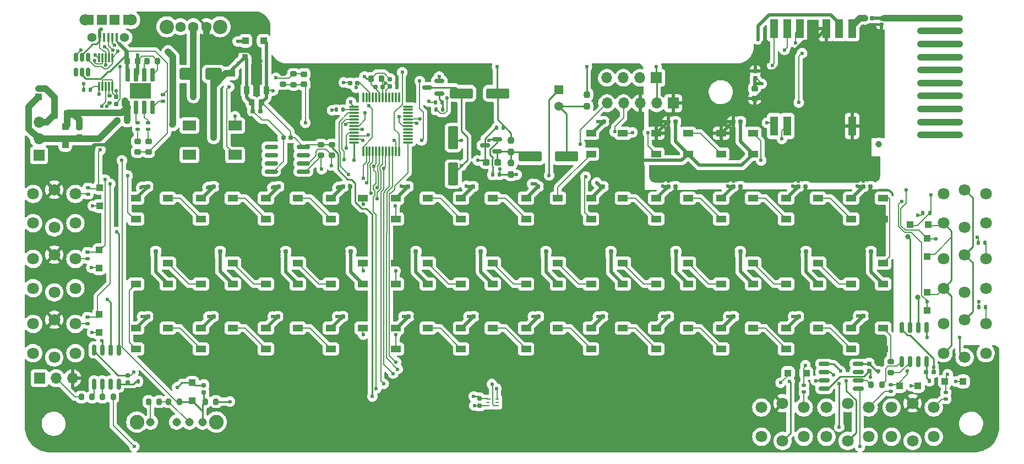
<source format=gtl>
G04 #@! TF.GenerationSoftware,KiCad,Pcbnew,7.0.1-3b83917a11~172~ubuntu22.04.1*
G04 #@! TF.CreationDate,2023-04-06T14:52:23-06:00*
G04 #@! TF.ProjectId,controller,636f6e74-726f-46c6-9c65-722e6b696361,rev?*
G04 #@! TF.SameCoordinates,Original*
G04 #@! TF.FileFunction,Copper,L1,Top*
G04 #@! TF.FilePolarity,Positive*
%FSLAX46Y46*%
G04 Gerber Fmt 4.6, Leading zero omitted, Abs format (unit mm)*
G04 Created by KiCad (PCBNEW 7.0.1-3b83917a11~172~ubuntu22.04.1) date 2023-04-06 14:52:23*
%MOMM*%
%LPD*%
G01*
G04 APERTURE LIST*
G04 Aperture macros list*
%AMRoundRect*
0 Rectangle with rounded corners*
0 $1 Rounding radius*
0 $2 $3 $4 $5 $6 $7 $8 $9 X,Y pos of 4 corners*
0 Add a 4 corners polygon primitive as box body*
4,1,4,$2,$3,$4,$5,$6,$7,$8,$9,$2,$3,0*
0 Add four circle primitives for the rounded corners*
1,1,$1+$1,$2,$3*
1,1,$1+$1,$4,$5*
1,1,$1+$1,$6,$7*
1,1,$1+$1,$8,$9*
0 Add four rect primitives between the rounded corners*
20,1,$1+$1,$2,$3,$4,$5,0*
20,1,$1+$1,$4,$5,$6,$7,0*
20,1,$1+$1,$6,$7,$8,$9,0*
20,1,$1+$1,$8,$9,$2,$3,0*%
%AMFreePoly0*
4,1,9,3.862500,-0.866500,0.737500,-0.866500,0.737500,-0.450000,-0.737500,-0.450000,-0.737500,0.450000,0.737500,0.450000,0.737500,0.866500,3.862500,0.866500,3.862500,-0.866500,3.862500,-0.866500,$1*%
G04 Aperture macros list end*
G04 #@! TA.AperFunction,SMDPad,CuDef*
%ADD10R,1.198880X2.999740*%
G04 #@! TD*
G04 #@! TA.AperFunction,ComponentPad*
%ADD11C,1.308000*%
G04 #@! TD*
G04 #@! TA.AperFunction,ComponentPad*
%ADD12C,2.250000*%
G04 #@! TD*
G04 #@! TA.AperFunction,SMDPad,CuDef*
%ADD13R,0.400000X1.350000*%
G04 #@! TD*
G04 #@! TA.AperFunction,ComponentPad*
%ADD14C,1.408000*%
G04 #@! TD*
G04 #@! TA.AperFunction,ComponentPad*
%ADD15C,1.800000*%
G04 #@! TD*
G04 #@! TA.AperFunction,SMDPad,CuDef*
%ADD16R,1.500000X1.550000*%
G04 #@! TD*
G04 #@! TA.AperFunction,SMDPad,CuDef*
%ADD17RoundRect,0.250000X-0.300000X-0.300000X0.300000X-0.300000X0.300000X0.300000X-0.300000X0.300000X0*%
G04 #@! TD*
G04 #@! TA.AperFunction,SMDPad,CuDef*
%ADD18RoundRect,0.250000X0.300000X0.300000X-0.300000X0.300000X-0.300000X-0.300000X0.300000X-0.300000X0*%
G04 #@! TD*
G04 #@! TA.AperFunction,SMDPad,CuDef*
%ADD19RoundRect,0.250000X-0.300000X0.300000X-0.300000X-0.300000X0.300000X-0.300000X0.300000X0.300000X0*%
G04 #@! TD*
G04 #@! TA.AperFunction,SMDPad,CuDef*
%ADD20RoundRect,0.250000X0.300000X-0.300000X0.300000X0.300000X-0.300000X0.300000X-0.300000X-0.300000X0*%
G04 #@! TD*
G04 #@! TA.AperFunction,SMDPad,CuDef*
%ADD21RoundRect,0.155000X-0.155000X0.212500X-0.155000X-0.212500X0.155000X-0.212500X0.155000X0.212500X0*%
G04 #@! TD*
G04 #@! TA.AperFunction,SMDPad,CuDef*
%ADD22RoundRect,0.155000X0.155000X-0.212500X0.155000X0.212500X-0.155000X0.212500X-0.155000X-0.212500X0*%
G04 #@! TD*
G04 #@! TA.AperFunction,SMDPad,CuDef*
%ADD23RoundRect,0.155000X-0.212500X-0.155000X0.212500X-0.155000X0.212500X0.155000X-0.212500X0.155000X0*%
G04 #@! TD*
G04 #@! TA.AperFunction,SMDPad,CuDef*
%ADD24RoundRect,0.225000X0.225000X0.250000X-0.225000X0.250000X-0.225000X-0.250000X0.225000X-0.250000X0*%
G04 #@! TD*
G04 #@! TA.AperFunction,SMDPad,CuDef*
%ADD25RoundRect,0.225000X-0.225000X-0.250000X0.225000X-0.250000X0.225000X0.250000X-0.225000X0.250000X0*%
G04 #@! TD*
G04 #@! TA.AperFunction,SMDPad,CuDef*
%ADD26RoundRect,0.225000X0.250000X-0.225000X0.250000X0.225000X-0.250000X0.225000X-0.250000X-0.225000X0*%
G04 #@! TD*
G04 #@! TA.AperFunction,SMDPad,CuDef*
%ADD27RoundRect,0.225000X-0.250000X0.225000X-0.250000X-0.225000X0.250000X-0.225000X0.250000X0.225000X0*%
G04 #@! TD*
G04 #@! TA.AperFunction,SMDPad,CuDef*
%ADD28R,1.500000X1.000000*%
G04 #@! TD*
G04 #@! TA.AperFunction,SMDPad,CuDef*
%ADD29RoundRect,0.218750X-0.256250X0.218750X-0.256250X-0.218750X0.256250X-0.218750X0.256250X0.218750X0*%
G04 #@! TD*
G04 #@! TA.AperFunction,SMDPad,CuDef*
%ADD30RoundRect,0.150000X-0.150000X0.512500X-0.150000X-0.512500X0.150000X-0.512500X0.150000X0.512500X0*%
G04 #@! TD*
G04 #@! TA.AperFunction,ComponentPad*
%ADD31R,1.700000X1.700000*%
G04 #@! TD*
G04 #@! TA.AperFunction,ComponentPad*
%ADD32O,1.700000X1.700000*%
G04 #@! TD*
G04 #@! TA.AperFunction,SMDPad,CuDef*
%ADD33RoundRect,0.147500X-0.172500X0.147500X-0.172500X-0.147500X0.172500X-0.147500X0.172500X0.147500X0*%
G04 #@! TD*
G04 #@! TA.AperFunction,SMDPad,CuDef*
%ADD34RoundRect,0.200000X-0.200000X-0.275000X0.200000X-0.275000X0.200000X0.275000X-0.200000X0.275000X0*%
G04 #@! TD*
G04 #@! TA.AperFunction,SMDPad,CuDef*
%ADD35RoundRect,0.135000X-0.185000X0.135000X-0.185000X-0.135000X0.185000X-0.135000X0.185000X0.135000X0*%
G04 #@! TD*
G04 #@! TA.AperFunction,SMDPad,CuDef*
%ADD36RoundRect,0.135000X0.135000X0.185000X-0.135000X0.185000X-0.135000X-0.185000X0.135000X-0.185000X0*%
G04 #@! TD*
G04 #@! TA.AperFunction,SMDPad,CuDef*
%ADD37RoundRect,0.200000X0.275000X-0.200000X0.275000X0.200000X-0.275000X0.200000X-0.275000X-0.200000X0*%
G04 #@! TD*
G04 #@! TA.AperFunction,SMDPad,CuDef*
%ADD38RoundRect,0.200000X0.200000X0.275000X-0.200000X0.275000X-0.200000X-0.275000X0.200000X-0.275000X0*%
G04 #@! TD*
G04 #@! TA.AperFunction,SMDPad,CuDef*
%ADD39RoundRect,0.135000X0.185000X-0.135000X0.185000X0.135000X-0.185000X0.135000X-0.185000X-0.135000X0*%
G04 #@! TD*
G04 #@! TA.AperFunction,SMDPad,CuDef*
%ADD40R,2.000000X1.500000*%
G04 #@! TD*
G04 #@! TA.AperFunction,SMDPad,CuDef*
%ADD41RoundRect,0.243750X0.243750X0.456250X-0.243750X0.456250X-0.243750X-0.456250X0.243750X-0.456250X0*%
G04 #@! TD*
G04 #@! TA.AperFunction,SMDPad,CuDef*
%ADD42RoundRect,0.150000X-0.150000X0.675000X-0.150000X-0.675000X0.150000X-0.675000X0.150000X0.675000X0*%
G04 #@! TD*
G04 #@! TA.AperFunction,SMDPad,CuDef*
%ADD43RoundRect,0.150000X-0.675000X-0.150000X0.675000X-0.150000X0.675000X0.150000X-0.675000X0.150000X0*%
G04 #@! TD*
G04 #@! TA.AperFunction,SMDPad,CuDef*
%ADD44R,0.900000X1.300000*%
G04 #@! TD*
G04 #@! TA.AperFunction,SMDPad,CuDef*
%ADD45FreePoly0,90.000000*%
G04 #@! TD*
G04 #@! TA.AperFunction,SMDPad,CuDef*
%ADD46RoundRect,0.250000X1.500000X0.550000X-1.500000X0.550000X-1.500000X-0.550000X1.500000X-0.550000X0*%
G04 #@! TD*
G04 #@! TA.AperFunction,SMDPad,CuDef*
%ADD47RoundRect,0.250000X-0.550000X1.500000X-0.550000X-1.500000X0.550000X-1.500000X0.550000X1.500000X0*%
G04 #@! TD*
G04 #@! TA.AperFunction,SMDPad,CuDef*
%ADD48RoundRect,0.155000X0.212500X0.155000X-0.212500X0.155000X-0.212500X-0.155000X0.212500X-0.155000X0*%
G04 #@! TD*
G04 #@! TA.AperFunction,SMDPad,CuDef*
%ADD49RoundRect,0.237500X0.300000X0.237500X-0.300000X0.237500X-0.300000X-0.237500X0.300000X-0.237500X0*%
G04 #@! TD*
G04 #@! TA.AperFunction,SMDPad,CuDef*
%ADD50RoundRect,0.150000X-0.825000X-0.150000X0.825000X-0.150000X0.825000X0.150000X-0.825000X0.150000X0*%
G04 #@! TD*
G04 #@! TA.AperFunction,SMDPad,CuDef*
%ADD51RoundRect,0.135000X-0.135000X-0.185000X0.135000X-0.185000X0.135000X0.185000X-0.135000X0.185000X0*%
G04 #@! TD*
G04 #@! TA.AperFunction,SMDPad,CuDef*
%ADD52RoundRect,0.075000X-0.075000X0.662500X-0.075000X-0.662500X0.075000X-0.662500X0.075000X0.662500X0*%
G04 #@! TD*
G04 #@! TA.AperFunction,SMDPad,CuDef*
%ADD53RoundRect,0.075000X-0.662500X0.075000X-0.662500X-0.075000X0.662500X-0.075000X0.662500X0.075000X0*%
G04 #@! TD*
G04 #@! TA.AperFunction,SMDPad,CuDef*
%ADD54RoundRect,0.237500X-0.237500X0.250000X-0.237500X-0.250000X0.237500X-0.250000X0.237500X0.250000X0*%
G04 #@! TD*
G04 #@! TA.AperFunction,SMDPad,CuDef*
%ADD55RoundRect,0.200000X-0.275000X0.200000X-0.275000X-0.200000X0.275000X-0.200000X0.275000X0.200000X0*%
G04 #@! TD*
G04 #@! TA.AperFunction,SMDPad,CuDef*
%ADD56R,0.749300X0.248920*%
G04 #@! TD*
G04 #@! TA.AperFunction,SMDPad,CuDef*
%ADD57R,0.599440X0.248920*%
G04 #@! TD*
G04 #@! TA.AperFunction,SMDPad,CuDef*
%ADD58RoundRect,0.042000X-0.258000X0.943000X-0.258000X-0.943000X0.258000X-0.943000X0.258000X0.943000X0*%
G04 #@! TD*
G04 #@! TA.AperFunction,SMDPad,CuDef*
%ADD59R,3.302000X2.413000*%
G04 #@! TD*
G04 #@! TA.AperFunction,SMDPad,CuDef*
%ADD60R,0.300000X1.400000*%
G04 #@! TD*
G04 #@! TA.AperFunction,SMDPad,CuDef*
%ADD61RoundRect,0.150000X0.587500X0.150000X-0.587500X0.150000X-0.587500X-0.150000X0.587500X-0.150000X0*%
G04 #@! TD*
G04 #@! TA.AperFunction,SMDPad,CuDef*
%ADD62RoundRect,0.250000X-1.000000X-0.650000X1.000000X-0.650000X1.000000X0.650000X-1.000000X0.650000X0*%
G04 #@! TD*
G04 #@! TA.AperFunction,ComponentPad*
%ADD63R,1.000000X1.000000*%
G04 #@! TD*
G04 #@! TA.AperFunction,ComponentPad*
%ADD64C,1.000000*%
G04 #@! TD*
G04 #@! TA.AperFunction,ComponentPad*
%ADD65C,1.600000*%
G04 #@! TD*
G04 #@! TA.AperFunction,ComponentPad*
%ADD66C,2.200000*%
G04 #@! TD*
G04 #@! TA.AperFunction,ComponentPad*
%ADD67R,1.378000X1.378000*%
G04 #@! TD*
G04 #@! TA.AperFunction,ComponentPad*
%ADD68C,1.378000*%
G04 #@! TD*
G04 #@! TA.AperFunction,ViaPad*
%ADD69C,1.000000*%
G04 #@! TD*
G04 #@! TA.AperFunction,ViaPad*
%ADD70C,0.600000*%
G04 #@! TD*
G04 #@! TA.AperFunction,ViaPad*
%ADD71C,0.800000*%
G04 #@! TD*
G04 #@! TA.AperFunction,Conductor*
%ADD72C,0.500000*%
G04 #@! TD*
G04 #@! TA.AperFunction,Conductor*
%ADD73C,1.000000*%
G04 #@! TD*
G04 #@! TA.AperFunction,Conductor*
%ADD74C,0.150000*%
G04 #@! TD*
G04 #@! TA.AperFunction,Conductor*
%ADD75C,0.250000*%
G04 #@! TD*
G04 #@! TA.AperFunction,Conductor*
%ADD76C,0.200000*%
G04 #@! TD*
G04 #@! TA.AperFunction,Conductor*
%ADD77C,0.750000*%
G04 #@! TD*
G04 APERTURE END LIST*
D10*
G04 #@! TO.P,U6,1,ANT*
G04 #@! TO.N,Net-(U6-ANT)*
X157699480Y-92301920D03*
G04 #@! TO.P,U6,2,3.3V*
G04 #@! TO.N,VCC*
X155697960Y-92301920D03*
G04 #@! TO.P,U6,3,GND*
G04 #@! TO.N,GND*
X153698980Y-92301920D03*
G04 #@! TO.P,U6,5,MOSI*
G04 #@! TO.N,/MOSI*
X149701020Y-92301920D03*
G04 #@! TO.P,U6,6,SCK*
G04 #@! TO.N,/SCK*
X147702040Y-92301920D03*
G04 #@! TO.P,U6,7,NSS*
G04 #@! TO.N,/NSS*
X145700520Y-92301920D03*
G04 #@! TO.P,U6,8,MISO*
G04 #@! TO.N,/MISO*
X145700520Y-107298080D03*
G04 #@! TO.P,U6,9,DIO0*
G04 #@! TO.N,/DIO0*
X147702040Y-107298080D03*
G04 #@! TO.P,U6,14,GND*
G04 #@! TO.N,GND*
X157699480Y-107298080D03*
G04 #@! TD*
D11*
G04 #@! TO.P,S1,2*
G04 #@! TO.N,GND*
X53800000Y-152850000D03*
G04 #@! TO.P,S1,1*
G04 #@! TO.N,Net-(R9-Pad2)*
X49800000Y-152850000D03*
G04 #@! TO.P,S1,3*
G04 #@! TO.N,Net-(R8-Pad1)*
X55800000Y-152850000D03*
G04 #@! TO.P,S1,4*
G04 #@! TO.N,/SW_MODE*
X57800000Y-152850000D03*
D12*
G04 #@! TO.P,S1,MOUNT1*
G04 #@! TO.N,N/C*
X47700000Y-152850000D03*
G04 #@! TO.P,S1,MOUNT2*
X59900000Y-152850000D03*
G04 #@! TD*
D13*
G04 #@! TO.P,J4,1,VBUS*
G04 #@! TO.N,VBUS*
X44600000Y-93675000D03*
G04 #@! TO.P,J4,2,D-*
G04 #@! TO.N,/USB-*
X43950000Y-93675000D03*
G04 #@! TO.P,J4,3,D+*
G04 #@! TO.N,/USB+*
X43300000Y-93675000D03*
G04 #@! TO.P,J4,4,ID*
G04 #@! TO.N,unconnected-(J4-ID-Pad4)*
X42650000Y-93675000D03*
G04 #@! TO.P,J4,5,GND*
G04 #@! TO.N,GND*
X42000000Y-93675000D03*
D14*
G04 #@! TO.P,J4,P$6*
G04 #@! TO.N,N/C*
X45800000Y-93700000D03*
G04 #@! TO.P,J4,P$7*
X40800000Y-93700000D03*
D15*
G04 #@! TO.P,J4,P$8*
X46800000Y-91000000D03*
G04 #@! TO.P,J4,P$9*
X39800000Y-91000000D03*
D16*
G04 #@! TO.P,J4,P$10*
X44300000Y-91000000D03*
G04 #@! TO.P,J4,P$11*
X42300000Y-91000000D03*
G04 #@! TO.P,J4,P$12*
X46350000Y-91000000D03*
G04 #@! TO.P,J4,P$13*
X40250000Y-91000000D03*
G04 #@! TD*
D17*
G04 #@! TO.P,D57,1,A1*
G04 #@! TO.N,GND*
X147850000Y-145300000D03*
G04 #@! TO.P,D57,2,A2*
G04 #@! TO.N,/SW_ACTION3*
X150650000Y-145300000D03*
G04 #@! TD*
D18*
G04 #@! TO.P,D56,1,A1*
G04 #@! TO.N,GND*
X167800000Y-147300000D03*
G04 #@! TO.P,D56,2,A2*
G04 #@! TO.N,/SW_ACTION2*
X165000000Y-147300000D03*
G04 #@! TD*
D19*
G04 #@! TO.P,D55,1,A1*
G04 #@! TO.N,GND*
X169200000Y-132850000D03*
G04 #@! TO.P,D55,2,A2*
G04 #@! TO.N,/SW_RIGHT3*
X169200000Y-135650000D03*
G04 #@! TD*
D20*
G04 #@! TO.P,D54,1,A1*
G04 #@! TO.N,GND*
X169200000Y-127350000D03*
G04 #@! TO.P,D54,2,A2*
G04 #@! TO.N,/SW_RIGHT2*
X169200000Y-124550000D03*
G04 #@! TD*
D18*
G04 #@! TO.P,D53,1,A1*
G04 #@! TO.N,GND*
X174750000Y-146600000D03*
G04 #@! TO.P,D53,2,A2*
G04 #@! TO.N,/SW_ACTION1*
X171950000Y-146600000D03*
G04 #@! TD*
D20*
G04 #@! TO.P,D51,1,A1*
G04 #@! TO.N,GND*
X41900000Y-139100000D03*
G04 #@! TO.P,D51,2,A2*
G04 #@! TO.N,/SW_LEFT3*
X41900000Y-136300000D03*
G04 #@! TD*
G04 #@! TO.P,D50,1,A1*
G04 #@! TO.N,GND*
X41900000Y-129200000D03*
G04 #@! TO.P,D50,2,A2*
G04 #@! TO.N,/SW_LEFT2*
X41900000Y-126400000D03*
G04 #@! TD*
D18*
G04 #@! TO.P,D31,1,A1*
G04 #@! TO.N,VCC*
X67200000Y-94200000D03*
G04 #@! TO.P,D31,2,A2*
G04 #@! TO.N,GND*
X64400000Y-94200000D03*
G04 #@! TD*
D19*
G04 #@! TO.P,D30,1,A1*
G04 #@! TO.N,+BATT*
X62300000Y-96400000D03*
G04 #@! TO.P,D30,2,A2*
G04 #@! TO.N,GND*
X62300000Y-99200000D03*
G04 #@! TD*
G04 #@! TO.P,D26,2,A2*
G04 #@! TO.N,GND*
X36700000Y-110200000D03*
G04 #@! TO.P,D26,1,A1*
G04 #@! TO.N,/BATT_DIRECT*
X36700000Y-107400000D03*
G04 #@! TD*
D18*
G04 #@! TO.P,D4,1,A1*
G04 #@! TO.N,GND*
X169400000Y-122500000D03*
G04 #@! TO.P,D4,2,A2*
G04 #@! TO.N,/SW_RIGHT1*
X166600000Y-122500000D03*
G04 #@! TD*
D20*
G04 #@! TO.P,D2,1,A1*
G04 #@! TO.N,/SW_MODE*
X56200000Y-149600000D03*
G04 #@! TO.P,D2,2,A2*
G04 #@! TO.N,GND*
X56200000Y-146800000D03*
G04 #@! TD*
G04 #@! TO.P,D1,1,A1*
G04 #@! TO.N,GND*
X42000000Y-119600000D03*
G04 #@! TO.P,D1,2,A2*
G04 #@! TO.N,/SW_LEFT1*
X42000000Y-116800000D03*
G04 #@! TD*
D21*
G04 #@! TO.P,C1,1*
G04 #@! TO.N,VCC*
X44500000Y-102800000D03*
G04 #@! TO.P,C1,2*
G04 #@! TO.N,GND*
X44500000Y-103935000D03*
G04 #@! TD*
D22*
G04 #@! TO.P,C3,1*
G04 #@! TO.N,Net-(U1-VDD)*
X46300000Y-146767500D03*
G04 #@! TO.P,C3,2*
G04 #@! TO.N,GND*
X46300000Y-145632500D03*
G04 #@! TD*
D23*
G04 #@! TO.P,C5,1*
G04 #@! TO.N,Net-(U3-VDD)*
X169100000Y-145200000D03*
G04 #@! TO.P,C5,2*
G04 #@! TO.N,GND*
X170235000Y-145200000D03*
G04 #@! TD*
D21*
G04 #@! TO.P,C6,1*
G04 #@! TO.N,Net-(U4-VDD)*
X160300000Y-143865000D03*
G04 #@! TO.P,C6,2*
G04 #@! TO.N,GND*
X160300000Y-145000000D03*
G04 #@! TD*
D23*
G04 #@! TO.P,C7,1*
G04 #@! TO.N,GND*
X70225000Y-109095000D03*
G04 #@! TO.P,C7,2*
G04 #@! TO.N,VCC*
X71360000Y-109095000D03*
G04 #@! TD*
D24*
G04 #@! TO.P,C9,1*
G04 #@! TO.N,VCC*
X85300000Y-100000000D03*
G04 #@! TO.P,C9,2*
G04 #@! TO.N,GND*
X83750000Y-100000000D03*
G04 #@! TD*
D25*
G04 #@! TO.P,C11,1*
G04 #@! TO.N,GND*
X64300000Y-96700000D03*
G04 #@! TO.P,C11,2*
G04 #@! TO.N,+BATT*
X65850000Y-96700000D03*
G04 #@! TD*
D26*
G04 #@! TO.P,C12,1*
G04 #@! TO.N,GND*
X38800000Y-109000000D03*
G04 #@! TO.P,C12,2*
G04 #@! TO.N,/BATT_DIRECT*
X38800000Y-107450000D03*
G04 #@! TD*
D27*
G04 #@! TO.P,C13,1*
G04 #@! TO.N,GND*
X73400000Y-99350000D03*
G04 #@! TO.P,C13,2*
G04 #@! TO.N,/VBATT_DIV*
X73400000Y-100900000D03*
G04 #@! TD*
D25*
G04 #@! TO.P,C14,1*
G04 #@! TO.N,GND*
X65350000Y-103700000D03*
G04 #@! TO.P,C14,2*
G04 #@! TO.N,VCC*
X66900000Y-103700000D03*
G04 #@! TD*
D22*
G04 #@! TO.P,C15,1*
G04 #@! TO.N,VCC*
X142800000Y-99967500D03*
G04 #@! TO.P,C15,2*
G04 #@! TO.N,GND*
X142800000Y-98832500D03*
G04 #@! TD*
D26*
G04 #@! TO.P,C16,1*
G04 #@! TO.N,GND*
X142700000Y-103075000D03*
G04 #@! TO.P,C16,2*
G04 #@! TO.N,VCC*
X142700000Y-101525000D03*
G04 #@! TD*
D24*
G04 #@! TO.P,C17,1*
G04 #@! TO.N,GND*
X47775000Y-97300000D03*
G04 #@! TO.P,C17,2*
G04 #@! TO.N,VBUS*
X46225000Y-97300000D03*
G04 #@! TD*
D25*
G04 #@! TO.P,C18,1*
G04 #@! TO.N,GND*
X44650000Y-106500000D03*
G04 #@! TO.P,C18,2*
G04 #@! TO.N,/BATT_DIRECT*
X46200000Y-106500000D03*
G04 #@! TD*
D23*
G04 #@! TO.P,C19,1*
G04 #@! TO.N,Net-(U6-ANT)*
X159632500Y-90700000D03*
G04 #@! TO.P,C19,2*
G04 #@! TO.N,/ANTENNA*
X160767500Y-90700000D03*
G04 #@! TD*
D28*
G04 #@! TO.P,D5,1,VDD*
G04 #@! TO.N,+BATT*
X52450000Y-121600000D03*
G04 #@! TO.P,D5,2,DOUT*
G04 #@! TO.N,Net-(D5-DOUT)*
X52450000Y-118400000D03*
G04 #@! TO.P,D5,3,VSS*
G04 #@! TO.N,GND*
X47550000Y-118400000D03*
G04 #@! TO.P,D5,4,DIN*
G04 #@! TO.N,/LED_OUT*
X47550000Y-121600000D03*
G04 #@! TD*
G04 #@! TO.P,D6,1,VDD*
G04 #@! TO.N,+BATT*
X157550000Y-128400000D03*
G04 #@! TO.P,D6,2,DOUT*
G04 #@! TO.N,Net-(D6-DOUT)*
X157550000Y-131600000D03*
G04 #@! TO.P,D6,3,VSS*
G04 #@! TO.N,GND*
X162450000Y-131600000D03*
G04 #@! TO.P,D6,4,DIN*
G04 #@! TO.N,Net-(D43-DOUT)*
X162450000Y-128400000D03*
G04 #@! TD*
G04 #@! TO.P,D7,1,VDD*
G04 #@! TO.N,+BATT*
X52450000Y-141600000D03*
G04 #@! TO.P,D7,2,DOUT*
G04 #@! TO.N,Net-(D10-DIN)*
X52450000Y-138400000D03*
G04 #@! TO.P,D7,3,VSS*
G04 #@! TO.N,GND*
X47550000Y-138400000D03*
G04 #@! TO.P,D7,4,DIN*
G04 #@! TO.N,Net-(D44-DOUT)*
X47550000Y-141600000D03*
G04 #@! TD*
G04 #@! TO.P,D10,1,VDD*
G04 #@! TO.N,+BATT*
X62450000Y-141600000D03*
G04 #@! TO.P,D10,2,DOUT*
G04 #@! TO.N,Net-(D10-DOUT)*
X62450000Y-138400000D03*
G04 #@! TO.P,D10,3,VSS*
G04 #@! TO.N,GND*
X57550000Y-138400000D03*
G04 #@! TO.P,D10,4,DIN*
G04 #@! TO.N,Net-(D10-DIN)*
X57550000Y-141600000D03*
G04 #@! TD*
G04 #@! TO.P,D11,1,VDD*
G04 #@! TO.N,+BATT*
X72450000Y-121600000D03*
G04 #@! TO.P,D11,2,DOUT*
G04 #@! TO.N,Net-(D11-DOUT)*
X72450000Y-118400000D03*
G04 #@! TO.P,D11,3,VSS*
G04 #@! TO.N,GND*
X67550000Y-118400000D03*
G04 #@! TO.P,D11,4,DIN*
G04 #@! TO.N,Net-(D11-DIN)*
X67550000Y-121600000D03*
G04 #@! TD*
G04 #@! TO.P,D13,1,VDD*
G04 #@! TO.N,+BATT*
X72450000Y-141600000D03*
G04 #@! TO.P,D13,2,DOUT*
G04 #@! TO.N,Net-(D13-DOUT)*
X72450000Y-138400000D03*
G04 #@! TO.P,D13,3,VSS*
G04 #@! TO.N,GND*
X67550000Y-138400000D03*
G04 #@! TO.P,D13,4,DIN*
G04 #@! TO.N,Net-(D10-DOUT)*
X67550000Y-141600000D03*
G04 #@! TD*
G04 #@! TO.P,D17,1,VDD*
G04 #@! TO.N,+BATT*
X92450000Y-121600000D03*
G04 #@! TO.P,D17,2,DOUT*
G04 #@! TO.N,Net-(D17-DOUT)*
X92450000Y-118400000D03*
G04 #@! TO.P,D17,3,VSS*
G04 #@! TO.N,GND*
X87550000Y-118400000D03*
G04 #@! TO.P,D17,4,DIN*
G04 #@! TO.N,Net-(D14-DOUT)*
X87550000Y-121600000D03*
G04 #@! TD*
G04 #@! TO.P,D19,1,VDD*
G04 #@! TO.N,+BATT*
X92450000Y-141600000D03*
G04 #@! TO.P,D19,2,DOUT*
G04 #@! TO.N,Net-(D19-DOUT)*
X92450000Y-138400000D03*
G04 #@! TO.P,D19,3,VSS*
G04 #@! TO.N,GND*
X87550000Y-138400000D03*
G04 #@! TO.P,D19,4,DIN*
G04 #@! TO.N,Net-(D16-DOUT)*
X87550000Y-141600000D03*
G04 #@! TD*
G04 #@! TO.P,D20,1,VDD*
G04 #@! TO.N,+BATT*
X102450000Y-121600000D03*
G04 #@! TO.P,D20,2,DOUT*
G04 #@! TO.N,Net-(D20-DOUT)*
X102450000Y-118400000D03*
G04 #@! TO.P,D20,3,VSS*
G04 #@! TO.N,GND*
X97550000Y-118400000D03*
G04 #@! TO.P,D20,4,DIN*
G04 #@! TO.N,Net-(D17-DOUT)*
X97550000Y-121600000D03*
G04 #@! TD*
G04 #@! TO.P,D22,1,VDD*
G04 #@! TO.N,+BATT*
X102450000Y-141600000D03*
G04 #@! TO.P,D22,2,DOUT*
G04 #@! TO.N,Net-(D22-DOUT)*
X102450000Y-138400000D03*
G04 #@! TO.P,D22,3,VSS*
G04 #@! TO.N,GND*
X97550000Y-138400000D03*
G04 #@! TO.P,D22,4,DIN*
G04 #@! TO.N,Net-(D19-DOUT)*
X97550000Y-141600000D03*
G04 #@! TD*
G04 #@! TO.P,D23,1,VDD*
G04 #@! TO.N,+BATT*
X112450000Y-121600000D03*
G04 #@! TO.P,D23,2,DOUT*
G04 #@! TO.N,Net-(D23-DOUT)*
X112450000Y-118400000D03*
G04 #@! TO.P,D23,3,VSS*
G04 #@! TO.N,GND*
X107550000Y-118400000D03*
G04 #@! TO.P,D23,4,DIN*
G04 #@! TO.N,Net-(D20-DOUT)*
X107550000Y-121600000D03*
G04 #@! TD*
G04 #@! TO.P,D24,1,VDD*
G04 #@! TO.N,+BATT*
X97550000Y-128400000D03*
G04 #@! TO.P,D24,2,DOUT*
G04 #@! TO.N,Net-(D24-DOUT)*
X97550000Y-131600000D03*
G04 #@! TO.P,D24,3,VSS*
G04 #@! TO.N,GND*
X102450000Y-131600000D03*
G04 #@! TO.P,D24,4,DIN*
G04 #@! TO.N,Net-(D21-DOUT)*
X102450000Y-128400000D03*
G04 #@! TD*
G04 #@! TO.P,D25,1,VDD*
G04 #@! TO.N,+BATT*
X112450000Y-141600000D03*
G04 #@! TO.P,D25,2,DOUT*
G04 #@! TO.N,Net-(D25-DOUT)*
X112450000Y-138400000D03*
G04 #@! TO.P,D25,3,VSS*
G04 #@! TO.N,GND*
X107550000Y-138400000D03*
G04 #@! TO.P,D25,4,DIN*
G04 #@! TO.N,Net-(D22-DOUT)*
X107550000Y-141600000D03*
G04 #@! TD*
G04 #@! TO.P,D27,1,VDD*
G04 #@! TO.N,+BATT*
X122450000Y-121600000D03*
G04 #@! TO.P,D27,2,DOUT*
G04 #@! TO.N,Net-(D27-DOUT)*
X122450000Y-118400000D03*
G04 #@! TO.P,D27,3,VSS*
G04 #@! TO.N,GND*
X117550000Y-118400000D03*
G04 #@! TO.P,D27,4,DIN*
G04 #@! TO.N,Net-(D27-DIN)*
X117550000Y-121600000D03*
G04 #@! TD*
G04 #@! TO.P,D28,1,VDD*
G04 #@! TO.N,+BATT*
X87550000Y-128400000D03*
G04 #@! TO.P,D28,2,DOUT*
G04 #@! TO.N,Net-(D28-DOUT)*
X87550000Y-131600000D03*
G04 #@! TO.P,D28,3,VSS*
G04 #@! TO.N,GND*
X92450000Y-131600000D03*
G04 #@! TO.P,D28,4,DIN*
G04 #@! TO.N,Net-(D24-DOUT)*
X92450000Y-128400000D03*
G04 #@! TD*
G04 #@! TO.P,D29,1,VDD*
G04 #@! TO.N,+BATT*
X122450000Y-141600000D03*
G04 #@! TO.P,D29,2,DOUT*
G04 #@! TO.N,Net-(D29-DOUT)*
X122450000Y-138400000D03*
G04 #@! TO.P,D29,3,VSS*
G04 #@! TO.N,GND*
X117550000Y-138400000D03*
G04 #@! TO.P,D29,4,DIN*
G04 #@! TO.N,Net-(D25-DOUT)*
X117550000Y-141600000D03*
G04 #@! TD*
G04 #@! TO.P,D32,1,VDD*
G04 #@! TO.N,+BATT*
X132450000Y-121600000D03*
G04 #@! TO.P,D32,2,DOUT*
G04 #@! TO.N,Net-(D32-DOUT)*
X132450000Y-118400000D03*
G04 #@! TO.P,D32,3,VSS*
G04 #@! TO.N,GND*
X127550000Y-118400000D03*
G04 #@! TO.P,D32,4,DIN*
G04 #@! TO.N,Net-(D27-DOUT)*
X127550000Y-121600000D03*
G04 #@! TD*
G04 #@! TO.P,D33,1,VDD*
G04 #@! TO.N,+BATT*
X77550000Y-128400000D03*
G04 #@! TO.P,D33,2,DOUT*
G04 #@! TO.N,Net-(D33-DOUT)*
X77550000Y-131600000D03*
G04 #@! TO.P,D33,3,VSS*
G04 #@! TO.N,GND*
X82450000Y-131600000D03*
G04 #@! TO.P,D33,4,DIN*
G04 #@! TO.N,Net-(D28-DOUT)*
X82450000Y-128400000D03*
G04 #@! TD*
G04 #@! TO.P,D34,1,VDD*
G04 #@! TO.N,+BATT*
X132450000Y-141600000D03*
G04 #@! TO.P,D34,2,DOUT*
G04 #@! TO.N,Net-(D34-DOUT)*
X132450000Y-138400000D03*
G04 #@! TO.P,D34,3,VSS*
G04 #@! TO.N,GND*
X127550000Y-138400000D03*
G04 #@! TO.P,D34,4,DIN*
G04 #@! TO.N,Net-(D29-DOUT)*
X127550000Y-141600000D03*
G04 #@! TD*
D29*
G04 #@! TO.P,D35,1,K*
G04 #@! TO.N,Net-(D35-K)*
X47800000Y-109700000D03*
G04 #@! TO.P,D35,2,A*
G04 #@! TO.N,VBUS*
X47800000Y-111275000D03*
G04 #@! TD*
D28*
G04 #@! TO.P,D36,1,VDD*
G04 #@! TO.N,+BATT*
X142450000Y-121600000D03*
G04 #@! TO.P,D36,2,DOUT*
G04 #@! TO.N,Net-(D36-DOUT)*
X142450000Y-118400000D03*
G04 #@! TO.P,D36,3,VSS*
G04 #@! TO.N,GND*
X137550000Y-118400000D03*
G04 #@! TO.P,D36,4,DIN*
G04 #@! TO.N,Net-(D32-DOUT)*
X137550000Y-121600000D03*
G04 #@! TD*
G04 #@! TO.P,D38,1,VDD*
G04 #@! TO.N,+BATT*
X142450000Y-141600000D03*
G04 #@! TO.P,D38,2,DOUT*
G04 #@! TO.N,Net-(D38-DOUT)*
X142450000Y-138400000D03*
G04 #@! TO.P,D38,3,VSS*
G04 #@! TO.N,GND*
X137550000Y-138400000D03*
G04 #@! TO.P,D38,4,DIN*
G04 #@! TO.N,Net-(D34-DOUT)*
X137550000Y-141600000D03*
G04 #@! TD*
D29*
G04 #@! TO.P,D39,1,K*
G04 #@! TO.N,Net-(D39-K)*
X49500000Y-109712500D03*
G04 #@! TO.P,D39,2,A*
G04 #@! TO.N,VBUS*
X49500000Y-111287500D03*
G04 #@! TD*
D28*
G04 #@! TO.P,D40,1,VDD*
G04 #@! TO.N,+BATT*
X152450000Y-121600000D03*
G04 #@! TO.P,D40,2,DOUT*
G04 #@! TO.N,Net-(D40-DOUT)*
X152450000Y-118400000D03*
G04 #@! TO.P,D40,3,VSS*
G04 #@! TO.N,GND*
X147550000Y-118400000D03*
G04 #@! TO.P,D40,4,DIN*
G04 #@! TO.N,Net-(D36-DOUT)*
X147550000Y-121600000D03*
G04 #@! TD*
G04 #@! TO.P,D41,1,VDD*
G04 #@! TO.N,+BATT*
X57550000Y-128400000D03*
G04 #@! TO.P,D41,2,DOUT*
G04 #@! TO.N,Net-(D41-DOUT)*
X57550000Y-131600000D03*
G04 #@! TO.P,D41,3,VSS*
G04 #@! TO.N,GND*
X62450000Y-131600000D03*
G04 #@! TO.P,D41,4,DIN*
G04 #@! TO.N,Net-(D37-DOUT)*
X62450000Y-128400000D03*
G04 #@! TD*
G04 #@! TO.P,D42,1,VDD*
G04 #@! TO.N,+BATT*
X152450000Y-141600000D03*
G04 #@! TO.P,D42,2,DOUT*
G04 #@! TO.N,Net-(D42-DOUT)*
X152450000Y-138400000D03*
G04 #@! TO.P,D42,3,VSS*
G04 #@! TO.N,GND*
X147550000Y-138400000D03*
G04 #@! TO.P,D42,4,DIN*
G04 #@! TO.N,Net-(D38-DOUT)*
X147550000Y-141600000D03*
G04 #@! TD*
G04 #@! TO.P,D43,1,VDD*
G04 #@! TO.N,+BATT*
X162450000Y-121600000D03*
G04 #@! TO.P,D43,2,DOUT*
G04 #@! TO.N,Net-(D43-DOUT)*
X162450000Y-118400000D03*
G04 #@! TO.P,D43,3,VSS*
G04 #@! TO.N,GND*
X157550000Y-118400000D03*
G04 #@! TO.P,D43,4,DIN*
G04 #@! TO.N,Net-(D40-DOUT)*
X157550000Y-121600000D03*
G04 #@! TD*
G04 #@! TO.P,D44,1,VDD*
G04 #@! TO.N,+BATT*
X47550000Y-128400000D03*
G04 #@! TO.P,D44,2,DOUT*
G04 #@! TO.N,Net-(D44-DOUT)*
X47550000Y-131600000D03*
G04 #@! TO.P,D44,3,VSS*
G04 #@! TO.N,GND*
X52450000Y-131600000D03*
G04 #@! TO.P,D44,4,DIN*
G04 #@! TO.N,Net-(D41-DOUT)*
X52450000Y-128400000D03*
G04 #@! TD*
G04 #@! TO.P,D45,1,VDD*
G04 #@! TO.N,+BATT*
X162450000Y-141600000D03*
G04 #@! TO.P,D45,2,DOUT*
G04 #@! TO.N,Net-(D45-DOUT)*
X162450000Y-138400000D03*
G04 #@! TO.P,D45,3,VSS*
G04 #@! TO.N,GND*
X157550000Y-138400000D03*
G04 #@! TO.P,D45,4,DIN*
G04 #@! TO.N,Net-(D42-DOUT)*
X157550000Y-141600000D03*
G04 #@! TD*
D30*
G04 #@! TO.P,D46,1,IO1*
G04 #@! TO.N,/USB+*
X40200000Y-96762500D03*
G04 #@! TO.P,D46,2,GND*
G04 #@! TO.N,GND*
X39250000Y-96762500D03*
G04 #@! TO.P,D46,3,IO2*
G04 #@! TO.N,/USB-*
X38300000Y-96762500D03*
G04 #@! TO.P,D46,4,IO3*
G04 #@! TO.N,unconnected-(D46-IO3-Pad4)*
X38300000Y-99037500D03*
G04 #@! TO.P,D46,5,REF*
G04 #@! TO.N,VBUS*
X39250000Y-99037500D03*
G04 #@! TO.P,D46,6,IO4*
G04 #@! TO.N,unconnected-(D46-IO4-Pad6)*
X40200000Y-99037500D03*
G04 #@! TD*
D31*
G04 #@! TO.P,J1,1,Pin_1*
G04 #@! TO.N,GND*
X130160000Y-103800000D03*
D32*
G04 #@! TO.P,J1,2,Pin_2*
G04 #@! TO.N,VCC*
X127620000Y-103800000D03*
G04 #@! TO.P,J1,3,Pin_3*
G04 #@! TO.N,+BATT*
X125080000Y-103800000D03*
G04 #@! TO.P,J1,4,Pin_4*
G04 #@! TO.N,/AUX0*
X122540000Y-103800000D03*
G04 #@! TO.P,J1,5,Pin_5*
G04 #@! TO.N,/AUX1*
X120000000Y-103800000D03*
G04 #@! TD*
D31*
G04 #@! TO.P,J3,1,Pin_1*
G04 #@! TO.N,VCC*
X127600000Y-99900000D03*
D32*
G04 #@! TO.P,J3,2,Pin_2*
G04 #@! TO.N,GND*
X125060000Y-99900000D03*
G04 #@! TO.P,J3,3,Pin_3*
G04 #@! TO.N,/SWDIO*
X122520000Y-99900000D03*
G04 #@! TO.P,J3,4,Pin_4*
G04 #@! TO.N,/BOOT0*
X119980000Y-99900000D03*
G04 #@! TD*
D33*
G04 #@! TO.P,L1,1,1*
G04 #@! TO.N,/ANTENNA*
X162200000Y-90715000D03*
G04 #@! TO.P,L1,2,2*
G04 #@! TO.N,GND*
X162200000Y-91685000D03*
G04 #@! TD*
D34*
G04 #@! TO.P,R1,1*
G04 #@! TO.N,Net-(U1-DIN)*
X42400000Y-149000000D03*
G04 #@! TO.P,R1,2*
G04 #@! TO.N,Net-(U4-DO)*
X44050000Y-149000000D03*
G04 #@! TD*
D35*
G04 #@! TO.P,R3,1*
G04 #@! TO.N,/SW_LEFT1*
X40200000Y-116790000D03*
G04 #@! TO.P,R3,2*
G04 #@! TO.N,Net-(R3-Pad2)*
X40200000Y-117810000D03*
G04 #@! TD*
G04 #@! TO.P,R4,1*
G04 #@! TO.N,/SW_LEFT2*
X40100000Y-126700000D03*
G04 #@! TO.P,R4,2*
G04 #@! TO.N,Net-(R4-Pad2)*
X40100000Y-127720000D03*
G04 #@! TD*
G04 #@! TO.P,R5,1*
G04 #@! TO.N,/SW_LEFT3*
X40100000Y-136680000D03*
G04 #@! TO.P,R5,2*
G04 #@! TO.N,Net-(R5-Pad2)*
X40100000Y-137700000D03*
G04 #@! TD*
D36*
G04 #@! TO.P,R6,1*
G04 #@! TO.N,+BATT*
X48910000Y-146600000D03*
G04 #@! TO.P,R6,2*
G04 #@! TO.N,Net-(U1-VDD)*
X47890000Y-146600000D03*
G04 #@! TD*
D37*
G04 #@! TO.P,R7,1*
G04 #@! TO.N,Net-(U3-DIN)*
X163600000Y-145225000D03*
G04 #@! TO.P,R7,2*
G04 #@! TO.N,Net-(D45-DOUT)*
X163600000Y-143575000D03*
G04 #@! TD*
D34*
G04 #@! TO.P,R8,1*
G04 #@! TO.N,Net-(R8-Pad1)*
X52575000Y-149700000D03*
G04 #@! TO.P,R8,2*
G04 #@! TO.N,/SW_MODE*
X54225000Y-149700000D03*
G04 #@! TD*
D38*
G04 #@! TO.P,R9,1*
G04 #@! TO.N,Net-(R8-Pad1)*
X51125000Y-149700000D03*
G04 #@! TO.P,R9,2*
G04 #@! TO.N,Net-(R9-Pad2)*
X49475000Y-149700000D03*
G04 #@! TD*
D36*
G04 #@! TO.P,R10,1*
G04 #@! TO.N,+BATT*
X170610000Y-146500000D03*
G04 #@! TO.P,R10,2*
G04 #@! TO.N,Net-(U3-VDD)*
X169590000Y-146500000D03*
G04 #@! TD*
G04 #@! TO.P,R12,1*
G04 #@! TO.N,Net-(Q2-G)*
X94710000Y-104800000D03*
G04 #@! TO.P,R12,2*
G04 #@! TO.N,GND*
X93690000Y-104800000D03*
G04 #@! TD*
D35*
G04 #@! TO.P,R13,1*
G04 #@! TO.N,+BATT*
X161700000Y-143990000D03*
G04 #@! TO.P,R13,2*
G04 #@! TO.N,Net-(U4-VDD)*
X161700000Y-145010000D03*
G04 #@! TD*
D37*
G04 #@! TO.P,R14,1*
G04 #@! TO.N,/VBATT_DIV*
X70200000Y-100850000D03*
G04 #@! TO.P,R14,2*
G04 #@! TO.N,+BATT*
X70200000Y-99200000D03*
G04 #@! TD*
D35*
G04 #@! TO.P,R19,1*
G04 #@! TO.N,/SW_ACTION2*
X163600000Y-147100000D03*
G04 #@! TO.P,R19,2*
G04 #@! TO.N,Net-(R19-Pad2)*
X163600000Y-148120000D03*
G04 #@! TD*
G04 #@! TO.P,R20,1*
G04 #@! TO.N,/SW_ACTION3*
X150300000Y-147190000D03*
G04 #@! TO.P,R20,2*
G04 #@! TO.N,Net-(R20-Pad2)*
X150300000Y-148210000D03*
G04 #@! TD*
D34*
G04 #@! TO.P,R25,1*
G04 #@! TO.N,Net-(U4-DIN)*
X160600000Y-147100000D03*
G04 #@! TO.P,R25,2*
G04 #@! TO.N,Net-(U3-DO)*
X162250000Y-147100000D03*
G04 #@! TD*
D39*
G04 #@! TO.P,R31,1*
G04 #@! TO.N,Net-(D35-K)*
X47800000Y-107810000D03*
G04 #@! TO.P,R31,2*
G04 #@! TO.N,/~{STDBY}*
X47800000Y-106790000D03*
G04 #@! TD*
G04 #@! TO.P,R32,1*
G04 #@! TO.N,Net-(D39-K)*
X49400000Y-107835000D03*
G04 #@! TO.P,R32,2*
G04 #@! TO.N,/~{CHRG}*
X49400000Y-106815000D03*
G04 #@! TD*
D34*
G04 #@! TO.P,R33,1*
G04 #@! TO.N,Net-(U7-PROG)*
X49250000Y-97300000D03*
G04 #@! TO.P,R33,2*
G04 #@! TO.N,GND*
X50900000Y-97300000D03*
G04 #@! TD*
D15*
G04 #@! TO.P,SW1,1*
G04 #@! TO.N,Net-(R3-Pad2)*
X38250000Y-117750000D03*
G04 #@! TO.P,SW1,2*
G04 #@! TO.N,unconnected-(SW1-Pad2)*
X38250000Y-122250000D03*
G04 #@! TO.P,SW1,3*
G04 #@! TO.N,unconnected-(SW1-Pad3)*
X31750000Y-117750000D03*
G04 #@! TO.P,SW1,4*
G04 #@! TO.N,GND*
X31750000Y-122250000D03*
G04 #@! TO.P,SW1,5*
G04 #@! TO.N,+BATT*
X35000000Y-117100000D03*
G04 #@! TO.P,SW1,6*
G04 #@! TO.N,/BLED_0*
X35000000Y-122900000D03*
G04 #@! TD*
G04 #@! TO.P,SW2,1*
G04 #@! TO.N,Net-(R4-Pad2)*
X38250000Y-127750000D03*
G04 #@! TO.P,SW2,2*
G04 #@! TO.N,unconnected-(SW2-Pad2)*
X38250000Y-132250000D03*
G04 #@! TO.P,SW2,3*
G04 #@! TO.N,unconnected-(SW2-Pad3)*
X31750000Y-127750000D03*
G04 #@! TO.P,SW2,4*
G04 #@! TO.N,GND*
X31750000Y-132250000D03*
G04 #@! TO.P,SW2,5*
G04 #@! TO.N,+BATT*
X35000000Y-127100000D03*
G04 #@! TO.P,SW2,6*
G04 #@! TO.N,/BLED_1*
X35000000Y-132900000D03*
G04 #@! TD*
G04 #@! TO.P,SW3,1*
G04 #@! TO.N,Net-(R5-Pad2)*
X38250000Y-137750000D03*
G04 #@! TO.P,SW3,2*
G04 #@! TO.N,unconnected-(SW3-Pad2)*
X38250000Y-142250000D03*
G04 #@! TO.P,SW3,3*
G04 #@! TO.N,unconnected-(SW3-Pad3)*
X31750000Y-137750000D03*
G04 #@! TO.P,SW3,4*
G04 #@! TO.N,GND*
X31750000Y-142250000D03*
G04 #@! TO.P,SW3,5*
G04 #@! TO.N,+BATT*
X35000000Y-137100000D03*
G04 #@! TO.P,SW3,6*
G04 #@! TO.N,/BLED_2*
X35000000Y-142900000D03*
G04 #@! TD*
G04 #@! TO.P,SW4,1*
G04 #@! TO.N,unconnected-(SW4-Pad1)*
X178250000Y-117750000D03*
G04 #@! TO.P,SW4,2*
G04 #@! TO.N,Net-(R11-Pad1)*
X178250000Y-122250000D03*
G04 #@! TO.P,SW4,3*
G04 #@! TO.N,unconnected-(SW4-Pad3)*
X171750000Y-117750000D03*
G04 #@! TO.P,SW4,4*
G04 #@! TO.N,GND*
X171750000Y-122250000D03*
G04 #@! TO.P,SW4,5*
G04 #@! TO.N,+BATT*
X175000000Y-117100000D03*
G04 #@! TO.P,SW4,6*
G04 #@! TO.N,/BLED_3*
X175000000Y-122900000D03*
G04 #@! TD*
G04 #@! TO.P,SW5,1*
G04 #@! TO.N,Net-(R17-Pad2)*
X178250000Y-127750000D03*
G04 #@! TO.P,SW5,2*
G04 #@! TO.N,unconnected-(SW5-Pad2)*
X178250000Y-132250000D03*
G04 #@! TO.P,SW5,3*
G04 #@! TO.N,unconnected-(SW5-Pad3)*
X171750000Y-127750000D03*
G04 #@! TO.P,SW5,4*
G04 #@! TO.N,GND*
X171750000Y-132250000D03*
G04 #@! TO.P,SW5,5*
G04 #@! TO.N,+BATT*
X175000000Y-127100000D03*
G04 #@! TO.P,SW5,6*
G04 #@! TO.N,/BLED_4*
X175000000Y-132900000D03*
G04 #@! TD*
G04 #@! TO.P,SW6,1*
G04 #@! TO.N,Net-(R18-Pad2)*
X178250000Y-137750000D03*
G04 #@! TO.P,SW6,2*
G04 #@! TO.N,unconnected-(SW6-Pad2)*
X178250000Y-142250000D03*
G04 #@! TO.P,SW6,3*
G04 #@! TO.N,unconnected-(SW6-Pad3)*
X171750000Y-137750000D03*
G04 #@! TO.P,SW6,4*
G04 #@! TO.N,GND*
X171750000Y-142250000D03*
G04 #@! TO.P,SW6,5*
G04 #@! TO.N,+BATT*
X175000000Y-137100000D03*
G04 #@! TO.P,SW6,6*
G04 #@! TO.N,/BLED_5*
X175000000Y-142900000D03*
G04 #@! TD*
G04 #@! TO.P,SW7,1*
G04 #@! TO.N,Net-(R16-Pad2)*
X170250000Y-150600000D03*
G04 #@! TO.P,SW7,2*
G04 #@! TO.N,unconnected-(SW7-Pad2)*
X170250000Y-155100000D03*
G04 #@! TO.P,SW7,3*
G04 #@! TO.N,unconnected-(SW7-Pad3)*
X163750000Y-150600000D03*
G04 #@! TO.P,SW7,4*
G04 #@! TO.N,GND*
X163750000Y-155100000D03*
G04 #@! TO.P,SW7,5*
G04 #@! TO.N,+BATT*
X167000000Y-149950000D03*
G04 #@! TO.P,SW7,6*
G04 #@! TO.N,/BLED_6*
X167000000Y-155750000D03*
G04 #@! TD*
G04 #@! TO.P,SW8,1*
G04 #@! TO.N,Net-(R19-Pad2)*
X160250000Y-150600000D03*
G04 #@! TO.P,SW8,2*
G04 #@! TO.N,unconnected-(SW8-Pad2)*
X160250000Y-155100000D03*
G04 #@! TO.P,SW8,3*
G04 #@! TO.N,unconnected-(SW8-Pad3)*
X153750000Y-150600000D03*
G04 #@! TO.P,SW8,4*
G04 #@! TO.N,GND*
X153750000Y-155100000D03*
G04 #@! TO.P,SW8,5*
G04 #@! TO.N,+BATT*
X157000000Y-149950000D03*
G04 #@! TO.P,SW8,6*
G04 #@! TO.N,/BLED_7*
X157000000Y-155750000D03*
G04 #@! TD*
G04 #@! TO.P,SW9,1*
G04 #@! TO.N,Net-(R20-Pad2)*
X150250000Y-150600000D03*
G04 #@! TO.P,SW9,2*
G04 #@! TO.N,unconnected-(SW9-Pad2)*
X150250000Y-155100000D03*
G04 #@! TO.P,SW9,3*
G04 #@! TO.N,unconnected-(SW9-Pad3)*
X143750000Y-150600000D03*
G04 #@! TO.P,SW9,4*
G04 #@! TO.N,GND*
X143750000Y-155100000D03*
G04 #@! TO.P,SW9,5*
G04 #@! TO.N,+BATT*
X147000000Y-149950000D03*
G04 #@! TO.P,SW9,6*
G04 #@! TO.N,/BLED_8*
X147000000Y-155750000D03*
G04 #@! TD*
D40*
G04 #@! TO.P,SW10,1,1*
G04 #@! TO.N,GND*
X55800000Y-107250000D03*
X62800000Y-107250000D03*
G04 #@! TO.P,SW10,2,2*
G04 #@! TO.N,Net-(U8-NRST)*
X55800000Y-111750000D03*
X62800000Y-111750000D03*
G04 #@! TD*
D41*
G04 #@! TO.P,TH1,1*
G04 #@! TO.N,/BATT_DIRECT*
X36937500Y-105500000D03*
G04 #@! TO.P,TH1,2*
G04 #@! TO.N,Net-(J2-Pin_3)*
X35062500Y-105500000D03*
G04 #@! TD*
D42*
G04 #@! TO.P,U1,1,OUTR*
G04 #@! TO.N,/BLED_0*
X44900000Y-141750000D03*
G04 #@! TO.P,U1,2,OUTG*
G04 #@! TO.N,/BLED_1*
X43630000Y-141750000D03*
G04 #@! TO.P,U1,3,OUTB*
G04 #@! TO.N,/BLED_2*
X42360000Y-141750000D03*
G04 #@! TO.P,U1,4,GND*
G04 #@! TO.N,GND*
X41090000Y-141750000D03*
G04 #@! TO.P,U1,5,DO*
G04 #@! TO.N,Net-(U1-DO)*
X41090000Y-147000000D03*
G04 #@! TO.P,U1,6,DIN*
G04 #@! TO.N,Net-(U1-DIN)*
X42360000Y-147000000D03*
G04 #@! TO.P,U1,7,SET*
G04 #@! TO.N,unconnected-(U1-SET-Pad7)*
X43630000Y-147000000D03*
G04 #@! TO.P,U1,8,VDD*
G04 #@! TO.N,Net-(U1-VDD)*
X44900000Y-147000000D03*
G04 #@! TD*
G04 #@! TO.P,U3,1,OUTR*
G04 #@! TO.N,/BLED_5*
X169105000Y-138275000D03*
G04 #@! TO.P,U3,2,OUTG*
G04 #@! TO.N,/BLED_4*
X167835000Y-138275000D03*
G04 #@! TO.P,U3,3,OUTB*
G04 #@! TO.N,/BLED_3*
X166565000Y-138275000D03*
G04 #@! TO.P,U3,4,GND*
G04 #@! TO.N,GND*
X165295000Y-138275000D03*
G04 #@! TO.P,U3,5,DO*
G04 #@! TO.N,Net-(U3-DO)*
X165295000Y-143525000D03*
G04 #@! TO.P,U3,6,DIN*
G04 #@! TO.N,Net-(U3-DIN)*
X166565000Y-143525000D03*
G04 #@! TO.P,U3,7,SET*
G04 #@! TO.N,unconnected-(U3-SET-Pad7)*
X167835000Y-143525000D03*
G04 #@! TO.P,U3,8,VDD*
G04 #@! TO.N,Net-(U3-VDD)*
X169105000Y-143525000D03*
G04 #@! TD*
D43*
G04 #@! TO.P,U4,1,OUTR*
G04 #@! TO.N,/BLED_7*
X153400000Y-143895000D03*
G04 #@! TO.P,U4,2,OUTG*
G04 #@! TO.N,/BLED_6*
X153400000Y-145165000D03*
G04 #@! TO.P,U4,3,OUTB*
G04 #@! TO.N,/BLED_8*
X153400000Y-146435000D03*
G04 #@! TO.P,U4,4,GND*
G04 #@! TO.N,GND*
X153400000Y-147705000D03*
G04 #@! TO.P,U4,5,DO*
G04 #@! TO.N,Net-(U4-DO)*
X158650000Y-147705000D03*
G04 #@! TO.P,U4,6,DIN*
G04 #@! TO.N,Net-(U4-DIN)*
X158650000Y-146435000D03*
G04 #@! TO.P,U4,7,SET*
G04 #@! TO.N,unconnected-(U4-SET-Pad7)*
X158650000Y-145165000D03*
G04 #@! TO.P,U4,8,VDD*
G04 #@! TO.N,Net-(U4-VDD)*
X158650000Y-143895000D03*
G04 #@! TD*
D44*
G04 #@! TO.P,U5,1,GND*
G04 #@! TO.N,GND*
X64600000Y-101787500D03*
D45*
G04 #@! TO.P,U5,2,VIN*
G04 #@! TO.N,+BATT*
X66100000Y-101700000D03*
D44*
G04 #@! TO.P,U5,3,VOUT*
G04 #@! TO.N,VCC*
X67600000Y-101787500D03*
G04 #@! TD*
D28*
G04 #@! TO.P,D47,1,VDD*
G04 #@! TO.N,+BATT*
X142450000Y-111600000D03*
G04 #@! TO.P,D47,2,DOUT*
G04 #@! TO.N,Net-(D27-DIN)*
X142450000Y-108400000D03*
G04 #@! TO.P,D47,3,VSS*
G04 #@! TO.N,GND*
X137550000Y-108400000D03*
G04 #@! TO.P,D47,4,DIN*
G04 #@! TO.N,Net-(D47-DIN)*
X137550000Y-111600000D03*
G04 #@! TD*
G04 #@! TO.P,D48,1,VDD*
G04 #@! TO.N,+BATT*
X132450000Y-111600000D03*
G04 #@! TO.P,D48,2,DOUT*
G04 #@! TO.N,Net-(D47-DIN)*
X132450000Y-108400000D03*
G04 #@! TO.P,D48,3,VSS*
G04 #@! TO.N,GND*
X127550000Y-108400000D03*
G04 #@! TO.P,D48,4,DIN*
G04 #@! TO.N,Net-(D48-DIN)*
X127550000Y-111600000D03*
G04 #@! TD*
G04 #@! TO.P,D49,1,VDD*
G04 #@! TO.N,+BATT*
X122450000Y-111600000D03*
G04 #@! TO.P,D49,2,DOUT*
G04 #@! TO.N,Net-(D48-DIN)*
X122450000Y-108400000D03*
G04 #@! TO.P,D49,3,VSS*
G04 #@! TO.N,GND*
X117550000Y-108400000D03*
G04 #@! TO.P,D49,4,DIN*
G04 #@! TO.N,Net-(D23-DOUT)*
X117550000Y-111600000D03*
G04 #@! TD*
G04 #@! TO.P,D8,1,VDD*
G04 #@! TO.N,+BATT*
X62450000Y-121600000D03*
G04 #@! TO.P,D8,2,DOUT*
G04 #@! TO.N,Net-(D11-DIN)*
X62450000Y-118400000D03*
G04 #@! TO.P,D8,3,VSS*
G04 #@! TO.N,GND*
X57550000Y-118400000D03*
G04 #@! TO.P,D8,4,DIN*
G04 #@! TO.N,Net-(D5-DOUT)*
X57550000Y-121600000D03*
G04 #@! TD*
G04 #@! TO.P,D14,1,VDD*
G04 #@! TO.N,+BATT*
X82450000Y-121600000D03*
G04 #@! TO.P,D14,2,DOUT*
G04 #@! TO.N,Net-(D14-DOUT)*
X82450000Y-118400000D03*
G04 #@! TO.P,D14,3,VSS*
G04 #@! TO.N,GND*
X77550000Y-118400000D03*
G04 #@! TO.P,D14,4,DIN*
G04 #@! TO.N,Net-(D11-DOUT)*
X77550000Y-121600000D03*
G04 #@! TD*
G04 #@! TO.P,D16,1,VDD*
G04 #@! TO.N,+BATT*
X82450000Y-141600000D03*
G04 #@! TO.P,D16,2,DOUT*
G04 #@! TO.N,Net-(D16-DOUT)*
X82450000Y-138400000D03*
G04 #@! TO.P,D16,3,VSS*
G04 #@! TO.N,GND*
X77550000Y-138400000D03*
G04 #@! TO.P,D16,4,DIN*
G04 #@! TO.N,Net-(D13-DOUT)*
X77550000Y-141600000D03*
G04 #@! TD*
G04 #@! TO.P,D37,1,VDD*
G04 #@! TO.N,+BATT*
X67550000Y-128400000D03*
G04 #@! TO.P,D37,2,DOUT*
G04 #@! TO.N,Net-(D37-DOUT)*
X67550000Y-131600000D03*
G04 #@! TO.P,D37,3,VSS*
G04 #@! TO.N,GND*
X72450000Y-131600000D03*
G04 #@! TO.P,D37,4,DIN*
G04 #@! TO.N,Net-(D33-DOUT)*
X72450000Y-128400000D03*
G04 #@! TD*
G04 #@! TO.P,D12,1,VDD*
G04 #@! TO.N,+BATT*
X137550000Y-128400000D03*
G04 #@! TO.P,D12,2,DOUT*
G04 #@! TO.N,Net-(D12-DOUT)*
X137550000Y-131600000D03*
G04 #@! TO.P,D12,3,VSS*
G04 #@! TO.N,GND*
X142450000Y-131600000D03*
G04 #@! TO.P,D12,4,DIN*
G04 #@! TO.N,Net-(D12-DIN)*
X142450000Y-128400000D03*
G04 #@! TD*
G04 #@! TO.P,D21,1,VDD*
G04 #@! TO.N,+BATT*
X107550000Y-128400000D03*
G04 #@! TO.P,D21,2,DOUT*
G04 #@! TO.N,Net-(D21-DOUT)*
X107550000Y-131600000D03*
G04 #@! TO.P,D21,3,VSS*
G04 #@! TO.N,GND*
X112450000Y-131600000D03*
G04 #@! TO.P,D21,4,DIN*
G04 #@! TO.N,Net-(D18-DOUT)*
X112450000Y-128400000D03*
G04 #@! TD*
G04 #@! TO.P,D18,1,VDD*
G04 #@! TO.N,+BATT*
X117550000Y-128400000D03*
G04 #@! TO.P,D18,2,DOUT*
G04 #@! TO.N,Net-(D18-DOUT)*
X117550000Y-131600000D03*
G04 #@! TO.P,D18,3,VSS*
G04 #@! TO.N,GND*
X122450000Y-131600000D03*
G04 #@! TO.P,D18,4,DIN*
G04 #@! TO.N,Net-(D15-DOUT)*
X122450000Y-128400000D03*
G04 #@! TD*
G04 #@! TO.P,D9,1,VDD*
G04 #@! TO.N,+BATT*
X147550000Y-128400000D03*
G04 #@! TO.P,D9,2,DOUT*
G04 #@! TO.N,Net-(D12-DIN)*
X147550000Y-131600000D03*
G04 #@! TO.P,D9,3,VSS*
G04 #@! TO.N,GND*
X152450000Y-131600000D03*
G04 #@! TO.P,D9,4,DIN*
G04 #@! TO.N,Net-(D6-DOUT)*
X152450000Y-128400000D03*
G04 #@! TD*
G04 #@! TO.P,D15,1,VDD*
G04 #@! TO.N,+BATT*
X127550000Y-128400000D03*
G04 #@! TO.P,D15,2,DOUT*
G04 #@! TO.N,Net-(D15-DOUT)*
X127550000Y-131600000D03*
G04 #@! TO.P,D15,3,VSS*
G04 #@! TO.N,GND*
X132450000Y-131600000D03*
G04 #@! TO.P,D15,4,DIN*
G04 #@! TO.N,Net-(D12-DOUT)*
X132450000Y-128400000D03*
G04 #@! TD*
D46*
G04 #@! TO.P,C21,1*
G04 #@! TO.N,Net-(MK1-+)*
X113800000Y-112000000D03*
G04 #@! TO.P,C21,2*
G04 #@! TO.N,Net-(Q1-B)*
X108200000Y-112000000D03*
G04 #@! TD*
D47*
G04 #@! TO.P,C22,1*
G04 #@! TO.N,Net-(Q1-E)*
X96337500Y-109100000D03*
G04 #@! TO.P,C22,2*
G04 #@! TO.N,Net-(MK1--)*
X96337500Y-114700000D03*
G04 #@! TD*
D48*
G04 #@! TO.P,C23,1*
G04 #@! TO.N,VCC*
X85500000Y-101300000D03*
G04 #@! TO.P,C23,2*
G04 #@! TO.N,GND*
X84365000Y-101300000D03*
G04 #@! TD*
D49*
G04 #@! TO.P,C24,1*
G04 #@! TO.N,Net-(Q1-B)*
X103162500Y-112900000D03*
G04 #@! TO.P,C24,2*
G04 #@! TO.N,/MIC_OUT*
X101437500Y-112900000D03*
G04 #@! TD*
D50*
G04 #@! TO.P,U2,1*
G04 #@! TO.N,unconnected-(U2-Pad1)*
X68350000Y-110490000D03*
G04 #@! TO.P,U2,2*
G04 #@! TO.N,unconnected-(U2-Pad2)*
X68350000Y-111760000D03*
G04 #@! TO.P,U2,3*
G04 #@! TO.N,unconnected-(U2-Pad3)*
X68350000Y-113030000D03*
G04 #@! TO.P,U2,4,VSS*
G04 #@! TO.N,GND*
X68350000Y-114300000D03*
G04 #@! TO.P,U2,5,SDA*
G04 #@! TO.N,/SDA*
X73300000Y-114300000D03*
G04 #@! TO.P,U2,6,SCL*
G04 #@! TO.N,/SCL*
X73300000Y-113030000D03*
G04 #@! TO.P,U2,7,WP*
G04 #@! TO.N,unconnected-(U2-WP-Pad7)*
X73300000Y-111760000D03*
G04 #@! TO.P,U2,8,VDD*
G04 #@! TO.N,VCC*
X73300000Y-110490000D03*
G04 #@! TD*
D21*
G04 #@! TO.P,C10,1*
G04 #@! TO.N,GND*
X58000000Y-147165000D03*
G04 #@! TO.P,C10,2*
G04 #@! TO.N,/SW_MODE*
X58000000Y-148300000D03*
G04 #@! TD*
D48*
G04 #@! TO.P,C25,1*
G04 #@! TO.N,VCC*
X66667500Y-105000000D03*
G04 #@! TO.P,C25,2*
G04 #@! TO.N,GND*
X65532500Y-105000000D03*
G04 #@! TD*
D34*
G04 #@! TO.P,R2,2*
G04 #@! TO.N,VCC*
X59850000Y-149700000D03*
G04 #@! TO.P,R2,1*
G04 #@! TO.N,/SW_MODE*
X58200000Y-149700000D03*
G04 #@! TD*
D36*
G04 #@! TO.P,R15,1*
G04 #@! TO.N,/~{DTR}*
X40510000Y-101700000D03*
G04 #@! TO.P,R15,2*
G04 #@! TO.N,Net-(U10-~{CTS})*
X39490000Y-101700000D03*
G04 #@! TD*
D34*
G04 #@! TO.P,R35,1*
G04 #@! TO.N,Net-(J5-Pin_2)*
X39175000Y-149000000D03*
G04 #@! TO.P,R35,2*
G04 #@! TO.N,Net-(U1-DO)*
X40825000Y-149000000D03*
G04 #@! TD*
D48*
G04 #@! TO.P,C61,1*
G04 #@! TO.N,+BATT*
X100535000Y-116600000D03*
G04 #@! TO.P,C61,2*
G04 #@! TO.N,GND*
X99400000Y-116600000D03*
G04 #@! TD*
G04 #@! TO.P,C62,1*
G04 #@! TO.N,+BATT*
X140535000Y-106600000D03*
G04 #@! TO.P,C62,2*
G04 #@! TO.N,GND*
X139400000Y-106600000D03*
G04 #@! TD*
G04 #@! TO.P,C36,1*
G04 #@! TO.N,+BATT*
X110600000Y-136600000D03*
G04 #@! TO.P,C36,2*
G04 #@! TO.N,GND*
X109465000Y-136600000D03*
G04 #@! TD*
G04 #@! TO.P,C26,1*
G04 #@! TO.N,Net-(U8-NRST)*
X81635000Y-100700000D03*
G04 #@! TO.P,C26,2*
G04 #@! TO.N,/~{DTR}*
X80500000Y-100700000D03*
G04 #@! TD*
D23*
G04 #@! TO.P,C32,1*
G04 #@! TO.N,+BATT*
X129465000Y-126600000D03*
G04 #@! TO.P,C32,2*
G04 #@! TO.N,GND*
X130600000Y-126600000D03*
G04 #@! TD*
D51*
G04 #@! TO.P,R21,1*
G04 #@! TO.N,/MIC_ENABLE*
X93580000Y-103700000D03*
G04 #@! TO.P,R21,2*
G04 #@! TO.N,Net-(Q2-G)*
X94600000Y-103700000D03*
G04 #@! TD*
D52*
G04 #@! TO.P,U8,1,PC13*
G04 #@! TO.N,unconnected-(U8-PC13-Pad1)*
X88000000Y-102900000D03*
G04 #@! TO.P,U8,2,PC14*
G04 #@! TO.N,unconnected-(U8-PC14-Pad2)*
X87500000Y-102900000D03*
G04 #@! TO.P,U8,3,PC15*
G04 #@! TO.N,unconnected-(U8-PC15-Pad3)*
X87000000Y-102900000D03*
G04 #@! TO.P,U8,4,VBAT*
G04 #@! TO.N,unconnected-(U8-VBAT-Pad4)*
X86500000Y-102900000D03*
G04 #@! TO.P,U8,5,VREF+*
G04 #@! TO.N,VCC*
X86000000Y-102900000D03*
G04 #@! TO.P,U8,6,VDD*
X85500000Y-102900000D03*
G04 #@! TO.P,U8,7,VSS*
G04 #@! TO.N,GND*
X85000000Y-102900000D03*
G04 #@! TO.P,U8,8,PF0*
G04 #@! TO.N,unconnected-(U8-PF0-Pad8)*
X84500000Y-102900000D03*
G04 #@! TO.P,U8,9,PF1*
G04 #@! TO.N,unconnected-(U8-PF1-Pad9)*
X84000000Y-102900000D03*
G04 #@! TO.P,U8,10,NRST*
G04 #@! TO.N,Net-(U8-NRST)*
X83500000Y-102900000D03*
G04 #@! TO.P,U8,11,PA0*
G04 #@! TO.N,unconnected-(U8-PA0-Pad11)*
X83000000Y-102900000D03*
G04 #@! TO.P,U8,12,PA1*
G04 #@! TO.N,unconnected-(U8-PA1-Pad12)*
X82500000Y-102900000D03*
D53*
G04 #@! TO.P,U8,13,PA2*
G04 #@! TO.N,/USART_TX*
X81087500Y-104312500D03*
G04 #@! TO.P,U8,14,PA3*
G04 #@! TO.N,/USART_RX*
X81087500Y-104812500D03*
G04 #@! TO.P,U8,15,PA4*
G04 #@! TO.N,/LED_OUT*
X81087500Y-105312500D03*
G04 #@! TO.P,U8,16,PA5*
G04 #@! TO.N,unconnected-(U8-PA5-Pad16)*
X81087500Y-105812500D03*
G04 #@! TO.P,U8,17,PA6*
G04 #@! TO.N,/SW_MODE*
X81087500Y-106312500D03*
G04 #@! TO.P,U8,18,PA7*
G04 #@! TO.N,/VBATT_DIV*
X81087500Y-106812500D03*
G04 #@! TO.P,U8,19,PB0*
G04 #@! TO.N,/NSS*
X81087500Y-107312500D03*
G04 #@! TO.P,U8,20,PB1*
G04 #@! TO.N,/DIO0*
X81087500Y-107812500D03*
G04 #@! TO.P,U8,21,PB2*
G04 #@! TO.N,/SW_LEFT1*
X81087500Y-108312500D03*
G04 #@! TO.P,U8,22,PB10*
G04 #@! TO.N,/AUX0*
X81087500Y-108812500D03*
G04 #@! TO.P,U8,23,PB11*
G04 #@! TO.N,/AUX1*
X81087500Y-109312500D03*
G04 #@! TO.P,U8,24,PB12*
G04 #@! TO.N,/MIC_OUT*
X81087500Y-109812500D03*
D52*
G04 #@! TO.P,U8,25,PB13*
G04 #@! TO.N,/MIC_ENABLE*
X82500000Y-111225000D03*
G04 #@! TO.P,U8,26,PB14*
G04 #@! TO.N,/SW_LEFT2*
X83000000Y-111225000D03*
G04 #@! TO.P,U8,27,PB15*
G04 #@! TO.N,/SW_LEFT3*
X83500000Y-111225000D03*
G04 #@! TO.P,U8,28,PA8*
G04 #@! TO.N,/SW_RIGHT1*
X84000000Y-111225000D03*
G04 #@! TO.P,U8,29,PA9/NC*
G04 #@! TO.N,/SCL*
X84500000Y-111225000D03*
G04 #@! TO.P,U8,30,PC6*
G04 #@! TO.N,/SW_RIGHT2*
X85000000Y-111225000D03*
G04 #@! TO.P,U8,31,PC7*
G04 #@! TO.N,/SW_RIGHT3*
X85500000Y-111225000D03*
G04 #@! TO.P,U8,32,PA10/NC*
G04 #@! TO.N,/SDA*
X86000000Y-111225000D03*
G04 #@! TO.P,U8,33,PA11/PA9*
G04 #@! TO.N,/SW_ACTION1*
X86500000Y-111225000D03*
G04 #@! TO.P,U8,34,PA12/PA10*
G04 #@! TO.N,/SW_ACTION2*
X87000000Y-111225000D03*
G04 #@! TO.P,U8,35,PA13*
G04 #@! TO.N,/SWDIO*
X87500000Y-111225000D03*
G04 #@! TO.P,U8,36,PA14*
G04 #@! TO.N,/BOOT0*
X88000000Y-111225000D03*
D53*
G04 #@! TO.P,U8,37,PA15*
G04 #@! TO.N,/SW_ACTION3*
X89412500Y-109812500D03*
G04 #@! TO.P,U8,38,PD0*
G04 #@! TO.N,unconnected-(U8-PD0-Pad38)*
X89412500Y-109312500D03*
G04 #@! TO.P,U8,39,PD1*
G04 #@! TO.N,unconnected-(U8-PD1-Pad39)*
X89412500Y-108812500D03*
G04 #@! TO.P,U8,40,PD2*
G04 #@! TO.N,unconnected-(U8-PD2-Pad40)*
X89412500Y-108312500D03*
G04 #@! TO.P,U8,41,PD3*
G04 #@! TO.N,unconnected-(U8-PD3-Pad41)*
X89412500Y-107812500D03*
G04 #@! TO.P,U8,42,PB3*
G04 #@! TO.N,/SCK*
X89412500Y-107312500D03*
G04 #@! TO.P,U8,43,PB4*
G04 #@! TO.N,/MISO*
X89412500Y-106812500D03*
G04 #@! TO.P,U8,44,PB5*
G04 #@! TO.N,/MOSI*
X89412500Y-106312500D03*
G04 #@! TO.P,U8,45,PB6*
G04 #@! TO.N,unconnected-(U8-PB6-Pad45)*
X89412500Y-105812500D03*
G04 #@! TO.P,U8,46,PB7*
G04 #@! TO.N,unconnected-(U8-PB7-Pad46)*
X89412500Y-105312500D03*
G04 #@! TO.P,U8,47,PB8*
G04 #@! TO.N,unconnected-(U8-PB8-Pad47)*
X89412500Y-104812500D03*
G04 #@! TO.P,U8,48,PB9*
G04 #@! TO.N,unconnected-(U8-PB9-Pad48)*
X89412500Y-104312500D03*
G04 #@! TD*
D51*
G04 #@! TO.P,R38,1*
G04 #@! TO.N,Net-(U10-TXD)*
X78380000Y-104800000D03*
G04 #@! TO.P,R38,2*
G04 #@! TO.N,/USART_RX*
X79400000Y-104800000D03*
G04 #@! TD*
D48*
G04 #@! TO.P,C67,1*
G04 #@! TO.N,+BATT*
X110535000Y-116600000D03*
G04 #@! TO.P,C67,2*
G04 #@! TO.N,GND*
X109400000Y-116600000D03*
G04 #@! TD*
D54*
G04 #@! TO.P,R42,1*
G04 #@! TO.N,VCC*
X116900000Y-102475000D03*
G04 #@! TO.P,R42,2*
G04 #@! TO.N,Net-(MK1-+)*
X116900000Y-104300000D03*
G04 #@! TD*
D36*
G04 #@! TO.P,R46,1*
G04 #@! TO.N,VCC*
X104060000Y-107600000D03*
G04 #@! TO.P,R46,2*
G04 #@! TO.N,/MIC_OUT*
X103040000Y-107600000D03*
G04 #@! TD*
D48*
G04 #@! TO.P,C41,1*
G04 #@! TO.N,+BATT*
X160535000Y-136500000D03*
G04 #@! TO.P,C41,2*
G04 #@! TO.N,GND*
X159400000Y-136500000D03*
G04 #@! TD*
D23*
G04 #@! TO.P,C44,1*
G04 #@! TO.N,+BATT*
X69465000Y-126600000D03*
G04 #@! TO.P,C44,2*
G04 #@! TO.N,GND*
X70600000Y-126600000D03*
G04 #@! TD*
G04 #@! TO.P,C51,1*
G04 #@! TO.N,+BATT*
X59365000Y-126600000D03*
G04 #@! TO.P,C51,2*
G04 #@! TO.N,GND*
X60500000Y-126600000D03*
G04 #@! TD*
D55*
G04 #@! TO.P,R40,1*
G04 #@! TO.N,VCC*
X76000000Y-110175000D03*
G04 #@! TO.P,R40,2*
G04 #@! TO.N,/SDA*
X76000000Y-111825000D03*
G04 #@! TD*
D48*
G04 #@! TO.P,C48,1*
G04 #@! TO.N,+BATT*
X120635000Y-106600000D03*
G04 #@! TO.P,C48,2*
G04 #@! TO.N,GND*
X119500000Y-106600000D03*
G04 #@! TD*
G04 #@! TO.P,C42,1*
G04 #@! TO.N,+BATT*
X70500000Y-136600000D03*
G04 #@! TO.P,C42,2*
G04 #@! TO.N,GND*
X69365000Y-136600000D03*
G04 #@! TD*
D35*
G04 #@! TO.P,R39,1*
G04 #@! TO.N,Net-(U10-RXD)*
X43500000Y-102700000D03*
G04 #@! TO.P,R39,2*
G04 #@! TO.N,/USART_TX*
X43500000Y-103720000D03*
G04 #@! TD*
D48*
G04 #@! TO.P,C60,1*
G04 #@! TO.N,+BATT*
X120535000Y-116600000D03*
G04 #@! TO.P,C60,2*
G04 #@! TO.N,GND*
X119400000Y-116600000D03*
G04 #@! TD*
D22*
G04 #@! TO.P,C27,1*
G04 #@! TO.N,VCC*
X86600000Y-101235000D03*
G04 #@! TO.P,C27,2*
G04 #@! TO.N,GND*
X86600000Y-100100000D03*
G04 #@! TD*
D48*
G04 #@! TO.P,C64,1*
G04 #@! TO.N,+BATT*
X150600000Y-136600000D03*
G04 #@! TO.P,C64,2*
G04 #@! TO.N,GND*
X149465000Y-136600000D03*
G04 #@! TD*
G04 #@! TO.P,C53,1*
G04 #@! TO.N,+BATT*
X130535000Y-116600000D03*
G04 #@! TO.P,C53,2*
G04 #@! TO.N,GND*
X129400000Y-116600000D03*
G04 #@! TD*
D56*
G04 #@! TO.P,U9,1,VDD*
G04 #@! TO.N,VCC*
X101735880Y-149330520D03*
D57*
G04 #@! TO.P,U9,2*
G04 #@! TO.N,N/C*
X101659680Y-149828360D03*
G04 #@! TO.P,U9,3,GND*
G04 #@! TO.N,GND*
X101659680Y-150326200D03*
G04 #@! TO.P,U9,4,SDA*
G04 #@! TO.N,/SDA*
X103097320Y-150326200D03*
G04 #@! TO.P,U9,5,~{INT}*
G04 #@! TO.N,unconnected-(U9-~{INT}-Pad5)*
X103097320Y-149828360D03*
G04 #@! TO.P,U9,6,SCL*
G04 #@! TO.N,/SCL*
X103097320Y-149330520D03*
G04 #@! TD*
D48*
G04 #@! TO.P,C59,1*
G04 #@! TO.N,+BATT*
X150535000Y-116600000D03*
G04 #@! TO.P,C59,2*
G04 #@! TO.N,GND*
X149400000Y-116600000D03*
G04 #@! TD*
G04 #@! TO.P,C50,1*
G04 #@! TO.N,+BATT*
X130600000Y-136600000D03*
G04 #@! TO.P,C50,2*
G04 #@! TO.N,GND*
X129465000Y-136600000D03*
G04 #@! TD*
G04 #@! TO.P,C46,1*
G04 #@! TO.N,+BATT*
X160535000Y-116600000D03*
G04 #@! TO.P,C46,2*
G04 #@! TO.N,GND*
X159400000Y-116600000D03*
G04 #@! TD*
D58*
G04 #@! TO.P,U7,1,TEMP*
G04 #@! TO.N,GND*
X50110000Y-99450000D03*
G04 #@! TO.P,U7,2,PROG*
G04 #@! TO.N,Net-(U7-PROG)*
X48840000Y-99450000D03*
G04 #@! TO.P,U7,3,GND*
G04 #@! TO.N,GND*
X47570000Y-99450000D03*
G04 #@! TO.P,U7,4,VCC*
G04 #@! TO.N,VBUS*
X46300000Y-99450000D03*
G04 #@! TO.P,U7,5,BAT*
G04 #@! TO.N,/BATT_DIRECT*
X46300000Y-104400000D03*
G04 #@! TO.P,U7,6,~{STDBY}*
G04 #@! TO.N,/~{STDBY}*
X47570000Y-104400000D03*
G04 #@! TO.P,U7,7,~{CHRG}*
G04 #@! TO.N,/~{CHRG}*
X48840000Y-104400000D03*
G04 #@! TO.P,U7,8,CE*
G04 #@! TO.N,Net-(U7-CE)*
X50110000Y-104400000D03*
D59*
G04 #@! TO.P,U7,9,EP*
G04 #@! TO.N,unconnected-(U7-EP-Pad9)*
X48205000Y-101925000D03*
G04 #@! TD*
D60*
G04 #@! TO.P,U10,1,UD+*
G04 #@! TO.N,/USB+*
X43900000Y-96800000D03*
G04 #@! TO.P,U10,2,UD-*
G04 #@! TO.N,/USB-*
X43400000Y-96800000D03*
G04 #@! TO.P,U10,3,GND*
G04 #@! TO.N,GND*
X42900000Y-96800000D03*
G04 #@! TO.P,U10,4,~{RTS}*
G04 #@! TO.N,/BOOT0*
X42400000Y-96800000D03*
G04 #@! TO.P,U10,5,~{CTS}*
G04 #@! TO.N,Net-(U10-~{CTS})*
X41900000Y-96800000D03*
G04 #@! TO.P,U10,6,TNOW*
G04 #@! TO.N,/~{DTR}*
X41900000Y-101200000D03*
G04 #@! TO.P,U10,7,VCC*
G04 #@! TO.N,VCC*
X42400000Y-101200000D03*
G04 #@! TO.P,U10,8,TXD*
G04 #@! TO.N,Net-(U10-TXD)*
X42900000Y-101200000D03*
G04 #@! TO.P,U10,9,RXD*
G04 #@! TO.N,Net-(U10-RXD)*
X43400000Y-101200000D03*
G04 #@! TO.P,U10,10,V3*
G04 #@! TO.N,VCC*
X43900000Y-101200000D03*
G04 #@! TD*
D22*
G04 #@! TO.P,C20,1*
G04 #@! TO.N,GND*
X100400000Y-150335000D03*
G04 #@! TO.P,C20,2*
G04 #@! TO.N,VCC*
X100400000Y-149200000D03*
G04 #@! TD*
D48*
G04 #@! TO.P,C63,1*
G04 #@! TO.N,+BATT*
X100600000Y-136600000D03*
G04 #@! TO.P,C63,2*
G04 #@! TO.N,GND*
X99465000Y-136600000D03*
G04 #@! TD*
D46*
G04 #@! TO.P,C28,1*
G04 #@! TO.N,VCC*
X103200000Y-102300000D03*
G04 #@! TO.P,C28,2*
G04 #@! TO.N,Net-(MK1--)*
X97600000Y-102300000D03*
G04 #@! TD*
D23*
G04 #@! TO.P,C39,1*
G04 #@! TO.N,+BATT*
X139365000Y-126600000D03*
G04 #@! TO.P,C39,2*
G04 #@! TO.N,GND*
X140500000Y-126600000D03*
G04 #@! TD*
G04 #@! TO.P,C58,1*
G04 #@! TO.N,+BATT*
X49465000Y-126600000D03*
G04 #@! TO.P,C58,2*
G04 #@! TO.N,GND*
X50600000Y-126600000D03*
G04 #@! TD*
D48*
G04 #@! TO.P,C65,1*
G04 #@! TO.N,+BATT*
X50535000Y-136600000D03*
G04 #@! TO.P,C65,2*
G04 #@! TO.N,GND*
X49400000Y-136600000D03*
G04 #@! TD*
D51*
G04 #@! TO.P,R17,1*
G04 #@! TO.N,/SW_RIGHT2*
X177090000Y-125300000D03*
G04 #@! TO.P,R17,2*
G04 #@! TO.N,Net-(R17-Pad2)*
X178110000Y-125300000D03*
G04 #@! TD*
D48*
G04 #@! TO.P,C35,1*
G04 #@! TO.N,+BATT*
X60600000Y-136600000D03*
G04 #@! TO.P,C35,2*
G04 #@! TO.N,GND*
X59465000Y-136600000D03*
G04 #@! TD*
D61*
G04 #@! TO.P,Q1,1,B*
G04 #@! TO.N,Net-(Q1-B)*
X103075000Y-111250000D03*
G04 #@! TO.P,Q1,2,E*
G04 #@! TO.N,Net-(Q1-E)*
X103075000Y-109350000D03*
G04 #@! TO.P,Q1,3,C*
G04 #@! TO.N,/MIC_OUT*
X101200000Y-110300000D03*
G04 #@! TD*
D48*
G04 #@! TO.P,C33,1*
G04 #@! TO.N,+BATT*
X60635000Y-116600000D03*
G04 #@! TO.P,C33,2*
G04 #@! TO.N,GND*
X59500000Y-116600000D03*
G04 #@! TD*
G04 #@! TO.P,C40,1*
G04 #@! TO.N,+BATT*
X70635000Y-116600000D03*
G04 #@! TO.P,C40,2*
G04 #@! TO.N,GND*
X69500000Y-116600000D03*
G04 #@! TD*
G04 #@! TO.P,C49,1*
G04 #@! TO.N,+BATT*
X80500000Y-136600000D03*
G04 #@! TO.P,C49,2*
G04 #@! TO.N,GND*
X79365000Y-136600000D03*
G04 #@! TD*
D37*
G04 #@! TO.P,R22,1*
G04 #@! TO.N,/VBATT_DIV*
X71800000Y-100950000D03*
G04 #@! TO.P,R22,2*
G04 #@! TO.N,GND*
X71800000Y-99300000D03*
G04 #@! TD*
D23*
G04 #@! TO.P,C31,1*
G04 #@! TO.N,+BATT*
X109465000Y-126600000D03*
G04 #@! TO.P,C31,2*
G04 #@! TO.N,GND*
X110600000Y-126600000D03*
G04 #@! TD*
D48*
G04 #@! TO.P,C47,1*
G04 #@! TO.N,+BATT*
X80535000Y-116600000D03*
G04 #@! TO.P,C47,2*
G04 #@! TO.N,GND*
X79400000Y-116600000D03*
G04 #@! TD*
G04 #@! TO.P,C57,1*
G04 #@! TO.N,+BATT*
X140600000Y-136600000D03*
G04 #@! TO.P,C57,2*
G04 #@! TO.N,GND*
X139465000Y-136600000D03*
G04 #@! TD*
D23*
G04 #@! TO.P,C29,1*
G04 #@! TO.N,+BATT*
X79465000Y-126600000D03*
G04 #@! TO.P,C29,2*
G04 #@! TO.N,GND*
X80600000Y-126600000D03*
G04 #@! TD*
D35*
G04 #@! TO.P,R16,1*
G04 #@! TO.N,/SW_ACTION1*
X172100000Y-148280000D03*
G04 #@! TO.P,R16,2*
G04 #@! TO.N,Net-(R16-Pad2)*
X172100000Y-149300000D03*
G04 #@! TD*
G04 #@! TO.P,R36,1*
G04 #@! TO.N,VBUS*
X51700000Y-102465000D03*
G04 #@! TO.P,R36,2*
G04 #@! TO.N,Net-(U7-CE)*
X51700000Y-103485000D03*
G04 #@! TD*
D48*
G04 #@! TO.P,C43,1*
G04 #@! TO.N,+BATT*
X120500000Y-136600000D03*
G04 #@! TO.P,C43,2*
G04 #@! TO.N,GND*
X119365000Y-136600000D03*
G04 #@! TD*
D62*
G04 #@! TO.P,D52,1,K*
G04 #@! TO.N,/BATT_DIRECT*
X55500000Y-99300000D03*
G04 #@! TO.P,D52,2,A*
G04 #@! TO.N,GND*
X59500000Y-99300000D03*
G04 #@! TD*
D61*
G04 #@! TO.P,Q2,1,G*
G04 #@! TO.N,Net-(Q2-G)*
X94200000Y-102300000D03*
G04 #@! TO.P,Q2,2,S*
G04 #@! TO.N,GND*
X94200000Y-100400000D03*
G04 #@! TO.P,Q2,3,D*
G04 #@! TO.N,Net-(MK1--)*
X92325000Y-101350000D03*
G04 #@! TD*
D48*
G04 #@! TO.P,C55,1*
G04 #@! TO.N,+BATT*
X130535000Y-106600000D03*
G04 #@! TO.P,C55,2*
G04 #@! TO.N,GND*
X129400000Y-106600000D03*
G04 #@! TD*
D54*
G04 #@! TO.P,R44,1*
G04 #@! TO.N,Net-(Q1-B)*
X105237500Y-112975000D03*
G04 #@! TO.P,R44,2*
G04 #@! TO.N,Net-(MK1--)*
X105237500Y-114800000D03*
G04 #@! TD*
D23*
G04 #@! TO.P,C38,1*
G04 #@! TO.N,+BATT*
X119465000Y-126600000D03*
G04 #@! TO.P,C38,2*
G04 #@! TO.N,GND*
X120600000Y-126600000D03*
G04 #@! TD*
D48*
G04 #@! TO.P,C56,1*
G04 #@! TO.N,+BATT*
X90600000Y-136600000D03*
G04 #@! TO.P,C56,2*
G04 #@! TO.N,GND*
X89465000Y-136600000D03*
G04 #@! TD*
G04 #@! TO.P,C54,1*
G04 #@! TO.N,+BATT*
X90535000Y-116600000D03*
G04 #@! TO.P,C54,2*
G04 #@! TO.N,GND*
X89400000Y-116600000D03*
G04 #@! TD*
D54*
G04 #@! TO.P,R43,1*
G04 #@! TO.N,VCC*
X105237500Y-109487500D03*
G04 #@! TO.P,R43,2*
G04 #@! TO.N,Net-(Q1-B)*
X105237500Y-111312500D03*
G04 #@! TD*
D36*
G04 #@! TO.P,R23,1*
G04 #@! TO.N,Net-(MK1--)*
X103420000Y-114800000D03*
G04 #@! TO.P,R23,2*
G04 #@! TO.N,Net-(Q1-E)*
X102400000Y-114800000D03*
G04 #@! TD*
D23*
G04 #@! TO.P,C30,1*
G04 #@! TO.N,+BATT*
X89465000Y-126600000D03*
G04 #@! TO.P,C30,2*
G04 #@! TO.N,GND*
X90600000Y-126600000D03*
G04 #@! TD*
D51*
G04 #@! TO.P,R11,1*
G04 #@! TO.N,Net-(R11-Pad1)*
X168590000Y-120700000D03*
G04 #@! TO.P,R11,2*
G04 #@! TO.N,/SW_RIGHT1*
X169610000Y-120700000D03*
G04 #@! TD*
D55*
G04 #@! TO.P,R41,1*
G04 #@! TO.N,VCC*
X77700000Y-110175000D03*
G04 #@! TO.P,R41,2*
G04 #@! TO.N,/SCL*
X77700000Y-111825000D03*
G04 #@! TD*
D23*
G04 #@! TO.P,C45,1*
G04 #@! TO.N,+BATT*
X149465000Y-126600000D03*
G04 #@! TO.P,C45,2*
G04 #@! TO.N,GND*
X150600000Y-126600000D03*
G04 #@! TD*
G04 #@! TO.P,C52,1*
G04 #@! TO.N,+BATT*
X159465000Y-126600000D03*
G04 #@! TO.P,C52,2*
G04 #@! TO.N,GND*
X160600000Y-126600000D03*
G04 #@! TD*
D51*
G04 #@! TO.P,R18,1*
G04 #@! TO.N,/SW_RIGHT3*
X177190000Y-135200000D03*
G04 #@! TO.P,R18,2*
G04 #@! TO.N,Net-(R18-Pad2)*
X178210000Y-135200000D03*
G04 #@! TD*
D23*
G04 #@! TO.P,C37,1*
G04 #@! TO.N,+BATT*
X99465000Y-126600000D03*
G04 #@! TO.P,C37,2*
G04 #@! TO.N,GND*
X100600000Y-126600000D03*
G04 #@! TD*
D48*
G04 #@! TO.P,C34,1*
G04 #@! TO.N,+BATT*
X50535000Y-116600000D03*
G04 #@! TO.P,C34,2*
G04 #@! TO.N,GND*
X49400000Y-116600000D03*
G04 #@! TD*
G04 #@! TO.P,C66,1*
G04 #@! TO.N,+BATT*
X140535000Y-116600000D03*
G04 #@! TO.P,C66,2*
G04 #@! TO.N,GND*
X139400000Y-116600000D03*
G04 #@! TD*
D31*
G04 #@! TO.P,J2,1,Pin_1*
G04 #@! TO.N,unconnected-(J2-Pin_1-Pad1)*
X32625000Y-111825000D03*
D32*
G04 #@! TO.P,J2,2,Pin_2*
G04 #@! TO.N,GND*
X32625000Y-109285000D03*
G04 #@! TO.P,J2,3,Pin_3*
G04 #@! TO.N,Net-(J2-Pin_3)*
X32625000Y-106745000D03*
G04 #@! TD*
D31*
G04 #@! TO.P,J5,1,Pin_1*
G04 #@! TO.N,GND*
X32720000Y-146100000D03*
D32*
G04 #@! TO.P,J5,2,Pin_2*
G04 #@! TO.N,Net-(J5-Pin_2)*
X35260000Y-146100000D03*
G04 #@! TO.P,J5,3,Pin_3*
G04 #@! TO.N,+BATT*
X37800000Y-146100000D03*
G04 #@! TD*
D63*
G04 #@! TO.P,J6,1,Pin_1*
G04 #@! TO.N,GND*
X32600000Y-102800000D03*
D64*
G04 #@! TO.P,J6,2,Pin_2*
G04 #@! TO.N,Net-(J2-Pin_3)*
X32600000Y-101550000D03*
G04 #@! TD*
D65*
G04 #@! TO.P,SW11,1,A*
G04 #@! TO.N,unconnected-(SW11-A-Pad1)*
X54400000Y-92042500D03*
G04 #@! TO.P,SW11,2,B*
G04 #@! TO.N,/BATT_DIRECT*
X56400000Y-92042500D03*
G04 #@! TO.P,SW11,3,C*
G04 #@! TO.N,+BATT*
X58400000Y-92042500D03*
D66*
G04 #@! TO.P,SW11,~*
G04 #@! TO.N,N/C*
X52300000Y-92042500D03*
X60500000Y-92042500D03*
G04 #@! TD*
D67*
G04 #@! TO.P,MK1,1,-*
G04 #@! TO.N,Net-(MK1--)*
X112600000Y-101730000D03*
D68*
G04 #@! TO.P,MK1,2,+*
G04 #@! TO.N,Net-(MK1-+)*
X112600000Y-104270000D03*
G04 #@! TD*
D69*
G04 #@! TO.N,*
X161800000Y-110100000D03*
G04 #@! TO.N,GND*
X155100000Y-105100000D03*
X162200000Y-94900000D03*
D70*
X45100000Y-98200000D03*
X58700000Y-136600000D03*
X60500000Y-127400000D03*
X64600000Y-99800000D03*
X170235000Y-144400000D03*
X88700000Y-136600000D03*
D69*
X162200000Y-108500000D03*
D70*
X108600000Y-136600000D03*
D69*
X162200000Y-92900000D03*
D70*
X80600000Y-127400000D03*
D69*
X142935574Y-106200130D03*
D70*
X78556924Y-116774500D03*
X50600000Y-127300000D03*
X62800000Y-105800000D03*
X40900000Y-119600000D03*
D69*
X160900000Y-115100000D03*
X162200000Y-104900000D03*
D70*
X42200000Y-92400000D03*
X95372877Y-103031781D03*
X138600000Y-116525500D03*
X128300000Y-106700000D03*
X70600000Y-127400000D03*
D69*
X153900000Y-95100000D03*
D70*
X128600000Y-136600000D03*
D69*
X148602017Y-96002017D03*
D70*
X40700000Y-129100000D03*
X118400000Y-116000000D03*
X148600000Y-116525500D03*
D69*
X157900000Y-110100000D03*
D70*
X108500000Y-116200000D03*
X98700000Y-136600000D03*
D69*
X162200000Y-98900000D03*
D70*
X82700000Y-99700000D03*
X68600000Y-136600000D03*
X173600000Y-146600000D03*
D69*
X162200000Y-100900000D03*
D70*
X42930227Y-97883728D03*
X160500000Y-145900000D03*
D69*
X151700000Y-91600000D03*
X160300000Y-105100000D03*
D70*
X58563345Y-116774500D03*
X120600000Y-127400000D03*
D69*
X144200000Y-94600000D03*
D70*
X90600000Y-127400000D03*
D69*
X162200000Y-106900000D03*
X158900000Y-95100000D03*
D70*
X48339337Y-116774500D03*
X68544700Y-116774500D03*
X118600000Y-136600000D03*
D69*
X156900000Y-100100000D03*
D70*
X59500000Y-109100000D03*
X63350000Y-97650000D03*
D69*
X149800000Y-115100000D03*
D70*
X100600000Y-127300000D03*
X166800000Y-147300000D03*
X88400000Y-116525500D03*
X158600000Y-136500000D03*
D69*
X159400000Y-92200000D03*
D70*
X52500000Y-95900000D03*
X158512669Y-116525500D03*
X144200000Y-101800000D03*
D69*
X147900000Y-110100000D03*
X151900000Y-100100000D03*
D70*
X53900000Y-147500000D03*
X99600000Y-150300000D03*
X78500000Y-136600000D03*
X144367500Y-98832500D03*
X128600000Y-116525500D03*
X146700000Y-146800000D03*
X130600000Y-127300000D03*
X53174500Y-107100000D03*
X138400000Y-106600000D03*
X138600000Y-136600000D03*
X69100000Y-99900000D03*
D69*
X146900000Y-100100000D03*
X149900000Y-105100000D03*
D70*
X48500000Y-136600000D03*
X41865000Y-109285000D03*
X150600000Y-127300000D03*
D69*
X162200000Y-102900000D03*
D70*
X63200000Y-94300000D03*
D69*
X162200000Y-96900000D03*
D70*
X40800000Y-139100000D03*
X43875000Y-107275000D03*
X148600000Y-136600000D03*
X47200000Y-145200000D03*
X160600000Y-127300000D03*
X94200000Y-99700000D03*
D69*
X154800000Y-115100000D03*
D70*
X47800000Y-96400000D03*
X110600000Y-127300000D03*
X140500000Y-127200000D03*
X118600000Y-106600000D03*
X144800000Y-97400000D03*
D69*
X152900000Y-110100000D03*
D70*
X98400000Y-116525500D03*
G04 #@! TO.N,/SW_MODE*
X79574001Y-112514815D03*
X45400000Y-112600000D03*
G04 #@! TO.N,+BATT*
X82500000Y-122900000D03*
X68700000Y-97400000D03*
X162500000Y-120200000D03*
X163400000Y-136400000D03*
X66800000Y-97300000D03*
X153500000Y-152300000D03*
X88000000Y-123100000D03*
G04 #@! TO.N,/BATT_DIRECT*
X56400000Y-102800000D03*
X45882341Y-103407582D03*
G04 #@! TO.N,/VBATT_DIV*
X73600000Y-106800000D03*
X79820302Y-107091459D03*
D69*
G04 #@! TO.N,/ANTENNA*
X174200000Y-98700000D03*
X168200000Y-104700000D03*
X174200000Y-108700000D03*
X174200000Y-92700000D03*
X174200000Y-104700000D03*
X168200000Y-96700000D03*
X168200000Y-94700000D03*
X168200000Y-92700000D03*
X174200000Y-102700000D03*
X174185000Y-90715000D03*
X174200000Y-96700000D03*
X174200000Y-106700000D03*
X174200000Y-94700000D03*
X168200000Y-102700000D03*
X168200000Y-106700000D03*
X168200000Y-100700000D03*
X168200000Y-98700000D03*
X174200000Y-100700000D03*
X168200000Y-108700000D03*
D70*
G04 #@! TO.N,Net-(Q1-E)*
X101824000Y-109497333D03*
X97600000Y-109500000D03*
G04 #@! TO.N,Net-(MK1--)*
X97618750Y-113418750D03*
X111100000Y-114900000D03*
X106100000Y-114800000D03*
X103500000Y-113900000D03*
G04 #@! TO.N,/MIC_OUT*
X100099999Y-112599999D03*
X81100000Y-112600000D03*
G04 #@! TO.N,Net-(U8-NRST)*
X61900000Y-101300000D03*
X81400000Y-101400000D03*
G04 #@! TO.N,/~{DTR}*
X41900000Y-102400000D03*
X79500000Y-100600000D03*
G04 #@! TO.N,Net-(D14-DOUT)*
X82541589Y-119358411D03*
X87400000Y-119600000D03*
G04 #@! TO.N,Net-(D16-DOUT)*
X87500000Y-139399502D03*
X82500000Y-139400000D03*
G04 #@! TO.N,Net-(D28-DOUT)*
X82500000Y-129600000D03*
X87500000Y-129600000D03*
G04 #@! TO.N,/AUX0*
X121200000Y-108200000D03*
X83294267Y-108706233D03*
G04 #@! TO.N,/AUX1*
X115900000Y-110100000D03*
X82443354Y-109480253D03*
G04 #@! TO.N,/SWDIO*
X91498051Y-109525500D03*
X91200000Y-100400000D03*
X87243075Y-109525500D03*
G04 #@! TO.N,/LED_OUT*
X46280149Y-114925500D03*
X80228839Y-114745661D03*
G04 #@! TO.N,/BLED_0*
X44600000Y-123600001D03*
G04 #@! TO.N,/BLED_1*
X43200000Y-134000000D03*
D71*
G04 #@! TO.N,/BLED_3*
X166267305Y-124349001D03*
D70*
G04 #@! TO.N,/BLED_2*
X42300000Y-140300000D03*
D71*
G04 #@! TO.N,/BLED_4*
X167749698Y-133620343D03*
D70*
G04 #@! TO.N,/BLED_6*
X155700000Y-146900000D03*
X154800000Y-145600000D03*
X155700000Y-153600000D03*
G04 #@! TO.N,/BLED_5*
X174200000Y-139800000D03*
X169200000Y-139800000D03*
G04 #@! TO.N,/BLED_7*
X156800000Y-146500000D03*
X155900000Y-145000000D03*
G04 #@! TO.N,/BLED_8*
X148100000Y-146600000D03*
X152100000Y-146500000D03*
G04 #@! TO.N,/DIO0*
X146900000Y-109300000D03*
X82400000Y-107800000D03*
G04 #@! TO.N,/NSS*
X145400000Y-98000000D03*
X82825500Y-105300000D03*
G04 #@! TO.N,/MISO*
X90761769Y-106851274D03*
X144600000Y-106800000D03*
G04 #@! TO.N,/MOSI*
X91225500Y-106200000D03*
X150000000Y-96100000D03*
X149500000Y-103700000D03*
X149000000Y-94500000D03*
G04 #@! TO.N,/SCK*
X147300000Y-95600000D03*
X88025883Y-105874500D03*
G04 #@! TO.N,/BOOT0*
X41250498Y-97200000D03*
X88500000Y-99050000D03*
G04 #@! TO.N,/USB+*
X43981879Y-95649665D03*
X44800000Y-95800000D03*
G04 #@! TO.N,/USB-*
X39113604Y-95600000D03*
X44241107Y-94893355D03*
X42700000Y-95100000D03*
G04 #@! TO.N,VCC*
X99500000Y-148900000D03*
X62000000Y-149700000D03*
X103100000Y-98200000D03*
X44510500Y-101900000D03*
X116900000Y-98200000D03*
X85951409Y-100742313D03*
X143800000Y-100800000D03*
X67600000Y-98200000D03*
X143200000Y-94000000D03*
X68646362Y-101874500D03*
X83900000Y-148900000D03*
X127600000Y-98200000D03*
G04 #@! TO.N,Net-(U4-DO)*
X47300000Y-156600000D03*
X158900000Y-156600000D03*
G04 #@! TO.N,/MIC_ENABLE*
X92570500Y-103523018D03*
X83400000Y-104200000D03*
G04 #@! TO.N,Net-(U10-~{CTS})*
X41300000Y-96400000D03*
X39500000Y-100800000D03*
G04 #@! TO.N,Net-(U10-TXD)*
X77714389Y-104874500D03*
X42300000Y-104300000D03*
G04 #@! TO.N,/USART_TX*
X43100000Y-104300000D03*
X80600000Y-103600000D03*
G04 #@! TO.N,/SDA*
X85660937Y-146955247D03*
X102300000Y-147000000D03*
X76118611Y-113959477D03*
X85644740Y-113852564D03*
G04 #@! TO.N,/SCL*
X77600000Y-113400000D03*
X84500000Y-147700000D03*
X84146290Y-113462072D03*
X103000000Y-147700000D03*
G04 #@! TO.N,Net-(D27-DIN)*
X143700000Y-112600000D03*
X116700000Y-115100000D03*
G04 #@! TO.N,Net-(D48-DIN)*
X123900000Y-108300000D03*
X126300000Y-108300000D03*
G04 #@! TO.N,/SW_LEFT1*
X42096202Y-110984500D03*
X79900000Y-110700000D03*
G04 #@! TO.N,/SW_RIGHT1*
X83702497Y-117686384D03*
X169800000Y-117900000D03*
G04 #@! TO.N,/SW_LEFT2*
X82504774Y-115328016D03*
X42850000Y-115550000D03*
G04 #@! TO.N,/SW_LEFT3*
X43600000Y-116200000D03*
X83079274Y-115994804D03*
G04 #@! TO.N,/SW_ACTION1*
X172400000Y-145500000D03*
X87100000Y-145400000D03*
G04 #@! TO.N,/SW_RIGHT2*
X176900000Y-124400000D03*
X84609370Y-116775566D03*
X170600000Y-124700000D03*
X166000000Y-117100000D03*
G04 #@! TO.N,/SW_RIGHT3*
X165300000Y-118900000D03*
X84626498Y-118458137D03*
X169200000Y-134300000D03*
X177200000Y-134300000D03*
G04 #@! TO.N,/SW_ACTION2*
X166200000Y-145000000D03*
X87800000Y-144700000D03*
G04 #@! TO.N,/SW_ACTION3*
X87560602Y-143648136D03*
X150506233Y-144125500D03*
G04 #@! TO.N,Net-(R11-Pad1)*
X167800000Y-121000000D03*
G04 #@! TD*
D72*
G04 #@! TO.N,/ANTENNA*
X160767500Y-90700000D02*
X162185000Y-90700000D01*
D73*
G04 #@! TO.N,Net-(U6-ANT)*
X157699480Y-92301920D02*
X157699480Y-91900520D01*
X157699480Y-91900520D02*
X158900000Y-90700000D01*
X158900000Y-90700000D02*
X159632500Y-90700000D01*
G04 #@! TO.N,/BATT_DIRECT*
X36937500Y-105500000D02*
X36937500Y-107162500D01*
X36937500Y-107162500D02*
X36700000Y-107400000D01*
G04 #@! TO.N,GND*
X32625000Y-109285000D02*
X36500000Y-109285000D01*
X36500000Y-109285000D02*
X41865000Y-109285000D01*
X36700000Y-110200000D02*
X36700000Y-109485000D01*
X36700000Y-109485000D02*
X36500000Y-109285000D01*
D74*
G04 #@! TO.N,/SW_LEFT1*
X40360000Y-116950000D02*
X41650000Y-116950000D01*
X41800000Y-116800000D02*
X41800000Y-111280702D01*
X41800000Y-111280702D02*
X42096202Y-110984500D01*
G04 #@! TO.N,GND*
X42000000Y-119600000D02*
X40900000Y-119600000D01*
G04 #@! TO.N,/SW_LEFT2*
X42850000Y-125600000D02*
X42850000Y-115550000D01*
X41700000Y-126750000D02*
X42850000Y-125600000D01*
G04 #@! TO.N,GND*
X41900000Y-139100000D02*
X40800000Y-139100000D01*
X41800000Y-129100000D02*
X40700000Y-129100000D01*
G04 #@! TO.N,/SW_ACTION1*
X172200000Y-146500000D02*
X172200000Y-145700000D01*
X172200000Y-145700000D02*
X172400000Y-145500000D01*
G04 #@! TO.N,GND*
X167800000Y-147300000D02*
X166800000Y-147300000D01*
G04 #@! TO.N,/SW_RIGHT3*
X169200000Y-134300000D02*
X169200000Y-134192462D01*
X169200000Y-134192462D02*
X168375000Y-133367462D01*
X168375000Y-133367462D02*
X168375000Y-125269270D01*
X164850499Y-119349501D02*
X165300000Y-118900000D01*
X168375000Y-125269270D02*
X166780231Y-123674501D01*
X166780231Y-123674501D02*
X165780231Y-123674501D01*
X165780231Y-123674501D02*
X164850499Y-122744768D01*
X164850499Y-122744768D02*
X164850499Y-119349501D01*
G04 #@! TO.N,/SW_RIGHT2*
X169025000Y-124700000D02*
X170600000Y-124700000D01*
X165200000Y-120000000D02*
X166000000Y-119200000D01*
X167975000Y-123325000D02*
X165925000Y-123325000D01*
X169200000Y-124550000D02*
X167975000Y-123325000D01*
X166000000Y-119200000D02*
X166000000Y-117100000D01*
X165200000Y-122600000D02*
X165200000Y-120000000D01*
X165925000Y-123325000D02*
X165200000Y-122600000D01*
G04 #@! TO.N,/SW_RIGHT1*
X169610000Y-120700000D02*
X167710000Y-122600000D01*
X167710000Y-122600000D02*
X166700000Y-122600000D01*
D75*
G04 #@! TO.N,/BLED_3*
X166565000Y-124646696D02*
X166267305Y-124349001D01*
X166565000Y-138275000D02*
X166565000Y-124646696D01*
G04 #@! TO.N,/BLED_4*
X167835000Y-138275000D02*
X167835000Y-133705645D01*
X167835000Y-133705645D02*
X167749698Y-133620343D01*
D74*
G04 #@! TO.N,Net-(R11-Pad1)*
X167800000Y-121000000D02*
X168290000Y-121000000D01*
G04 #@! TO.N,/SW_RIGHT1*
X169800000Y-120510000D02*
X169800000Y-117900000D01*
G04 #@! TO.N,Net-(R11-Pad1)*
X168290000Y-121000000D02*
X168590000Y-120700000D01*
D73*
G04 #@! TO.N,GND*
X59500000Y-99300000D02*
X59500000Y-101100000D01*
X59500000Y-101100000D02*
X61400000Y-99200000D01*
X61400000Y-99200000D02*
X62300000Y-99200000D01*
D72*
X63200000Y-94300000D02*
X64300000Y-94300000D01*
D75*
X56200000Y-146800000D02*
X54600000Y-146800000D01*
X54600000Y-146800000D02*
X53900000Y-147500000D01*
X58000000Y-147165000D02*
X56565000Y-147165000D01*
G04 #@! TO.N,/SW_MODE*
X58000000Y-148300000D02*
X58000000Y-149500000D01*
X56200000Y-149600000D02*
X57800000Y-151200000D01*
X57800000Y-151200000D02*
X57800000Y-152850000D01*
X54225000Y-149700000D02*
X56100000Y-149700000D01*
X58200000Y-149700000D02*
X57800000Y-150100000D01*
X57800000Y-150100000D02*
X57800000Y-152850000D01*
G04 #@! TO.N,VCC*
X62000000Y-149700000D02*
X59850000Y-149700000D01*
D72*
G04 #@! TO.N,GND*
X128400000Y-106600000D02*
X128300000Y-106700000D01*
X144367500Y-98832500D02*
X145771533Y-98832500D01*
D74*
X42900000Y-96000000D02*
X42900000Y-96800000D01*
D72*
X65350000Y-103700000D02*
X64600000Y-102950000D01*
X147665000Y-138400000D02*
X149465000Y-136600000D01*
X69500000Y-116600000D02*
X68719200Y-116600000D01*
X137665000Y-138400000D02*
X139465000Y-136600000D01*
X150352242Y-94251791D02*
X151749109Y-94251791D01*
X57700000Y-118400000D02*
X59500000Y-116600000D01*
X130600000Y-129750000D02*
X130600000Y-127300000D01*
X145771533Y-98832500D02*
X150352242Y-94251791D01*
X62450000Y-131600000D02*
X60500000Y-129650000D01*
D75*
X172975001Y-133475001D02*
X171750000Y-132250000D01*
D72*
X47775000Y-97300000D02*
X47775000Y-99245000D01*
D75*
X166576751Y-139500000D02*
X166200000Y-139500000D01*
D72*
X42000000Y-92600000D02*
X42200000Y-92400000D01*
X109000000Y-116200000D02*
X108500000Y-116200000D01*
D75*
X94200000Y-99700000D02*
X94200000Y-100400000D01*
X46300000Y-145632500D02*
X44745749Y-145632500D01*
D72*
X119400000Y-116600000D02*
X119000000Y-116600000D01*
X65532500Y-105000000D02*
X65532500Y-103882500D01*
X47600000Y-138400000D02*
X49400000Y-136600000D01*
X128674500Y-116600000D02*
X128600000Y-116525500D01*
D73*
X41865000Y-109285000D02*
X43875000Y-107275000D01*
D72*
X150600000Y-129750000D02*
X150600000Y-127300000D01*
D75*
X155890000Y-145810000D02*
X153995000Y-147705000D01*
D73*
X59500000Y-109100000D02*
X59500000Y-101100000D01*
D72*
X117700000Y-108400000D02*
X119500000Y-106600000D01*
X47800000Y-96400000D02*
X47800000Y-97275000D01*
X138674500Y-116600000D02*
X138600000Y-116525500D01*
X150600000Y-127300000D02*
X150600000Y-126600000D01*
X52450000Y-131600000D02*
X50600000Y-129750000D01*
X77600000Y-118400000D02*
X79400000Y-116600000D01*
X109465000Y-136600000D02*
X108600000Y-136600000D01*
D75*
X40899249Y-94729000D02*
X41471000Y-94729000D01*
D76*
X65532500Y-105000000D02*
X66932500Y-106400000D01*
X44500000Y-103810967D02*
X45110000Y-103200967D01*
D74*
X69150000Y-99950000D02*
X69100000Y-99900000D01*
D72*
X112450000Y-131600000D02*
X110600000Y-129750000D01*
D74*
X95372877Y-105036951D02*
X95372877Y-103031781D01*
D75*
X171750000Y-132250000D02*
X172975001Y-131024999D01*
D72*
X132450000Y-131600000D02*
X130600000Y-129750000D01*
X58737845Y-116600000D02*
X58563345Y-116774500D01*
D74*
X95014828Y-105395000D02*
X95372877Y-105036951D01*
D72*
X80600000Y-127400000D02*
X80600000Y-126600000D01*
D75*
X170235000Y-144400000D02*
X170235000Y-143158249D01*
D72*
X120600000Y-127400000D02*
X120600000Y-126600000D01*
X77565000Y-138400000D02*
X79365000Y-136600000D01*
D75*
X159501751Y-145810000D02*
X155890000Y-145810000D01*
D76*
X66932500Y-106400000D02*
X67900000Y-106400000D01*
X85717462Y-99200000D02*
X84550000Y-99200000D01*
D72*
X119365000Y-136600000D02*
X118600000Y-136600000D01*
X140500000Y-129650000D02*
X140500000Y-126600000D01*
D74*
X169700000Y-122600000D02*
X171400000Y-122600000D01*
D72*
X137600000Y-108400000D02*
X139400000Y-106600000D01*
X142450000Y-131600000D02*
X140500000Y-129650000D01*
X129400000Y-106600000D02*
X128400000Y-106600000D01*
D74*
X42000000Y-95300000D02*
X42000000Y-93675000D01*
D72*
X129465000Y-136600000D02*
X128600000Y-136600000D01*
D76*
X70225000Y-112766396D02*
X68691396Y-114300000D01*
D74*
X48525000Y-96550000D02*
X50150000Y-96550000D01*
D72*
X149465000Y-136600000D02*
X148600000Y-136600000D01*
X64600000Y-97000000D02*
X64600000Y-101787500D01*
X100600000Y-129750000D02*
X100600000Y-127300000D01*
D74*
X169200000Y-127000000D02*
X170375001Y-127000000D01*
D72*
X57665000Y-138400000D02*
X59465000Y-136600000D01*
X157600000Y-118400000D02*
X159400000Y-116600000D01*
D76*
X45110000Y-98210000D02*
X45100000Y-98200000D01*
D72*
X102450000Y-131600000D02*
X100600000Y-129750000D01*
X139465000Y-136600000D02*
X138600000Y-136600000D01*
D74*
X42525000Y-95825000D02*
X42725000Y-95825000D01*
D72*
X42000000Y-93675000D02*
X42000000Y-92600000D01*
X119500000Y-106600000D02*
X118600000Y-106600000D01*
D74*
X170800000Y-133200000D02*
X171750000Y-132250000D01*
D72*
X110600000Y-127300000D02*
X110600000Y-126600000D01*
X47775000Y-99245000D02*
X47570000Y-99450000D01*
X87665000Y-138400000D02*
X89465000Y-136600000D01*
X50600000Y-129750000D02*
X50600000Y-127300000D01*
X107600000Y-118400000D02*
X109400000Y-116600000D01*
X139400000Y-116600000D02*
X138674500Y-116600000D01*
X159400000Y-136500000D02*
X158600000Y-136500000D01*
X149400000Y-116600000D02*
X148674500Y-116600000D01*
D74*
X71100000Y-99950000D02*
X69150000Y-99950000D01*
D72*
X59500000Y-116600000D02*
X58737845Y-116600000D01*
D75*
X166200000Y-139500000D02*
X165295000Y-138595000D01*
D72*
X50600000Y-127300000D02*
X50600000Y-126600000D01*
D75*
X170235000Y-143158249D02*
X166576751Y-139500000D01*
D72*
X137600000Y-118400000D02*
X139400000Y-116600000D01*
X99465000Y-136600000D02*
X98700000Y-136600000D01*
D75*
X39250000Y-96378249D02*
X40899249Y-94729000D01*
D72*
X79365000Y-136600000D02*
X78500000Y-136600000D01*
D76*
X70225000Y-108725000D02*
X70225000Y-109095000D01*
D74*
X50900000Y-97300000D02*
X50900000Y-98660000D01*
D72*
X48513837Y-116600000D02*
X48339337Y-116774500D01*
D75*
X172975001Y-131024999D02*
X172975001Y-124400000D01*
D72*
X151749109Y-94251791D02*
X153698980Y-92301920D01*
X127600000Y-108400000D02*
X129400000Y-106600000D01*
X92450000Y-131600000D02*
X90600000Y-129750000D01*
D74*
X99635000Y-150335000D02*
X99600000Y-150300000D01*
D72*
X82450000Y-131600000D02*
X80600000Y-129750000D01*
X47600000Y-118400000D02*
X49400000Y-116600000D01*
D76*
X70225000Y-109095000D02*
X70225000Y-112766396D01*
D73*
X31075000Y-107735000D02*
X32625000Y-109285000D01*
D72*
X97665000Y-138400000D02*
X99465000Y-136600000D01*
D76*
X84550000Y-99200000D02*
X83750000Y-100000000D01*
D74*
X170375001Y-127000000D02*
X172975001Y-124400000D01*
D72*
X69365000Y-136600000D02*
X68600000Y-136600000D01*
D76*
X83750000Y-100882170D02*
X85000000Y-102132170D01*
D72*
X139400000Y-106600000D02*
X138400000Y-106600000D01*
D74*
X47775000Y-97300000D02*
X48525000Y-96550000D01*
X50900000Y-98660000D02*
X50110000Y-99450000D01*
X42000000Y-95300000D02*
X42525000Y-95825000D01*
D72*
X62300000Y-98850000D02*
X62300000Y-98700000D01*
D74*
X50150000Y-96550000D02*
X50900000Y-97300000D01*
D72*
X49400000Y-116600000D02*
X48513837Y-116600000D01*
D74*
X42725000Y-95825000D02*
X42900000Y-96000000D01*
D76*
X86600000Y-100082538D02*
X85717462Y-99200000D01*
D72*
X68719200Y-116600000D02*
X68544700Y-116774500D01*
X87600000Y-118400000D02*
X89400000Y-116600000D01*
X157550000Y-138350000D02*
X159400000Y-136500000D01*
D75*
X160500000Y-145200000D02*
X160500000Y-145900000D01*
X160300000Y-145000000D02*
X160500000Y-145200000D01*
D72*
X117565000Y-138400000D02*
X119365000Y-136600000D01*
X158587169Y-116600000D02*
X158512669Y-116525500D01*
X67700000Y-118400000D02*
X69500000Y-116600000D01*
D74*
X94405172Y-105395000D02*
X95014828Y-105395000D01*
D76*
X67900000Y-106400000D02*
X70225000Y-108725000D01*
D72*
X90600000Y-127400000D02*
X90600000Y-126600000D01*
X49400000Y-136600000D02*
X48500000Y-136600000D01*
X99400000Y-116600000D02*
X98474500Y-116600000D01*
X160600000Y-127300000D02*
X160600000Y-126600000D01*
X110600000Y-129750000D02*
X110600000Y-127300000D01*
D73*
X52500000Y-95900000D02*
X53269501Y-96669501D01*
D72*
X127665000Y-138400000D02*
X129465000Y-136600000D01*
D73*
X53269501Y-107004999D02*
X53174500Y-107100000D01*
D76*
X46300000Y-145632500D02*
X46767500Y-145632500D01*
D74*
X93690000Y-104679828D02*
X94405172Y-105395000D01*
D72*
X127600000Y-118400000D02*
X129400000Y-116600000D01*
X142925000Y-103075000D02*
X144200000Y-101800000D01*
X120600000Y-129750000D02*
X120600000Y-127400000D01*
X152450000Y-131600000D02*
X150600000Y-129750000D01*
D76*
X85000000Y-102132170D02*
X85000000Y-102900000D01*
D72*
X147600000Y-118400000D02*
X149400000Y-116600000D01*
X162450000Y-131600000D02*
X160600000Y-129750000D01*
D75*
X44745749Y-145632500D02*
X41090000Y-141976751D01*
D72*
X109400000Y-116600000D02*
X109000000Y-116200000D01*
X79400000Y-116600000D02*
X78731424Y-116600000D01*
X64300000Y-96700000D02*
X64600000Y-97000000D01*
X89400000Y-116600000D02*
X88474500Y-116600000D01*
D74*
X169200000Y-133200000D02*
X170800000Y-133200000D01*
D76*
X45110000Y-103200967D02*
X45110000Y-98210000D01*
D72*
X59465000Y-136600000D02*
X58700000Y-136600000D01*
D75*
X171750000Y-142250000D02*
X172975001Y-141024999D01*
D72*
X119000000Y-116600000D02*
X118400000Y-116000000D01*
D76*
X46767500Y-145632500D02*
X47200000Y-145200000D01*
D75*
X172975001Y-123475001D02*
X171750000Y-122250000D01*
D72*
X122450000Y-131600000D02*
X120600000Y-129750000D01*
D74*
X62800000Y-107250000D02*
X62800000Y-105800000D01*
D72*
X100600000Y-127300000D02*
X100600000Y-126600000D01*
D74*
X100400000Y-150335000D02*
X99635000Y-150335000D01*
D73*
X53269501Y-96669501D02*
X53269501Y-107004999D01*
D75*
X83000000Y-100000000D02*
X82700000Y-99700000D01*
D72*
X70600000Y-127400000D02*
X70600000Y-126600000D01*
X70600000Y-129750000D02*
X70600000Y-127400000D01*
D75*
X172975001Y-141024999D02*
X172975001Y-133475001D01*
D72*
X88474500Y-116600000D02*
X88400000Y-116525500D01*
X129400000Y-116600000D02*
X128674500Y-116600000D01*
X72450000Y-131600000D02*
X70600000Y-129750000D01*
X80600000Y-129750000D02*
X80600000Y-127400000D01*
D75*
X170235000Y-145200000D02*
X170235000Y-144400000D01*
D72*
X67565000Y-138400000D02*
X69365000Y-136600000D01*
X90600000Y-129750000D02*
X90600000Y-127400000D01*
X148674500Y-116600000D02*
X148600000Y-116525500D01*
X160600000Y-129750000D02*
X160600000Y-127300000D01*
X107665000Y-138400000D02*
X109465000Y-136600000D01*
D74*
X148200000Y-145300000D02*
X146700000Y-146800000D01*
X174400000Y-146600000D02*
X173600000Y-146600000D01*
D72*
X117600000Y-118400000D02*
X119400000Y-116600000D01*
X142800000Y-98832500D02*
X144367500Y-98832500D01*
X62300000Y-98700000D02*
X64300000Y-96700000D01*
X159400000Y-116600000D02*
X158587169Y-116600000D01*
X130600000Y-127300000D02*
X130600000Y-126600000D01*
D73*
X32600000Y-102800000D02*
X31075000Y-104325000D01*
D72*
X60500000Y-129650000D02*
X60500000Y-127400000D01*
X89465000Y-136600000D02*
X88700000Y-136600000D01*
D75*
X160300000Y-145011751D02*
X159501751Y-145810000D01*
D72*
X64600000Y-102950000D02*
X64600000Y-101787500D01*
X60500000Y-127400000D02*
X60500000Y-126600000D01*
X97600000Y-118400000D02*
X99400000Y-116600000D01*
D75*
X83750000Y-100000000D02*
X83000000Y-100000000D01*
X41471000Y-94729000D02*
X42000000Y-94200000D01*
D72*
X98474500Y-116600000D02*
X98400000Y-116525500D01*
X78731424Y-116600000D02*
X78556924Y-116774500D01*
D73*
X31075000Y-104325000D02*
X31075000Y-107735000D01*
D76*
X42930227Y-97883728D02*
X42930227Y-96830227D01*
D73*
X43875000Y-107275000D02*
X44650000Y-106500000D01*
D74*
X100400000Y-150335000D02*
X101650880Y-150335000D01*
D76*
X83750000Y-100000000D02*
X83750000Y-100882170D01*
D74*
X71800000Y-99250000D02*
X73300000Y-99250000D01*
D75*
X172975001Y-124400000D02*
X172975001Y-123475001D01*
D74*
X71800000Y-99250000D02*
X71100000Y-99950000D01*
G04 #@! TO.N,/SW_MODE*
X81087500Y-106312500D02*
X79786794Y-106312500D01*
X45475000Y-141325000D02*
X53850000Y-149700000D01*
X79574001Y-111214751D02*
X79574001Y-112514815D01*
X45400000Y-112600000D02*
X45475000Y-112675000D01*
X53850000Y-149700000D02*
X54225000Y-149700000D01*
X79245302Y-110886052D02*
X79574001Y-111214751D01*
X45475000Y-112675000D02*
X45475000Y-141325000D01*
X79245302Y-106853992D02*
X79245302Y-110886052D01*
X79786794Y-106312500D02*
X79245302Y-106853992D01*
D72*
G04 #@! TO.N,+BATT*
X63275000Y-95775000D02*
X64925000Y-95775000D01*
X130535000Y-116600000D02*
X130535000Y-119685000D01*
X131500000Y-112550000D02*
X132450000Y-111600000D01*
D75*
X176225001Y-135874999D02*
X176225001Y-128325001D01*
X176225001Y-128325001D02*
X175000000Y-127100000D01*
D73*
X58400000Y-92042500D02*
X58400000Y-96000000D01*
D72*
X43365000Y-110235000D02*
X41165000Y-110235000D01*
X150535000Y-116600000D02*
X150535000Y-117365000D01*
X140535000Y-106600000D02*
X140535000Y-109685000D01*
X132450000Y-111600000D02*
X134200000Y-113350000D01*
D75*
X176225001Y-125874999D02*
X176225001Y-118325001D01*
D72*
X130535000Y-109685000D02*
X132450000Y-111600000D01*
D75*
X176225001Y-118325001D02*
X175000000Y-117100000D01*
X175000000Y-137100000D02*
X176225001Y-135874999D01*
D72*
X65850000Y-96700000D02*
X65850000Y-97300000D01*
X82450000Y-121600000D02*
X82450000Y-122850000D01*
D73*
X59400000Y-97000000D02*
X62050000Y-97000000D01*
X58400000Y-96000000D02*
X59400000Y-97000000D01*
D72*
X160535000Y-116600000D02*
X160535000Y-119685000D01*
X160535000Y-119685000D02*
X162450000Y-121600000D01*
D74*
X66800000Y-97300000D02*
X65850000Y-97300000D01*
X68700000Y-97875000D02*
X68700000Y-97400000D01*
D72*
X41165000Y-110235000D02*
X40600000Y-110800000D01*
X140535000Y-109685000D02*
X142450000Y-111600000D01*
X65850000Y-97300000D02*
X65850000Y-101450000D01*
D73*
X62050000Y-97000000D02*
X62300000Y-96750000D01*
D72*
X140535000Y-116600000D02*
X140535000Y-119685000D01*
X122450000Y-111600000D02*
X123400000Y-112550000D01*
D75*
X175000000Y-127100000D02*
X176225001Y-125874999D01*
D72*
X130535000Y-106600000D02*
X130535000Y-109685000D01*
X134200000Y-113350000D02*
X140700000Y-113350000D01*
X62300000Y-96750000D02*
X63275000Y-95775000D01*
X140700000Y-113350000D02*
X142450000Y-111600000D01*
X140535000Y-119685000D02*
X142450000Y-121600000D01*
X43500000Y-110100000D02*
X43365000Y-110235000D01*
X82450000Y-122850000D02*
X82500000Y-122900000D01*
D74*
X70100000Y-99275000D02*
X68700000Y-97875000D01*
D72*
X65850000Y-101450000D02*
X66100000Y-101700000D01*
X123400000Y-112550000D02*
X131500000Y-112550000D01*
X130535000Y-119685000D02*
X132450000Y-121600000D01*
X64925000Y-95775000D02*
X65850000Y-96700000D01*
D73*
G04 #@! TO.N,/BATT_DIRECT*
X38000000Y-105500000D02*
X38800000Y-106300000D01*
X45882341Y-103982341D02*
X45882341Y-103407582D01*
X36937500Y-105500000D02*
X37137001Y-105300499D01*
X36937500Y-105500000D02*
X38000000Y-105500000D01*
X46200000Y-104500000D02*
X46300000Y-104400000D01*
X46200000Y-106500000D02*
X46200000Y-104500000D01*
X45399501Y-105300499D02*
X46300000Y-104400000D01*
X37137001Y-105300499D02*
X45399501Y-105300499D01*
X56400000Y-102800000D02*
X56400000Y-92042500D01*
X46300000Y-104400000D02*
X45882341Y-103982341D01*
X38800000Y-106300000D02*
X38800000Y-107450000D01*
D74*
G04 #@! TO.N,/VBATT_DIV*
X81087500Y-106812500D02*
X80099261Y-106812500D01*
X80099261Y-106812500D02*
X79820302Y-107091459D01*
X73600000Y-106800000D02*
X73600000Y-101100000D01*
X70100000Y-100925000D02*
X73375000Y-100925000D01*
G04 #@! TO.N,VBUS*
X52400000Y-97653249D02*
X50546751Y-95800000D01*
X47800000Y-111275000D02*
X49487500Y-111275000D01*
D75*
X42110020Y-100025000D02*
X43227291Y-98907729D01*
D74*
X52400000Y-108387500D02*
X52400000Y-101800000D01*
D75*
X45849500Y-96567323D02*
X45849500Y-95549500D01*
D72*
X46225000Y-97300000D02*
X46225000Y-99375000D01*
X46225000Y-99375000D02*
X46300000Y-99450000D01*
D74*
X52400000Y-101800000D02*
X52400000Y-97653249D01*
D72*
X46225000Y-97300000D02*
X46225000Y-95925000D01*
D74*
X46100000Y-95800000D02*
X44950000Y-94650000D01*
D75*
X39853249Y-100025000D02*
X42110020Y-100025000D01*
D74*
X50546751Y-95800000D02*
X46100000Y-95800000D01*
D75*
X43227291Y-98907729D02*
X43509094Y-98907729D01*
D74*
X49500000Y-111287500D02*
X52400000Y-108387500D01*
D75*
X39250000Y-99421751D02*
X39853249Y-100025000D01*
D74*
X51735000Y-102465000D02*
X52400000Y-101800000D01*
D75*
X44600000Y-94300000D02*
X44600000Y-93675000D01*
D72*
X46225000Y-95925000D02*
X44950000Y-94650000D01*
D75*
X43509094Y-98907729D02*
X45849500Y-96567323D01*
X45849500Y-95549500D02*
X44950000Y-94650000D01*
X44950000Y-94650000D02*
X44600000Y-94300000D01*
D73*
G04 #@! TO.N,/ANTENNA*
X168200000Y-106700000D02*
X174200000Y-106700000D01*
D77*
X162200000Y-90715000D02*
X162585000Y-90715000D01*
D73*
X168200000Y-102700000D02*
X174200000Y-102700000D01*
X168200000Y-92700000D02*
X174200000Y-92700000D01*
X168200000Y-100700000D02*
X174200000Y-100700000D01*
X168200000Y-98700000D02*
X174200000Y-98700000D01*
X168200000Y-96700000D02*
X174200000Y-96700000D01*
X162585000Y-90715000D02*
X174185000Y-90715000D01*
X168200000Y-108700000D02*
X174200000Y-108700000D01*
X168200000Y-104700000D02*
X174200000Y-104700000D01*
X168200000Y-94700000D02*
X174200000Y-94700000D01*
D75*
G04 #@! TO.N,Net-(MK1-+)*
X113800000Y-105470000D02*
X112600000Y-104270000D01*
X113800000Y-112000000D02*
X113800000Y-105470000D01*
X112600000Y-104270000D02*
X116870000Y-104270000D01*
G04 #@! TO.N,Net-(Q1-B)*
X105237500Y-111312500D02*
X105237500Y-112975000D01*
X103075000Y-111250000D02*
X105175000Y-111250000D01*
X105237500Y-111312500D02*
X107512500Y-111312500D01*
X103075000Y-111250000D02*
X103075000Y-112812500D01*
X107512500Y-111312500D02*
X108200000Y-112000000D01*
G04 #@! TO.N,Net-(Q1-E)*
X102300000Y-113370495D02*
X102300000Y-112429505D01*
X102400000Y-113470495D02*
X102300000Y-113370495D01*
X101971333Y-109350000D02*
X101824000Y-109497333D01*
X102300000Y-112429505D02*
X102400000Y-112329505D01*
X102400000Y-112100000D02*
X102012500Y-111712500D01*
X102400000Y-114800000D02*
X102400000Y-113470495D01*
X103075000Y-109834251D02*
X103075000Y-109350000D01*
X103075000Y-109350000D02*
X101971333Y-109350000D01*
X102012500Y-111712500D02*
X102012500Y-110896751D01*
X102012500Y-110896751D02*
X103075000Y-109834251D01*
X102400000Y-112329505D02*
X102400000Y-112100000D01*
X97600000Y-109500000D02*
X96737500Y-109500000D01*
G04 #@! TO.N,Net-(MK1--)*
X111100000Y-103230000D02*
X111100000Y-114900000D01*
X96650000Y-101350000D02*
X97600000Y-102300000D01*
X98500000Y-109009251D02*
X98500000Y-112537500D01*
X92325000Y-101350000D02*
X96650000Y-101350000D01*
X97600000Y-102300000D02*
X97600000Y-108109251D01*
X105237500Y-114800000D02*
X103537500Y-114800000D01*
D74*
X103537500Y-114800000D02*
X103537500Y-113937500D01*
D75*
X98500000Y-112537500D02*
X96337500Y-114700000D01*
X112600000Y-101730000D02*
X111100000Y-103230000D01*
X97600000Y-108109251D02*
X98500000Y-109009251D01*
D74*
X103537500Y-113937500D02*
X103500000Y-113900000D01*
D75*
X106100000Y-114800000D02*
X105237500Y-114800000D01*
G04 #@! TO.N,/MIC_OUT*
X102837449Y-107600000D02*
X103040000Y-107600000D01*
X101199500Y-109237949D02*
X102837449Y-107600000D01*
X101200000Y-110300000D02*
X101200000Y-112662500D01*
X101199500Y-110299500D02*
X101199500Y-109237949D01*
X101137499Y-112599999D02*
X100099999Y-112599999D01*
D74*
X81087500Y-112587500D02*
X81100000Y-112600000D01*
D75*
X81087500Y-109812500D02*
X81087500Y-112587500D01*
D74*
G04 #@! TO.N,Net-(U8-NRST)*
X82032475Y-100700000D02*
X81635000Y-100700000D01*
X83500000Y-102167525D02*
X82032475Y-100700000D01*
X81635000Y-100700000D02*
X81400000Y-100935000D01*
X83500000Y-102900000D02*
X83500000Y-102167525D01*
X61525000Y-110475000D02*
X61525000Y-101675000D01*
X81400000Y-100935000D02*
X81400000Y-101400000D01*
X62800000Y-111750000D02*
X61525000Y-110475000D01*
X61525000Y-101675000D02*
X61900000Y-101300000D01*
G04 #@! TO.N,/~{DTR}*
X41010000Y-101200000D02*
X41900000Y-101200000D01*
X40510000Y-101700000D02*
X41010000Y-101200000D01*
X41900000Y-101200000D02*
X41900000Y-102400000D01*
X79500000Y-100600000D02*
X80400000Y-100600000D01*
G04 #@! TO.N,Net-(D5-DOUT)*
X52450000Y-118400000D02*
X54350000Y-118400000D01*
X54350000Y-118400000D02*
X57550000Y-121600000D01*
G04 #@! TO.N,Net-(D6-DOUT)*
X157550000Y-131600000D02*
X155650000Y-131600000D01*
X155650000Y-131600000D02*
X152450000Y-128400000D01*
G04 #@! TO.N,Net-(D43-DOUT)*
X162450000Y-118400000D02*
X163350000Y-118400000D01*
X163475001Y-127374999D02*
X162450000Y-128400000D01*
X163350000Y-118400000D02*
X163475001Y-118525001D01*
X163475001Y-118525001D02*
X163475001Y-127374999D01*
G04 #@! TO.N,Net-(D10-DIN)*
X54350000Y-138400000D02*
X57550000Y-141600000D01*
X52450000Y-138400000D02*
X54350000Y-138400000D01*
G04 #@! TO.N,Net-(D44-DOUT)*
X46524999Y-132625001D02*
X46524999Y-140574999D01*
X46524999Y-140574999D02*
X47550000Y-141600000D01*
X47550000Y-131600000D02*
X46524999Y-132625001D01*
G04 #@! TO.N,Net-(D11-DIN)*
X62450000Y-118400000D02*
X64350000Y-118400000D01*
X64350000Y-118400000D02*
X67550000Y-121600000D01*
G04 #@! TO.N,Net-(D12-DIN)*
X145650000Y-131600000D02*
X142450000Y-128400000D01*
X147550000Y-131600000D02*
X145650000Y-131600000D01*
G04 #@! TO.N,Net-(D10-DOUT)*
X62450000Y-138400000D02*
X64350000Y-138400000D01*
X64350000Y-138400000D02*
X67550000Y-141600000D01*
G04 #@! TO.N,Net-(D11-DOUT)*
X74350000Y-118400000D02*
X77550000Y-121600000D01*
X72450000Y-118400000D02*
X74350000Y-118400000D01*
G04 #@! TO.N,Net-(D12-DOUT)*
X135650000Y-131600000D02*
X132450000Y-128400000D01*
X137550000Y-131600000D02*
X135650000Y-131600000D01*
G04 #@! TO.N,Net-(D13-DOUT)*
X74350000Y-138400000D02*
X77550000Y-141600000D01*
X72450000Y-138400000D02*
X74350000Y-138400000D01*
G04 #@! TO.N,Net-(D14-DOUT)*
X87550000Y-119750000D02*
X87550000Y-121600000D01*
X87400000Y-119600000D02*
X87550000Y-119750000D01*
X82450000Y-118400000D02*
X82450000Y-119266822D01*
X82450000Y-119266822D02*
X82541589Y-119358411D01*
G04 #@! TO.N,Net-(D15-DOUT)*
X125650000Y-131600000D02*
X122450000Y-128400000D01*
X127550000Y-131600000D02*
X125650000Y-131600000D01*
G04 #@! TO.N,Net-(D16-DOUT)*
X87500000Y-139399502D02*
X87550000Y-139449502D01*
X82450000Y-139350000D02*
X82500000Y-139400000D01*
X87550000Y-139449502D02*
X87550000Y-141600000D01*
X82450000Y-138400000D02*
X82450000Y-139350000D01*
G04 #@! TO.N,Net-(D17-DOUT)*
X92450000Y-118400000D02*
X94350000Y-118400000D01*
X94350000Y-118400000D02*
X97550000Y-121600000D01*
G04 #@! TO.N,Net-(D18-DOUT)*
X117550000Y-131600000D02*
X115650000Y-131600000D01*
X115650000Y-131600000D02*
X112450000Y-128400000D01*
G04 #@! TO.N,Net-(D19-DOUT)*
X92450000Y-138400000D02*
X94350000Y-138400000D01*
X94350000Y-138400000D02*
X97550000Y-141600000D01*
G04 #@! TO.N,Net-(D20-DOUT)*
X104350000Y-118400000D02*
X107550000Y-121600000D01*
X102450000Y-118400000D02*
X104350000Y-118400000D01*
G04 #@! TO.N,Net-(D21-DOUT)*
X107550000Y-131600000D02*
X105650000Y-131600000D01*
X105650000Y-131600000D02*
X102450000Y-128400000D01*
G04 #@! TO.N,Net-(D22-DOUT)*
X104350000Y-138400000D02*
X107550000Y-141600000D01*
X102450000Y-138400000D02*
X104350000Y-138400000D01*
G04 #@! TO.N,Net-(D23-DOUT)*
X112450000Y-118400000D02*
X112450000Y-116700000D01*
X112450000Y-116700000D02*
X117550000Y-111600000D01*
G04 #@! TO.N,Net-(D24-DOUT)*
X95650000Y-131600000D02*
X92450000Y-128400000D01*
X97550000Y-131600000D02*
X95650000Y-131600000D01*
G04 #@! TO.N,Net-(D25-DOUT)*
X114350000Y-138400000D02*
X117550000Y-141600000D01*
X112450000Y-138400000D02*
X114350000Y-138400000D01*
G04 #@! TO.N,Net-(D27-DOUT)*
X124350000Y-118400000D02*
X127550000Y-121600000D01*
X122450000Y-118400000D02*
X124350000Y-118400000D01*
G04 #@! TO.N,Net-(D28-DOUT)*
X82450000Y-129550000D02*
X82500000Y-129600000D01*
X87550000Y-129650000D02*
X87550000Y-131600000D01*
X87500000Y-129600000D02*
X87550000Y-129650000D01*
X82450000Y-128400000D02*
X82450000Y-129550000D01*
G04 #@! TO.N,Net-(D29-DOUT)*
X122450000Y-138400000D02*
X124350000Y-138400000D01*
X124350000Y-138400000D02*
X127550000Y-141600000D01*
G04 #@! TO.N,Net-(D32-DOUT)*
X132450000Y-118400000D02*
X134350000Y-118400000D01*
X134350000Y-118400000D02*
X137550000Y-121600000D01*
G04 #@! TO.N,Net-(D33-DOUT)*
X77550000Y-131600000D02*
X75650000Y-131600000D01*
X75650000Y-131600000D02*
X72450000Y-128400000D01*
G04 #@! TO.N,Net-(D34-DOUT)*
X134350000Y-138400000D02*
X137550000Y-141600000D01*
X132450000Y-138400000D02*
X134350000Y-138400000D01*
G04 #@! TO.N,Net-(D35-K)*
X47800000Y-108125000D02*
X47800000Y-109700000D01*
G04 #@! TO.N,/AUX0*
X121200000Y-107400000D02*
X121200000Y-108200000D01*
X83188000Y-108812500D02*
X83294267Y-108706233D01*
X122540000Y-103800000D02*
X122540000Y-106060000D01*
X122540000Y-106060000D02*
X121200000Y-107400000D01*
X81087500Y-108812500D02*
X83188000Y-108812500D01*
G04 #@! TO.N,/AUX1*
X81087500Y-109312500D02*
X82275601Y-109312500D01*
X120000000Y-103800000D02*
X115900000Y-107900000D01*
X82275601Y-109312500D02*
X82443354Y-109480253D01*
X115900000Y-107900000D02*
X115900000Y-110100000D01*
G04 #@! TO.N,/SWDIO*
X91200000Y-104600000D02*
X91800000Y-105200000D01*
X91200000Y-100400000D02*
X91200000Y-104600000D01*
X87500000Y-109782425D02*
X87243075Y-109525500D01*
X91800000Y-105200000D02*
X91800000Y-109223551D01*
X91800000Y-109223551D02*
X91498051Y-109525500D01*
X87500000Y-111225000D02*
X87500000Y-109782425D01*
G04 #@! TO.N,/LED_OUT*
X78799501Y-111142059D02*
X78999501Y-111342059D01*
X81087500Y-105312500D02*
X80193230Y-105312500D01*
X80193230Y-105312500D02*
X78799501Y-106706229D01*
X46280149Y-120580149D02*
X46280149Y-114925500D01*
X47300000Y-121600000D02*
X46280149Y-120580149D01*
X78799501Y-106706229D02*
X78799501Y-111142059D01*
X78999501Y-113516323D02*
X80228839Y-114745661D01*
X78999501Y-111342059D02*
X78999501Y-113516323D01*
G04 #@! TO.N,Net-(D36-DOUT)*
X142450000Y-118400000D02*
X144350000Y-118400000D01*
X144350000Y-118400000D02*
X147550000Y-121600000D01*
G04 #@! TO.N,Net-(R5-Pad2)*
X38250000Y-137750000D02*
X40050000Y-137750000D01*
G04 #@! TO.N,Net-(D37-DOUT)*
X67550000Y-131600000D02*
X65650000Y-131600000D01*
X65650000Y-131600000D02*
X62450000Y-128400000D01*
G04 #@! TO.N,Net-(R8-Pad1)*
X52600000Y-149700000D02*
X55800000Y-152900000D01*
X51125000Y-149700000D02*
X52575000Y-149700000D01*
G04 #@! TO.N,Net-(R9-Pad2)*
X49800000Y-150025000D02*
X49475000Y-149700000D01*
X49800000Y-152900000D02*
X49800000Y-150025000D01*
G04 #@! TO.N,Net-(D38-DOUT)*
X142450000Y-138400000D02*
X144350000Y-138400000D01*
X144350000Y-138400000D02*
X147550000Y-141600000D01*
D75*
G04 #@! TO.N,/BLED_0*
X44900000Y-123900001D02*
X44600000Y-123600001D01*
X44900000Y-141750000D02*
X44900000Y-123900001D01*
G04 #@! TO.N,/BLED_1*
X43630000Y-141750000D02*
X43630000Y-134430000D01*
X43630000Y-134430000D02*
X43200000Y-134000000D01*
D74*
G04 #@! TO.N,Net-(D39-K)*
X49400000Y-108150000D02*
X49400000Y-109612500D01*
D75*
G04 #@! TO.N,/BLED_2*
X42360000Y-140360000D02*
X42300000Y-140300000D01*
X42360000Y-141750000D02*
X42360000Y-140360000D01*
D74*
G04 #@! TO.N,Net-(D40-DOUT)*
X154350000Y-118400000D02*
X157550000Y-121600000D01*
X152450000Y-118400000D02*
X154350000Y-118400000D01*
G04 #@! TO.N,Net-(D41-DOUT)*
X55650000Y-131600000D02*
X52450000Y-128400000D01*
X57550000Y-131600000D02*
X55650000Y-131600000D01*
D75*
G04 #@! TO.N,/BLED_6*
X155700000Y-146900000D02*
X155700000Y-153600000D01*
X154365000Y-145165000D02*
X154800000Y-145600000D01*
X153400000Y-145165000D02*
X154365000Y-145165000D01*
D74*
G04 #@! TO.N,Net-(D42-DOUT)*
X152450000Y-138400000D02*
X154350000Y-138400000D01*
X154350000Y-138400000D02*
X157550000Y-141600000D01*
D75*
G04 #@! TO.N,/BLED_5*
X169105000Y-139705000D02*
X169200000Y-139800000D01*
X174200000Y-139800000D02*
X174200000Y-142100000D01*
X174200000Y-142100000D02*
X175000000Y-142900000D01*
X169105000Y-138275000D02*
X169105000Y-139705000D01*
D74*
G04 #@! TO.N,Net-(D45-DOUT)*
X163600000Y-139550000D02*
X163600000Y-143575000D01*
X162450000Y-138400000D02*
X163600000Y-139550000D01*
D75*
G04 #@! TO.N,/BLED_7*
X158300000Y-149517588D02*
X158300000Y-154450000D01*
X156800000Y-148017588D02*
X158300000Y-149517588D01*
X153400000Y-143895000D02*
X154795000Y-143895000D01*
X156800000Y-146500000D02*
X156800000Y-148017588D01*
X154795000Y-143895000D02*
X155900000Y-145000000D01*
X158300000Y-154450000D02*
X157000000Y-155750000D01*
G04 #@! TO.N,/BLED_8*
X148225000Y-154525000D02*
X147000000Y-155750000D01*
X148225000Y-146725000D02*
X148225000Y-154525000D01*
X152165000Y-146435000D02*
X152100000Y-146500000D01*
X153400000Y-146435000D02*
X152165000Y-146435000D01*
X148100000Y-146600000D02*
X148225000Y-146725000D01*
D74*
G04 #@! TO.N,/~{STDBY}*
X47570000Y-106560000D02*
X47800000Y-106790000D01*
X47570000Y-104400000D02*
X47570000Y-106560000D01*
G04 #@! TO.N,/~{CHRG}*
X48840000Y-104400000D02*
X48840000Y-105940000D01*
X48840000Y-105940000D02*
X49400000Y-106500000D01*
G04 #@! TO.N,/DIO0*
X146900000Y-108100120D02*
X147702040Y-107298080D01*
X146900000Y-109300000D02*
X146900000Y-108100120D01*
X82387500Y-107812500D02*
X82400000Y-107800000D01*
X81087500Y-107812500D02*
X82387500Y-107812500D01*
G04 #@! TO.N,/NSS*
X145700520Y-92301920D02*
X145700520Y-97699480D01*
X82825500Y-106306975D02*
X82825500Y-105300000D01*
X145700520Y-97699480D02*
X145400000Y-98000000D01*
X81087500Y-107312500D02*
X81819975Y-107312500D01*
X81819975Y-107312500D02*
X82825500Y-106306975D01*
G04 #@! TO.N,/MISO*
X144600000Y-106800000D02*
X145202440Y-106800000D01*
X90722995Y-106812500D02*
X90761769Y-106851274D01*
X89412500Y-106812500D02*
X90722995Y-106812500D01*
G04 #@! TO.N,/MOSI*
X149500000Y-103700000D02*
X149500000Y-96600000D01*
X149000000Y-93002940D02*
X149701020Y-92301920D01*
X149500000Y-96600000D02*
X150000000Y-96100000D01*
X149000000Y-94500000D02*
X149000000Y-93002940D01*
X90257475Y-106200000D02*
X91225500Y-106200000D01*
X89412500Y-106312500D02*
X90144975Y-106312500D01*
X90144975Y-106312500D02*
X90257475Y-106200000D01*
G04 #@! TO.N,/SCK*
X89412500Y-107312500D02*
X88612500Y-107312500D01*
X147702040Y-92301920D02*
X147702040Y-95197960D01*
X88612500Y-107312500D02*
X88025883Y-106725883D01*
X88025883Y-106725883D02*
X88025883Y-105874500D01*
X147702040Y-95197960D02*
X147300000Y-95600000D01*
G04 #@! TO.N,/BOOT0*
X42400000Y-97650000D02*
X42275000Y-97775000D01*
X41250498Y-97550498D02*
X41250498Y-97200000D01*
X42275000Y-97775000D02*
X41475000Y-97775000D01*
X88000000Y-108500000D02*
X87300000Y-107800000D01*
X88000000Y-111225000D02*
X88000000Y-108500000D01*
X41475000Y-97775000D02*
X41250498Y-97550498D01*
X42400000Y-96800000D02*
X42400000Y-97650000D01*
X87300000Y-107800000D02*
X87300000Y-105192525D01*
X87300000Y-105192525D02*
X88500000Y-103992525D01*
X88500000Y-103992525D02*
X88500000Y-99050000D01*
D76*
G04 #@! TO.N,/USB+*
X43300000Y-94967786D02*
X43981879Y-95649665D01*
X44800000Y-95800000D02*
X44800000Y-95900000D01*
X41319877Y-98149501D02*
X42348178Y-98149501D01*
X42681905Y-98483228D02*
X43178549Y-98483228D01*
X40200000Y-97029624D02*
X41319877Y-98149501D01*
X43900000Y-97761777D02*
X43900000Y-96800000D01*
X43178549Y-98483228D02*
X43900000Y-97761777D01*
X43300000Y-93675000D02*
X43300000Y-94967786D01*
X42348178Y-98149501D02*
X42681905Y-98483228D01*
X44800000Y-95900000D02*
X43900000Y-96800000D01*
G04 #@! TO.N,/USB-*
X43400000Y-96800000D02*
X43400000Y-95800000D01*
X43950000Y-94602248D02*
X44241107Y-94893355D01*
X43400000Y-95800000D02*
X43299501Y-95699501D01*
X42800335Y-95100000D02*
X42700000Y-95100000D01*
X43299501Y-95599166D02*
X42800335Y-95100000D01*
X39113604Y-95600000D02*
X38300000Y-96413604D01*
X43950000Y-93675000D02*
X43950000Y-94602248D01*
X43299501Y-95699501D02*
X43299501Y-95599166D01*
D75*
G04 #@! TO.N,VCC*
X81300000Y-116100000D02*
X81300000Y-119000706D01*
D72*
X143011999Y-100800000D02*
X142975010Y-100763011D01*
D75*
X78600000Y-114000000D02*
X80100000Y-115500000D01*
X103100000Y-102200000D02*
X103100000Y-98200000D01*
D76*
X77700000Y-110175000D02*
X73615000Y-110175000D01*
D72*
X67600000Y-103000000D02*
X67600000Y-101787500D01*
D75*
X127620000Y-103800000D02*
X127620000Y-99920000D01*
D72*
X66667500Y-103932500D02*
X66900000Y-103700000D01*
D76*
X66900000Y-103700000D02*
X71360000Y-108160000D01*
D75*
X83875000Y-120875000D02*
X83875000Y-148875000D01*
D76*
X71905000Y-109095000D02*
X73300000Y-110490000D01*
D74*
X43900000Y-102200000D02*
X43900000Y-101200000D01*
D76*
X86000000Y-102900000D02*
X86000000Y-101835000D01*
D72*
X67600000Y-94550000D02*
X67350000Y-94300000D01*
X144893128Y-90200000D02*
X143200000Y-91893128D01*
D75*
X77700000Y-110607538D02*
X78600000Y-111507538D01*
X80100000Y-115500000D02*
X80700000Y-115500000D01*
D74*
X44600000Y-102700000D02*
X44600000Y-101989500D01*
D72*
X142700000Y-100067500D02*
X142800000Y-99967500D01*
D75*
X103200000Y-106337500D02*
X105237500Y-108375000D01*
D74*
X44500000Y-102800000D02*
X43900000Y-102200000D01*
D75*
X99500000Y-148900000D02*
X100100000Y-148900000D01*
D76*
X73615000Y-110175000D02*
X73300000Y-110490000D01*
D74*
X100400000Y-149200000D02*
X101605360Y-149200000D01*
D75*
X116900000Y-102475000D02*
X116900000Y-98200000D01*
X81300000Y-119000706D02*
X82282705Y-119983411D01*
D76*
X71360000Y-108160000D02*
X71360000Y-109095000D01*
D74*
X44600000Y-101989500D02*
X44510500Y-101900000D01*
X43825000Y-100225000D02*
X42475000Y-100225000D01*
D72*
X66667500Y-105000000D02*
X66667500Y-103932500D01*
X143800000Y-100800000D02*
X143011999Y-100800000D01*
D75*
X105237500Y-109487500D02*
X105237500Y-108375000D01*
X103200000Y-106337500D02*
X103200000Y-102300000D01*
D76*
X85500000Y-101300000D02*
X85500000Y-100200000D01*
D75*
X78600000Y-111507538D02*
X78600000Y-114000000D01*
D74*
X101605360Y-149200000D02*
X101735880Y-149330520D01*
D76*
X142967500Y-99967500D02*
X143800000Y-100800000D01*
D72*
X142700000Y-101525000D02*
X142700000Y-100067500D01*
X67600000Y-101787500D02*
X67600000Y-94550000D01*
D76*
X86107313Y-100742313D02*
X86600000Y-101235000D01*
D74*
X43900000Y-101200000D02*
X43900000Y-100300000D01*
X42475000Y-100225000D02*
X42400000Y-100300000D01*
X43900000Y-100300000D02*
X43825000Y-100225000D01*
D72*
X144893128Y-90200000D02*
X154400000Y-90200000D01*
D76*
X67600000Y-101787500D02*
X68559362Y-101787500D01*
X85951409Y-100742313D02*
X85951409Y-100848591D01*
D75*
X77700000Y-110175000D02*
X77700000Y-110607538D01*
D76*
X85951409Y-100848591D02*
X85500000Y-101300000D01*
X85951409Y-100742313D02*
X86107313Y-100742313D01*
D72*
X155697960Y-91497960D02*
X154400000Y-90200000D01*
D75*
X80700000Y-115500000D02*
X81300000Y-116100000D01*
X83875000Y-148875000D02*
X83900000Y-148900000D01*
X100100000Y-148900000D02*
X100400000Y-149200000D01*
D76*
X86000000Y-101835000D02*
X86600000Y-101235000D01*
D72*
X66900000Y-103700000D02*
X67600000Y-103000000D01*
D76*
X71360000Y-109095000D02*
X71905000Y-109095000D01*
X85500000Y-102900000D02*
X85500000Y-101300000D01*
D74*
X42400000Y-100300000D02*
X42400000Y-101200000D01*
D75*
X82983411Y-119983411D02*
X83875000Y-120875000D01*
D72*
X143200000Y-91893128D02*
X143200000Y-94000000D01*
D75*
X82282705Y-119983411D02*
X82983411Y-119983411D01*
X127600000Y-99900000D02*
X127600000Y-98200000D01*
D76*
X68559362Y-101787500D02*
X68646362Y-101874500D01*
D73*
G04 #@! TO.N,Net-(J2-Pin_3)*
X32600000Y-101550000D02*
X33700000Y-101550000D01*
X33700000Y-101550000D02*
X35062500Y-102912500D01*
X32625000Y-106745000D02*
X33817500Y-106745000D01*
X33817500Y-106745000D02*
X35062500Y-105500000D01*
X35062500Y-102912500D02*
X35062500Y-105500000D01*
D74*
G04 #@! TO.N,Net-(J5-Pin_2)*
X39175000Y-149000000D02*
X38160000Y-149000000D01*
X38160000Y-149000000D02*
X35260000Y-146100000D01*
D75*
G04 #@! TO.N,Net-(Q2-G)*
X94710000Y-103700000D02*
X94710000Y-104800000D01*
X94200000Y-102300000D02*
X94200000Y-103190000D01*
X94200000Y-103190000D02*
X94710000Y-103700000D01*
D74*
G04 #@! TO.N,Net-(U1-DIN)*
X42360000Y-147000000D02*
X42360000Y-148960000D01*
G04 #@! TO.N,Net-(U4-DO)*
X44050000Y-153350000D02*
X47300000Y-156600000D01*
X158900000Y-147955000D02*
X158650000Y-147705000D01*
X158900000Y-156600000D02*
X158900000Y-147955000D01*
X44050000Y-149000000D02*
X44050000Y-153350000D01*
G04 #@! TO.N,Net-(U3-DIN)*
X165021041Y-145225000D02*
X166565000Y-143681041D01*
X163600000Y-145225000D02*
X165021041Y-145225000D01*
G04 #@! TO.N,Net-(U4-DIN)*
X158650000Y-146435000D02*
X159935000Y-146435000D01*
X159935000Y-146435000D02*
X160600000Y-147100000D01*
G04 #@! TO.N,/MIC_ENABLE*
X83868767Y-104668767D02*
X83868767Y-109123758D01*
X83868767Y-109123758D02*
X82500000Y-110492525D01*
X93690000Y-103700000D02*
X92747482Y-103700000D01*
X83400000Y-104200000D02*
X83868767Y-104668767D01*
X92747482Y-103700000D02*
X92570500Y-103523018D01*
X82500000Y-110492525D02*
X82500000Y-111225000D01*
G04 #@! TO.N,Net-(U10-~{CTS})*
X41900000Y-96800000D02*
X41700000Y-96800000D01*
X41700000Y-96800000D02*
X41300000Y-96400000D01*
X39500000Y-100800000D02*
X39500000Y-101690000D01*
G04 #@! TO.N,Net-(U3-DO)*
X162850000Y-146500000D02*
X162850000Y-144650000D01*
X162250000Y-147100000D02*
X162850000Y-146500000D01*
X163250000Y-144250000D02*
X164570000Y-144250000D01*
X164570000Y-144250000D02*
X165295000Y-143525000D01*
X162850000Y-144650000D02*
X163250000Y-144250000D01*
G04 #@! TO.N,Net-(U7-PROG)*
X48840000Y-97710000D02*
X49250000Y-97300000D01*
X48840000Y-99450000D02*
X48840000Y-97710000D01*
G04 #@! TO.N,Net-(U1-DO)*
X41090000Y-147000000D02*
X41090000Y-148735000D01*
G04 #@! TO.N,Net-(U7-CE)*
X51025000Y-103485000D02*
X50110000Y-104400000D01*
X51900000Y-103485000D02*
X51025000Y-103485000D01*
G04 #@! TO.N,Net-(U10-TXD)*
X42900000Y-103587534D02*
X42300000Y-104187534D01*
X42900000Y-101200000D02*
X42900000Y-103587534D01*
X77788889Y-104800000D02*
X77714389Y-104874500D01*
X78380000Y-104800000D02*
X77788889Y-104800000D01*
X42300000Y-104187534D02*
X42300000Y-104300000D01*
G04 #@! TO.N,/USART_RX*
X81087500Y-104812500D02*
X79412500Y-104812500D01*
G04 #@! TO.N,Net-(U10-RXD)*
X43400000Y-101200000D02*
X43400000Y-102600000D01*
G04 #@! TO.N,/USART_TX*
X43500000Y-103900000D02*
X43100000Y-104300000D01*
X80600000Y-103825000D02*
X81087500Y-104312500D01*
X80600000Y-103600000D02*
X80600000Y-103825000D01*
G04 #@! TO.N,/SDA*
X102620980Y-150326200D02*
X102400000Y-150105220D01*
X102400000Y-150105220D02*
X102400000Y-147100000D01*
X76000000Y-113840866D02*
X76118611Y-113959477D01*
X85644740Y-113852564D02*
X85644740Y-117022453D01*
X85950499Y-113546805D02*
X85644740Y-113852564D01*
D76*
X76000000Y-111941396D02*
X73641396Y-114300000D01*
D74*
X85950499Y-111274501D02*
X85950499Y-113546805D01*
X85476497Y-117234964D02*
X85200998Y-117510463D01*
X102400000Y-147100000D02*
X102300000Y-147000000D01*
X85200998Y-146495308D02*
X85660937Y-146955247D01*
X85200998Y-117510463D02*
X85200998Y-146495308D01*
X103097320Y-150326200D02*
X102620980Y-150326200D01*
X85476497Y-117190697D02*
X85476497Y-117234964D01*
X85644740Y-117022453D02*
X85476497Y-117190697D01*
X76000000Y-111825000D02*
X76000000Y-113840866D01*
G04 #@! TO.N,/SCL*
X77600000Y-113400000D02*
X77600000Y-111925000D01*
X84051998Y-118220171D02*
X84276997Y-117995172D01*
X84500000Y-111225000D02*
X84500000Y-113108362D01*
D76*
X77700000Y-111825000D02*
X76750000Y-110875000D01*
D74*
X84276997Y-117995172D02*
X84276997Y-117255659D01*
X84500000Y-147700000D02*
X84500000Y-120935020D01*
X84452579Y-114461408D02*
X84146290Y-114155119D01*
X84051998Y-120487018D02*
X84051998Y-118220171D01*
X103097320Y-147797320D02*
X103097320Y-149330520D01*
X103000000Y-147700000D02*
X103097320Y-147797320D01*
X84276997Y-117255659D02*
X84034870Y-117013532D01*
X84500000Y-113108362D02*
X84146290Y-113462072D01*
D76*
X75225000Y-111175000D02*
X75225000Y-111875000D01*
D74*
X84146290Y-114155119D02*
X84146290Y-113462072D01*
X84452579Y-116119891D02*
X84452579Y-114461408D01*
D76*
X76750000Y-110875000D02*
X75525000Y-110875000D01*
D74*
X84500000Y-120935020D02*
X84051998Y-120487018D01*
X84034870Y-117013532D02*
X84034870Y-116537600D01*
D76*
X75225000Y-111875000D02*
X74070000Y-113030000D01*
D74*
X84034870Y-116537600D02*
X84452579Y-116119891D01*
D76*
X75525000Y-110875000D02*
X75225000Y-111175000D01*
D74*
G04 #@! TO.N,Net-(D27-DIN)*
X143650000Y-109600000D02*
X143650000Y-112600000D01*
X116525000Y-120575000D02*
X117550000Y-121600000D01*
X116525000Y-115275000D02*
X116525000Y-120575000D01*
X142450000Y-108400000D02*
X143650000Y-109600000D01*
G04 #@! TO.N,Net-(D47-DIN)*
X134350000Y-108400000D02*
X137550000Y-111600000D01*
X132450000Y-108400000D02*
X134350000Y-108400000D01*
G04 #@! TO.N,Net-(D48-DIN)*
X126300000Y-110350000D02*
X127550000Y-111600000D01*
X123800000Y-108400000D02*
X123900000Y-108300000D01*
X122450000Y-108400000D02*
X123800000Y-108400000D01*
X126300000Y-108300000D02*
X126300000Y-110350000D01*
D75*
G04 #@! TO.N,Net-(U1-VDD)*
X47175000Y-147000000D02*
X47575000Y-146600000D01*
X44900000Y-147000000D02*
X47175000Y-147000000D01*
G04 #@! TO.N,Net-(U3-VDD)*
X169105000Y-146015000D02*
X169590000Y-146500000D01*
X169105000Y-143525000D02*
X169105000Y-146015000D01*
G04 #@! TO.N,Net-(U4-VDD)*
X160300000Y-143865000D02*
X158680000Y-143865000D01*
X161700000Y-145265000D02*
X160300000Y-143865000D01*
D74*
G04 #@! TO.N,/SW_LEFT1*
X80355025Y-108312500D02*
X81087500Y-108312500D01*
X79900000Y-110700000D02*
X79900000Y-108767525D01*
X79900000Y-108767525D02*
X80355025Y-108312500D01*
G04 #@! TO.N,/SW_RIGHT1*
X84000000Y-112795896D02*
X83571790Y-113224106D01*
X84000000Y-111225000D02*
X84000000Y-112795896D01*
X83571790Y-113224106D02*
X83571790Y-113700038D01*
X83653774Y-117637661D02*
X83702497Y-117686384D01*
X83653774Y-113782022D02*
X83653774Y-117637661D01*
X83571790Y-113700038D02*
X83653774Y-113782022D01*
G04 #@! TO.N,/SW_LEFT2*
X83000000Y-111225000D02*
X83000000Y-112807359D01*
X82504774Y-113302585D02*
X82504774Y-115328016D01*
X83000000Y-112807359D02*
X82504774Y-113302585D01*
X40100000Y-126700000D02*
X41650000Y-126700000D01*
G04 #@! TO.N,/SW_LEFT3*
X83500000Y-112801627D02*
X83222289Y-113079338D01*
X83222289Y-115851789D02*
X83079274Y-115994804D01*
X41600000Y-136800000D02*
X41600000Y-133500000D01*
X83500000Y-111225000D02*
X83500000Y-112801627D01*
X43600000Y-131500000D02*
X43600000Y-116200000D01*
X83222289Y-113079338D02*
X83222289Y-115851789D01*
X40100000Y-136680000D02*
X41480000Y-136680000D01*
X41600000Y-133500000D02*
X43600000Y-131500000D01*
G04 #@! TO.N,/SW_ACTION1*
X85825998Y-117479732D02*
X85650499Y-117655231D01*
X172100000Y-148280000D02*
X172100000Y-146800000D01*
X85825998Y-117335464D02*
X85825998Y-117479732D01*
X86500000Y-111225000D02*
X86500000Y-116661462D01*
X85650499Y-143950499D02*
X87100000Y-145400000D01*
X86500000Y-116661462D02*
X85825998Y-117335464D01*
X85650499Y-117655231D02*
X85650499Y-143950499D01*
G04 #@! TO.N,/SW_RIGHT2*
X85000000Y-111225000D02*
X85000000Y-113190568D01*
X84720739Y-114235299D02*
X84851497Y-114366056D01*
X84720739Y-113469830D02*
X84720739Y-114235299D01*
X84851497Y-116533439D02*
X84609370Y-116775566D01*
X84851497Y-114366056D02*
X84851497Y-116533439D01*
X85000000Y-113190568D02*
X84720739Y-113469830D01*
X177090000Y-125300000D02*
X177090000Y-124590000D01*
X177090000Y-124590000D02*
X176900000Y-124400000D01*
G04 #@! TO.N,/SW_RIGHT3*
X85500000Y-113184838D02*
X85070240Y-113614598D01*
X177190000Y-134310000D02*
X177200000Y-134300000D01*
X85500000Y-111225000D02*
X85500000Y-113184838D01*
X169200000Y-134300000D02*
X169200000Y-135300000D01*
X177190000Y-135200000D02*
X177190000Y-134310000D01*
X85126996Y-117045930D02*
X85126996Y-117090196D01*
X84626498Y-117590694D02*
X84626498Y-118458137D01*
X85070240Y-113614598D02*
X85070240Y-114090530D01*
X85126996Y-117090196D02*
X84626498Y-117590694D01*
X85151496Y-116965697D02*
X85151496Y-117021430D01*
X85200998Y-116916195D02*
X85151496Y-116965697D01*
X85070240Y-114090530D02*
X85200998Y-114221288D01*
X85151496Y-117021430D02*
X85126996Y-117045930D01*
X85200998Y-114221288D02*
X85200998Y-116916195D01*
G04 #@! TO.N,/SW_ACTION2*
X166200000Y-145500000D02*
X164700000Y-147000000D01*
X86175499Y-117480232D02*
X86175499Y-123724501D01*
X86100000Y-143000000D02*
X87800000Y-144700000D01*
X166200000Y-145000000D02*
X166200000Y-145500000D01*
X86100000Y-123800000D02*
X86100000Y-143000000D01*
X163600000Y-147100000D02*
X164600000Y-147100000D01*
X87000000Y-116655731D02*
X86175499Y-117480232D01*
X87000000Y-111225000D02*
X87000000Y-116655731D01*
X86175499Y-123724501D02*
X86100000Y-123800000D01*
G04 #@! TO.N,/SW_ACTION3*
X87349501Y-117044769D02*
X86769270Y-117625000D01*
X86769270Y-117625000D02*
X86525000Y-117625000D01*
X150300000Y-145300000D02*
X150300000Y-144500000D01*
X150300000Y-147190000D02*
X150300000Y-145300000D01*
X87349501Y-116544769D02*
X87349501Y-117044769D01*
X150300000Y-144500000D02*
X150506233Y-144293767D01*
X89412500Y-114481770D02*
X87349501Y-116544769D01*
X86525000Y-142612534D02*
X87560602Y-143648136D01*
X150506233Y-144293767D02*
X150506233Y-144125500D01*
X86525000Y-117625000D02*
X86525000Y-142612534D01*
X89412500Y-109812500D02*
X89412500Y-114481770D01*
G04 #@! TO.N,Net-(R3-Pad2)*
X38250000Y-117750000D02*
X40140000Y-117750000D01*
G04 #@! TO.N,Net-(R4-Pad2)*
X38250000Y-127750000D02*
X40070000Y-127750000D01*
G04 #@! TO.N,Net-(R16-Pad2)*
X171550000Y-149300000D02*
X172100000Y-149300000D01*
X170250000Y-150600000D02*
X171550000Y-149300000D01*
G04 #@! TO.N,Net-(R17-Pad2)*
X178250000Y-127750000D02*
X178250000Y-125440000D01*
G04 #@! TO.N,Net-(R18-Pad2)*
X178250000Y-137750000D02*
X178250000Y-135240000D01*
G04 #@! TO.N,Net-(R19-Pad2)*
X162730000Y-148120000D02*
X163600000Y-148120000D01*
X160250000Y-150600000D02*
X162730000Y-148120000D01*
G04 #@! TO.N,Net-(R20-Pad2)*
X150250000Y-150600000D02*
X150250000Y-148260000D01*
G04 #@! TD*
G04 #@! TA.AperFunction,Conductor*
G04 #@! TO.N,GND*
G36*
X152528540Y-90975381D02*
G01*
X152574659Y-91021500D01*
X152591540Y-91084500D01*
X152591540Y-92047920D01*
X153826980Y-92047920D01*
X153889980Y-92064801D01*
X153936099Y-92110920D01*
X153952980Y-92173920D01*
X153952980Y-94309790D01*
X154347009Y-94309790D01*
X154407513Y-94303284D01*
X154544380Y-94252236D01*
X154622543Y-94193724D01*
X154671270Y-94171472D01*
X154724837Y-94171472D01*
X154773563Y-94193725D01*
X154852314Y-94252678D01*
X154852315Y-94252678D01*
X154852316Y-94252679D01*
X154989319Y-94303779D01*
X155049882Y-94310290D01*
X156346038Y-94310290D01*
X156406601Y-94303779D01*
X156543604Y-94252679D01*
X156623211Y-94193085D01*
X156671937Y-94170834D01*
X156725503Y-94170834D01*
X156774228Y-94193085D01*
X156853836Y-94252679D01*
X156990839Y-94303779D01*
X157051402Y-94310290D01*
X158347558Y-94310290D01*
X158408121Y-94303779D01*
X158545124Y-94252679D01*
X158662181Y-94165051D01*
X158749809Y-94047994D01*
X158800909Y-93910991D01*
X158807420Y-93850428D01*
X158807420Y-92271004D01*
X158817011Y-92222786D01*
X158844325Y-92181909D01*
X159087234Y-91939000D01*
X161375837Y-91939000D01*
X161421130Y-92094900D01*
X161505437Y-92237455D01*
X161622544Y-92354562D01*
X161765099Y-92438869D01*
X161924140Y-92485075D01*
X161946000Y-92486795D01*
X161946000Y-91939000D01*
X161375837Y-91939000D01*
X159087234Y-91939000D01*
X159280829Y-91745405D01*
X159321706Y-91718091D01*
X159369924Y-91708500D01*
X159682050Y-91708500D01*
X159830201Y-91693908D01*
X159830201Y-91693907D01*
X160020304Y-91636241D01*
X160195504Y-91542595D01*
X160235391Y-91509859D01*
X160291211Y-91483587D01*
X160352811Y-91486963D01*
X160434521Y-91512425D01*
X160440596Y-91512976D01*
X160501375Y-91518500D01*
X161033624Y-91518499D01*
X161033625Y-91518499D01*
X161055908Y-91516474D01*
X161100478Y-91512425D01*
X161254309Y-91464489D01*
X161254310Y-91464488D01*
X161255219Y-91464205D01*
X161292705Y-91458500D01*
X161687018Y-91458500D01*
X161750016Y-91475380D01*
X161814180Y-91512425D01*
X161838671Y-91526565D01*
X162000000Y-91578984D01*
X162000000Y-109106789D01*
X161997701Y-109106092D01*
X161997698Y-109106091D01*
X161997696Y-109106091D01*
X161800000Y-109086619D01*
X161602298Y-109106091D01*
X161412198Y-109163758D01*
X161412196Y-109163758D01*
X161412196Y-109163759D01*
X161374624Y-109183842D01*
X161372229Y-109185122D01*
X161312833Y-109200000D01*
X160700000Y-109200000D01*
X160700000Y-112000000D01*
X161934731Y-112000000D01*
X161996297Y-112016065D01*
X162000000Y-112019625D01*
X162000000Y-112349978D01*
X162000000Y-112349979D01*
X162000000Y-114993813D01*
X161999393Y-115006164D01*
X161982001Y-115182738D01*
X161977183Y-115206962D01*
X161927482Y-115370808D01*
X161918029Y-115393629D01*
X161837318Y-115544627D01*
X161823595Y-115565165D01*
X161714979Y-115697514D01*
X161697514Y-115714979D01*
X161565165Y-115823595D01*
X161544627Y-115837318D01*
X161393629Y-115918029D01*
X161370808Y-115927482D01*
X161287709Y-115952689D01*
X161220516Y-115954337D01*
X161162037Y-115921207D01*
X161159698Y-115918868D01*
X161159695Y-115918866D01*
X161159693Y-115918864D01*
X161021812Y-115835512D01*
X160867976Y-115787574D01*
X160806627Y-115782000D01*
X160801124Y-115781500D01*
X160268874Y-115781500D01*
X160202023Y-115787574D01*
X160048190Y-115835511D01*
X160032200Y-115845178D01*
X159967016Y-115863348D01*
X159901832Y-115845176D01*
X159886602Y-115835969D01*
X159732886Y-115788069D01*
X159666090Y-115782000D01*
X159654000Y-115782000D01*
X159654000Y-116000000D01*
X159146000Y-116000000D01*
X159146000Y-115782001D01*
X159133909Y-115782001D01*
X159067114Y-115788069D01*
X158913397Y-115835969D01*
X158775610Y-115919265D01*
X158731781Y-115963095D01*
X158690904Y-115990409D01*
X158642686Y-116000000D01*
X151293020Y-116000000D01*
X151244801Y-115990409D01*
X151203927Y-115963097D01*
X151159698Y-115918868D01*
X151159697Y-115918867D01*
X151159695Y-115918865D01*
X151021812Y-115835512D01*
X150867976Y-115787574D01*
X150806627Y-115782000D01*
X150801124Y-115781500D01*
X150268874Y-115781500D01*
X150202023Y-115787574D01*
X150048190Y-115835511D01*
X150032200Y-115845178D01*
X149967016Y-115863348D01*
X149901832Y-115845176D01*
X149886602Y-115835969D01*
X149732886Y-115788069D01*
X149666090Y-115782000D01*
X149654000Y-115782000D01*
X149654000Y-116000000D01*
X149146000Y-116000000D01*
X149146000Y-115782001D01*
X149133909Y-115782001D01*
X149067114Y-115788069D01*
X148913397Y-115835969D01*
X148775610Y-115919265D01*
X148731781Y-115963095D01*
X148690904Y-115990409D01*
X148642686Y-116000000D01*
X141293020Y-116000000D01*
X141244801Y-115990409D01*
X141203927Y-115963097D01*
X141159698Y-115918868D01*
X141159697Y-115918867D01*
X141159695Y-115918865D01*
X141021812Y-115835512D01*
X140867976Y-115787574D01*
X140806627Y-115782000D01*
X140801124Y-115781500D01*
X140268874Y-115781500D01*
X140202023Y-115787574D01*
X140048190Y-115835511D01*
X140032200Y-115845178D01*
X139967016Y-115863348D01*
X139901832Y-115845176D01*
X139886602Y-115835969D01*
X139732886Y-115788069D01*
X139666090Y-115782000D01*
X139654000Y-115782000D01*
X139654000Y-116000000D01*
X139146000Y-116000000D01*
X139146000Y-115782001D01*
X139133909Y-115782001D01*
X139067114Y-115788069D01*
X138913397Y-115835969D01*
X138775610Y-115919265D01*
X138731781Y-115963095D01*
X138690904Y-115990409D01*
X138642686Y-116000000D01*
X131293020Y-116000000D01*
X131244801Y-115990409D01*
X131203927Y-115963097D01*
X131159698Y-115918868D01*
X131159697Y-115918867D01*
X131159695Y-115918865D01*
X131021812Y-115835512D01*
X130867976Y-115787574D01*
X130806627Y-115782000D01*
X130801124Y-115781500D01*
X130268874Y-115781500D01*
X130202023Y-115787574D01*
X130048190Y-115835511D01*
X130032200Y-115845178D01*
X129967016Y-115863348D01*
X129901832Y-115845176D01*
X129886602Y-115835969D01*
X129732886Y-115788069D01*
X129666090Y-115782000D01*
X129654000Y-115782000D01*
X129654000Y-116000000D01*
X129146000Y-116000000D01*
X129146000Y-115782001D01*
X129133909Y-115782001D01*
X129067114Y-115788069D01*
X128913397Y-115835969D01*
X128775610Y-115919265D01*
X128731781Y-115963095D01*
X128690904Y-115990409D01*
X128642686Y-116000000D01*
X127450743Y-116000000D01*
X127438437Y-115999397D01*
X127389000Y-115994545D01*
X127262467Y-115982126D01*
X127238322Y-115977341D01*
X127074989Y-115927976D01*
X127052235Y-115918587D01*
X126901621Y-115838411D01*
X126881126Y-115824777D01*
X126828136Y-115781500D01*
X126748976Y-115716849D01*
X126731523Y-115699491D01*
X126622874Y-115567923D01*
X126609130Y-115547503D01*
X126592804Y-115517232D01*
X126528136Y-115397327D01*
X126518626Y-115374629D01*
X126517448Y-115370808D01*
X126468376Y-115211569D01*
X126463459Y-115187451D01*
X126445230Y-115011566D01*
X126444561Y-114999262D01*
X126444531Y-114993813D01*
X126436060Y-113435185D01*
X126452712Y-113371896D01*
X126498861Y-113325495D01*
X126562059Y-113308500D01*
X131435559Y-113308500D01*
X131453820Y-113309830D01*
X131477789Y-113313341D01*
X131524253Y-113309275D01*
X131527647Y-113308979D01*
X131538628Y-113308500D01*
X131544177Y-113308500D01*
X131544180Y-113308500D01*
X131575301Y-113304861D01*
X131578889Y-113304495D01*
X131654426Y-113297887D01*
X131654430Y-113297885D01*
X131655751Y-113297770D01*
X131674856Y-113293535D01*
X131676106Y-113293079D01*
X131676113Y-113293079D01*
X131747400Y-113267132D01*
X131750769Y-113265961D01*
X131822738Y-113242114D01*
X131822739Y-113242112D01*
X131824007Y-113241693D01*
X131841613Y-113233169D01*
X131842725Y-113232437D01*
X131842732Y-113232435D01*
X131906138Y-113190730D01*
X131909161Y-113188806D01*
X131910416Y-113188032D01*
X131973651Y-113149030D01*
X131973652Y-113149028D01*
X131974788Y-113148328D01*
X131989959Y-113135970D01*
X131990871Y-113135002D01*
X131990874Y-113135001D01*
X132042913Y-113079841D01*
X132045432Y-113077247D01*
X132360906Y-112761773D01*
X132417389Y-112729164D01*
X132482611Y-112729164D01*
X132539095Y-112761776D01*
X133618092Y-113840773D01*
X133630060Y-113854620D01*
X133644531Y-113874058D01*
X133682868Y-113906226D01*
X133690965Y-113913646D01*
X133694900Y-113917581D01*
X133694904Y-113917584D01*
X133719455Y-113936997D01*
X133722296Y-113939311D01*
X133781377Y-113988885D01*
X133797890Y-113999405D01*
X133867786Y-114031998D01*
X133871078Y-114033591D01*
X133938812Y-114067609D01*
X133938814Y-114067609D01*
X133940008Y-114068209D01*
X133958490Y-114074633D01*
X133959791Y-114074901D01*
X133959794Y-114074903D01*
X134034078Y-114090241D01*
X134037630Y-114091029D01*
X134111344Y-114108500D01*
X134111346Y-114108500D01*
X134112641Y-114108807D01*
X134132114Y-114110797D01*
X134133439Y-114110758D01*
X134133442Y-114110759D01*
X134207477Y-114108604D01*
X134209259Y-114108553D01*
X134212923Y-114108500D01*
X140635559Y-114108500D01*
X140653820Y-114109830D01*
X140677789Y-114113341D01*
X140724253Y-114109275D01*
X140727647Y-114108979D01*
X140738628Y-114108500D01*
X140744177Y-114108500D01*
X140744180Y-114108500D01*
X140775301Y-114104861D01*
X140778889Y-114104495D01*
X140854426Y-114097887D01*
X140854430Y-114097885D01*
X140855751Y-114097770D01*
X140874856Y-114093535D01*
X140876106Y-114093079D01*
X140876113Y-114093079D01*
X140947400Y-114067132D01*
X140950769Y-114065961D01*
X141022738Y-114042114D01*
X141022739Y-114042112D01*
X141024007Y-114041693D01*
X141041613Y-114033169D01*
X141042725Y-114032437D01*
X141042732Y-114032435D01*
X141106138Y-113990730D01*
X141109161Y-113988806D01*
X141110416Y-113988032D01*
X141173651Y-113949030D01*
X141173652Y-113949028D01*
X141174788Y-113948328D01*
X141189959Y-113935970D01*
X141190871Y-113935002D01*
X141190874Y-113935001D01*
X141242929Y-113879824D01*
X141245415Y-113877264D01*
X142477278Y-112645402D01*
X142518153Y-112618091D01*
X142566371Y-112608500D01*
X142774741Y-112608500D01*
X142833617Y-112623101D01*
X142878847Y-112663521D01*
X142899949Y-112720392D01*
X142906783Y-112781049D01*
X142966956Y-112953014D01*
X143063889Y-113107282D01*
X143192717Y-113236110D01*
X143334972Y-113325495D01*
X143346985Y-113333043D01*
X143518953Y-113393217D01*
X143700000Y-113413616D01*
X143881047Y-113393217D01*
X144053015Y-113333043D01*
X144207281Y-113236111D01*
X144336111Y-113107281D01*
X144433043Y-112953015D01*
X144493217Y-112781047D01*
X144513616Y-112600000D01*
X144493217Y-112418953D01*
X144433043Y-112246985D01*
X144336111Y-112092719D01*
X144270402Y-112027010D01*
X144243091Y-111986136D01*
X144233500Y-111937918D01*
X144233500Y-109646501D01*
X144234578Y-109630055D01*
X144235828Y-109620559D01*
X144238535Y-109600000D01*
X144228124Y-109520924D01*
X144218481Y-109447676D01*
X144161260Y-109309535D01*
X144159968Y-109306099D01*
X144115689Y-109248395D01*
X144089639Y-109214446D01*
X144066157Y-109183843D01*
X144042101Y-109165384D01*
X144029709Y-109154516D01*
X143745405Y-108870212D01*
X143718091Y-108829335D01*
X143708500Y-108781117D01*
X143708500Y-107851362D01*
X143708499Y-107851361D01*
X143701989Y-107790799D01*
X143650889Y-107653796D01*
X143650888Y-107653794D01*
X143563261Y-107536738D01*
X143446205Y-107449111D01*
X143362793Y-107418000D01*
X143309201Y-107398011D01*
X143248638Y-107391500D01*
X141651362Y-107391500D01*
X141590799Y-107398011D01*
X141463532Y-107445479D01*
X141403797Y-107452441D01*
X141347639Y-107430922D01*
X141307852Y-107385825D01*
X141293500Y-107327423D01*
X141293500Y-107169457D01*
X141311672Y-107104272D01*
X141356989Y-107029309D01*
X141404925Y-106875478D01*
X141411000Y-106808625D01*
X141411000Y-106800000D01*
X143786384Y-106800000D01*
X143806783Y-106981049D01*
X143866956Y-107153014D01*
X143963889Y-107307282D01*
X144092717Y-107436110D01*
X144246984Y-107533042D01*
X144246985Y-107533043D01*
X144418953Y-107593217D01*
X144480689Y-107600173D01*
X144537558Y-107621274D01*
X144577978Y-107666504D01*
X144592580Y-107725380D01*
X144592580Y-108846588D01*
X144599091Y-108907150D01*
X144650191Y-109044155D01*
X144737818Y-109161211D01*
X144854874Y-109248838D01*
X144854875Y-109248838D01*
X144854876Y-109248839D01*
X144991879Y-109299939D01*
X145052442Y-109306450D01*
X145974510Y-109306450D01*
X146033386Y-109321051D01*
X146078616Y-109361471D01*
X146099718Y-109418342D01*
X146106783Y-109481049D01*
X146166956Y-109653014D01*
X146263889Y-109807282D01*
X146392717Y-109936110D01*
X146392719Y-109936111D01*
X146546985Y-110033043D01*
X146718953Y-110093217D01*
X146900000Y-110113616D01*
X147081047Y-110093217D01*
X147253015Y-110033043D01*
X147407281Y-109936111D01*
X147536111Y-109807281D01*
X147633043Y-109653015D01*
X147693217Y-109481047D01*
X147700282Y-109418341D01*
X147721384Y-109361471D01*
X147766614Y-109321051D01*
X147825490Y-109306450D01*
X148350118Y-109306450D01*
X148410681Y-109299939D01*
X148547684Y-109248839D01*
X148664741Y-109161211D01*
X148752369Y-109044154D01*
X148803469Y-108907151D01*
X148809980Y-108846588D01*
X148809980Y-107552080D01*
X156592040Y-107552080D01*
X156592040Y-108846539D01*
X156598545Y-108907043D01*
X156649594Y-109043912D01*
X156737135Y-109160854D01*
X156854077Y-109248395D01*
X156990946Y-109299444D01*
X157051451Y-109305950D01*
X157445480Y-109305950D01*
X157445480Y-107552080D01*
X157953480Y-107552080D01*
X157953480Y-109305950D01*
X158347509Y-109305950D01*
X158408013Y-109299444D01*
X158544882Y-109248395D01*
X158661824Y-109160854D01*
X158749365Y-109043912D01*
X158800414Y-108907043D01*
X158806920Y-108846539D01*
X158806920Y-107552080D01*
X157953480Y-107552080D01*
X157445480Y-107552080D01*
X156592040Y-107552080D01*
X148809980Y-107552080D01*
X148809980Y-107044080D01*
X156592040Y-107044080D01*
X157445480Y-107044080D01*
X157445480Y-105290210D01*
X157953480Y-105290210D01*
X157953480Y-107044080D01*
X158806920Y-107044080D01*
X158806920Y-105749621D01*
X158800414Y-105689116D01*
X158749365Y-105552247D01*
X158661824Y-105435305D01*
X158544882Y-105347764D01*
X158408013Y-105296715D01*
X158347509Y-105290210D01*
X157953480Y-105290210D01*
X157445480Y-105290210D01*
X157051451Y-105290210D01*
X156990946Y-105296715D01*
X156854077Y-105347764D01*
X156737135Y-105435305D01*
X156649594Y-105552247D01*
X156598545Y-105689116D01*
X156592040Y-105749621D01*
X156592040Y-107044080D01*
X148809980Y-107044080D01*
X148809980Y-105749572D01*
X148803469Y-105689009D01*
X148752369Y-105552006D01*
X148752368Y-105552004D01*
X148664741Y-105434948D01*
X148547685Y-105347321D01*
X148479182Y-105321770D01*
X148410681Y-105296221D01*
X148350118Y-105289710D01*
X147053962Y-105289710D01*
X146993399Y-105296221D01*
X146856394Y-105347321D01*
X146776789Y-105406913D01*
X146728063Y-105429166D01*
X146674497Y-105429166D01*
X146625771Y-105406913D01*
X146546165Y-105347321D01*
X146477662Y-105321770D01*
X146409161Y-105296221D01*
X146348598Y-105289710D01*
X145052442Y-105289710D01*
X144991879Y-105296221D01*
X144854874Y-105347321D01*
X144737818Y-105434948D01*
X144650191Y-105552004D01*
X144599091Y-105689009D01*
X144592580Y-105749572D01*
X144592580Y-105874620D01*
X144577978Y-105933496D01*
X144537558Y-105978726D01*
X144480689Y-105999826D01*
X144438519Y-106004578D01*
X144418950Y-106006783D01*
X144246985Y-106066956D01*
X144092717Y-106163889D01*
X143963889Y-106292717D01*
X143866956Y-106446985D01*
X143806783Y-106618950D01*
X143786384Y-106800000D01*
X141411000Y-106800000D01*
X141410999Y-106391376D01*
X141404925Y-106324522D01*
X141356989Y-106170691D01*
X141352877Y-106163889D01*
X141273632Y-106032801D01*
X141159698Y-105918867D01*
X141021812Y-105835512D01*
X140867976Y-105787574D01*
X140806627Y-105782000D01*
X140801124Y-105781500D01*
X140268874Y-105781500D01*
X140202023Y-105787574D01*
X140048190Y-105835511D01*
X140032200Y-105845178D01*
X139967016Y-105863348D01*
X139901832Y-105845176D01*
X139886602Y-105835969D01*
X139732886Y-105788069D01*
X139666090Y-105782000D01*
X139654000Y-105782000D01*
X139654000Y-107418000D01*
X139655279Y-107419279D01*
X139713500Y-107434880D01*
X139759619Y-107480999D01*
X139776500Y-107543999D01*
X139776500Y-109620559D01*
X139775170Y-109638820D01*
X139771659Y-109662788D01*
X139776021Y-109712647D01*
X139776500Y-109723628D01*
X139776500Y-109729184D01*
X139780135Y-109760290D01*
X139780507Y-109763932D01*
X139787228Y-109840744D01*
X139791469Y-109859873D01*
X139817846Y-109932342D01*
X139819049Y-109935804D01*
X139843304Y-110009000D01*
X139851837Y-110026627D01*
X139894232Y-110091084D01*
X139896171Y-110094127D01*
X139908193Y-110113616D01*
X139936674Y-110159792D01*
X139949035Y-110174964D01*
X139949998Y-110175872D01*
X139949999Y-110175874D01*
X140005174Y-110227929D01*
X140007802Y-110230483D01*
X141154595Y-111377275D01*
X141181909Y-111418152D01*
X141191500Y-111466370D01*
X141191500Y-111733629D01*
X141181909Y-111781847D01*
X141154595Y-111822724D01*
X140422724Y-112554595D01*
X140381847Y-112581909D01*
X140333629Y-112591500D01*
X138818979Y-112591500D01*
X138752761Y-112572697D01*
X138706306Y-112521900D01*
X138693481Y-112454269D01*
X138718111Y-112389991D01*
X138750888Y-112346205D01*
X138750887Y-112346205D01*
X138750889Y-112346204D01*
X138801989Y-112209201D01*
X138808500Y-112148638D01*
X138808500Y-111051362D01*
X138801989Y-110990799D01*
X138750889Y-110853796D01*
X138750888Y-110853794D01*
X138663261Y-110736738D01*
X138546205Y-110649111D01*
X138477702Y-110623561D01*
X138409201Y-110598011D01*
X138348638Y-110591500D01*
X137418883Y-110591500D01*
X137370665Y-110581909D01*
X137329788Y-110554595D01*
X135429193Y-108654000D01*
X136292000Y-108654000D01*
X136292000Y-108948589D01*
X136298505Y-109009093D01*
X136349554Y-109145962D01*
X136437095Y-109262904D01*
X136554037Y-109350445D01*
X136690906Y-109401494D01*
X136751411Y-109408000D01*
X137296000Y-109408000D01*
X137296000Y-108654000D01*
X137804000Y-108654000D01*
X137804000Y-109408000D01*
X138348589Y-109408000D01*
X138409093Y-109401494D01*
X138545962Y-109350445D01*
X138662904Y-109262904D01*
X138750445Y-109145962D01*
X138801494Y-109009093D01*
X138808000Y-108948589D01*
X138808000Y-108654000D01*
X137804000Y-108654000D01*
X137296000Y-108654000D01*
X136292000Y-108654000D01*
X135429193Y-108654000D01*
X134921193Y-108146000D01*
X136292000Y-108146000D01*
X137296000Y-108146000D01*
X137296000Y-107392000D01*
X137804000Y-107392000D01*
X137804000Y-108146000D01*
X138808000Y-108146000D01*
X138808000Y-107851411D01*
X138801494Y-107790906D01*
X138750445Y-107654037D01*
X138662904Y-107537095D01*
X138545962Y-107449554D01*
X138409093Y-107398505D01*
X138348589Y-107392000D01*
X137804000Y-107392000D01*
X137296000Y-107392000D01*
X136751411Y-107392000D01*
X136690906Y-107398505D01*
X136554037Y-107449554D01*
X136437095Y-107537095D01*
X136349554Y-107654037D01*
X136298505Y-107790906D01*
X136292000Y-107851411D01*
X136292000Y-108146000D01*
X134921193Y-108146000D01*
X134795482Y-108020289D01*
X134784620Y-108007905D01*
X134766157Y-107983843D01*
X134766155Y-107983841D01*
X134766154Y-107983840D01*
X134644268Y-107890314D01*
X134502323Y-107831518D01*
X134388244Y-107816500D01*
X134388243Y-107816499D01*
X134355034Y-107812127D01*
X134350000Y-107811465D01*
X134349999Y-107811465D01*
X134319943Y-107815422D01*
X134303497Y-107816500D01*
X133799058Y-107816500D01*
X133749458Y-107806327D01*
X133707867Y-107777450D01*
X133681002Y-107734532D01*
X133677588Y-107725380D01*
X133650889Y-107653796D01*
X133650888Y-107653794D01*
X133563261Y-107536738D01*
X133446205Y-107449111D01*
X133362793Y-107418000D01*
X133309201Y-107398011D01*
X133248638Y-107391500D01*
X131651362Y-107391500D01*
X131590799Y-107398011D01*
X131463532Y-107445479D01*
X131403797Y-107452441D01*
X131347639Y-107430922D01*
X131307852Y-107385825D01*
X131293500Y-107327423D01*
X131293500Y-107169457D01*
X131311672Y-107104272D01*
X131356989Y-107029309D01*
X131404925Y-106875478D01*
X131406877Y-106854000D01*
X138528627Y-106854000D01*
X138530569Y-106875385D01*
X138578469Y-107029102D01*
X138661765Y-107166889D01*
X138775610Y-107280734D01*
X138913397Y-107364030D01*
X139067113Y-107411930D01*
X139133910Y-107418000D01*
X139146000Y-107418000D01*
X139146000Y-106854000D01*
X138528627Y-106854000D01*
X131406877Y-106854000D01*
X131411000Y-106808625D01*
X131410999Y-106391376D01*
X131406876Y-106346000D01*
X138528626Y-106346000D01*
X139146000Y-106346000D01*
X139146000Y-105782001D01*
X139133909Y-105782001D01*
X139067114Y-105788069D01*
X138913397Y-105835969D01*
X138775610Y-105919265D01*
X138661765Y-106033110D01*
X138578469Y-106170897D01*
X138530570Y-106324611D01*
X138528626Y-106346000D01*
X131406876Y-106346000D01*
X131404925Y-106324522D01*
X131356989Y-106170691D01*
X131352877Y-106163889D01*
X131273632Y-106032801D01*
X131159698Y-105918867D01*
X131021812Y-105835512D01*
X130867976Y-105787574D01*
X130806627Y-105782000D01*
X130801124Y-105781500D01*
X130268874Y-105781500D01*
X130202023Y-105787574D01*
X130048190Y-105835511D01*
X130032200Y-105845178D01*
X129967016Y-105863348D01*
X129901832Y-105845176D01*
X129886602Y-105835969D01*
X129732886Y-105788069D01*
X129666090Y-105782000D01*
X129654000Y-105782000D01*
X129654000Y-107418000D01*
X129655279Y-107419279D01*
X129713500Y-107434880D01*
X129759619Y-107480999D01*
X129776500Y-107543999D01*
X129776500Y-109620559D01*
X129775170Y-109638820D01*
X129771659Y-109662788D01*
X129776021Y-109712647D01*
X129776500Y-109723628D01*
X129776500Y-109729184D01*
X129780135Y-109760290D01*
X129780507Y-109763932D01*
X129787228Y-109840744D01*
X129791469Y-109859873D01*
X129817846Y-109932342D01*
X129819049Y-109935804D01*
X129843304Y-110009000D01*
X129851837Y-110026627D01*
X129894232Y-110091084D01*
X129896171Y-110094127D01*
X129908193Y-110113616D01*
X129936674Y-110159792D01*
X129949035Y-110174964D01*
X129949998Y-110175872D01*
X129949999Y-110175874D01*
X130005174Y-110227929D01*
X130007802Y-110230483D01*
X131154595Y-111377275D01*
X131181909Y-111418152D01*
X131191500Y-111466370D01*
X131191500Y-111665500D01*
X131174619Y-111728500D01*
X131128500Y-111774619D01*
X131065500Y-111791500D01*
X128934500Y-111791500D01*
X128871500Y-111774619D01*
X128825381Y-111728500D01*
X128808500Y-111665500D01*
X128808500Y-111051362D01*
X128808499Y-111051361D01*
X128801989Y-110990799D01*
X128750889Y-110853796D01*
X128750888Y-110853794D01*
X128663261Y-110736738D01*
X128546205Y-110649111D01*
X128477702Y-110623561D01*
X128409201Y-110598011D01*
X128348638Y-110591500D01*
X127418883Y-110591500D01*
X127370665Y-110581909D01*
X127329788Y-110554595D01*
X126920405Y-110145212D01*
X126893091Y-110104335D01*
X126883500Y-110056117D01*
X126883500Y-109534000D01*
X126900381Y-109471000D01*
X126946500Y-109424881D01*
X127009500Y-109408000D01*
X127296000Y-109408000D01*
X127296000Y-108654000D01*
X127804000Y-108654000D01*
X127804000Y-109408000D01*
X128348589Y-109408000D01*
X128409093Y-109401494D01*
X128545962Y-109350445D01*
X128662904Y-109262904D01*
X128750445Y-109145962D01*
X128801494Y-109009093D01*
X128808000Y-108948589D01*
X128808000Y-108654000D01*
X127804000Y-108654000D01*
X127296000Y-108654000D01*
X127296000Y-107392000D01*
X127804000Y-107392000D01*
X127804000Y-108146000D01*
X128808000Y-108146000D01*
X128808000Y-107851411D01*
X128801494Y-107790906D01*
X128750445Y-107654037D01*
X128662904Y-107537095D01*
X128545962Y-107449554D01*
X128409093Y-107398505D01*
X128348589Y-107392000D01*
X127804000Y-107392000D01*
X127296000Y-107392000D01*
X126751411Y-107392000D01*
X126690906Y-107398505D01*
X126572883Y-107442525D01*
X126513318Y-107449508D01*
X126457272Y-107428163D01*
X126417442Y-107383325D01*
X126402854Y-107325158D01*
X126400293Y-106854000D01*
X128528627Y-106854000D01*
X128530569Y-106875385D01*
X128578469Y-107029102D01*
X128661765Y-107166889D01*
X128775610Y-107280734D01*
X128913397Y-107364030D01*
X129067113Y-107411930D01*
X129133910Y-107418000D01*
X129146000Y-107418000D01*
X129146000Y-106854000D01*
X128528627Y-106854000D01*
X126400293Y-106854000D01*
X126397532Y-106346000D01*
X128528626Y-106346000D01*
X129146000Y-106346000D01*
X129146000Y-105782001D01*
X129133909Y-105782001D01*
X129067114Y-105788069D01*
X128913397Y-105835969D01*
X128775610Y-105919265D01*
X128661765Y-106033110D01*
X128578469Y-106170897D01*
X128530570Y-106324611D01*
X128528626Y-106346000D01*
X126397532Y-106346000D01*
X126389088Y-104792272D01*
X126403043Y-104733951D01*
X126442383Y-104688683D01*
X126498195Y-104666730D01*
X126557833Y-104673066D01*
X126607785Y-104706254D01*
X126656427Y-104759093D01*
X126696762Y-104802908D01*
X126816317Y-104895962D01*
X126874424Y-104941189D01*
X127072426Y-105048342D01*
X127285365Y-105121444D01*
X127507431Y-105158500D01*
X127732566Y-105158500D01*
X127732569Y-105158500D01*
X127954635Y-105121444D01*
X128167574Y-105048342D01*
X128365576Y-104941189D01*
X128543240Y-104802906D01*
X128604627Y-104736222D01*
X128658096Y-104701825D01*
X128721557Y-104697914D01*
X128778849Y-104725490D01*
X128815381Y-104777529D01*
X128859554Y-104895963D01*
X128947095Y-105012904D01*
X129064037Y-105100445D01*
X129200906Y-105151494D01*
X129261411Y-105158000D01*
X129906000Y-105158000D01*
X129906000Y-104054000D01*
X130414000Y-104054000D01*
X130414000Y-105158000D01*
X131058589Y-105158000D01*
X131119093Y-105151494D01*
X131255962Y-105100445D01*
X131372904Y-105012904D01*
X131460445Y-104895962D01*
X131511494Y-104759093D01*
X131518000Y-104698589D01*
X131518000Y-104054000D01*
X130414000Y-104054000D01*
X129906000Y-104054000D01*
X129906000Y-102442000D01*
X130414000Y-102442000D01*
X130414000Y-103546000D01*
X131518000Y-103546000D01*
X131518000Y-102901411D01*
X131511494Y-102840906D01*
X131460445Y-102704037D01*
X131372904Y-102587095D01*
X131255962Y-102499554D01*
X131119093Y-102448505D01*
X131058589Y-102442000D01*
X130414000Y-102442000D01*
X129906000Y-102442000D01*
X129261411Y-102442000D01*
X129200906Y-102448505D01*
X129064037Y-102499554D01*
X128947095Y-102587095D01*
X128859554Y-102704036D01*
X128815381Y-102822470D01*
X128778849Y-102874509D01*
X128721558Y-102902085D01*
X128658096Y-102898175D01*
X128604624Y-102863774D01*
X128543240Y-102797093D01*
X128365581Y-102658814D01*
X128365577Y-102658811D01*
X128365576Y-102658811D01*
X128319528Y-102633891D01*
X128271259Y-102587576D01*
X128253500Y-102523079D01*
X128253500Y-102167766D01*
X135645787Y-102167766D01*
X135675413Y-102437015D01*
X135686273Y-102478556D01*
X135743928Y-102699088D01*
X135849870Y-102948390D01*
X135990982Y-103179610D01*
X136164255Y-103387820D01*
X136164256Y-103387821D01*
X136164258Y-103387823D01*
X136365993Y-103568578D01*
X136365995Y-103568579D01*
X136365998Y-103568582D01*
X136591910Y-103718044D01*
X136676570Y-103757731D01*
X136837171Y-103833018D01*
X136837173Y-103833018D01*
X136837176Y-103833020D01*
X137096569Y-103911060D01*
X137096572Y-103911060D01*
X137096574Y-103911061D01*
X137364558Y-103950500D01*
X137364561Y-103950500D01*
X137567630Y-103950500D01*
X137567631Y-103950500D01*
X137770156Y-103935677D01*
X138034553Y-103876780D01*
X138287558Y-103780014D01*
X138523777Y-103647441D01*
X138738177Y-103481888D01*
X138885578Y-103329000D01*
X141717000Y-103329000D01*
X141717000Y-103348839D01*
X141727256Y-103449239D01*
X141781152Y-103611885D01*
X141871111Y-103757731D01*
X141992268Y-103878888D01*
X142138114Y-103968847D01*
X142300760Y-104022743D01*
X142401161Y-104033000D01*
X142446000Y-104033000D01*
X142446000Y-103329000D01*
X142954000Y-103329000D01*
X142954000Y-104033000D01*
X142998839Y-104033000D01*
X143099239Y-104022743D01*
X143261885Y-103968847D01*
X143407731Y-103878888D01*
X143528888Y-103757731D01*
X143564498Y-103699999D01*
X148686384Y-103699999D01*
X148706783Y-103881049D01*
X148766956Y-104053014D01*
X148863889Y-104207282D01*
X148992717Y-104336110D01*
X148992719Y-104336111D01*
X149146985Y-104433043D01*
X149318953Y-104493217D01*
X149500000Y-104513616D01*
X149681047Y-104493217D01*
X149853015Y-104433043D01*
X150007281Y-104336111D01*
X150136111Y-104207281D01*
X150233043Y-104053015D01*
X150293217Y-103881047D01*
X150313616Y-103700000D01*
X150293217Y-103518953D01*
X150233043Y-103346985D01*
X150136111Y-103192719D01*
X150136110Y-103192717D01*
X150120405Y-103177012D01*
X150093091Y-103136135D01*
X150083500Y-103087917D01*
X150083500Y-97016752D01*
X150094013Y-96966366D01*
X150123798Y-96924388D01*
X150167885Y-96897823D01*
X150270246Y-96862004D01*
X150353015Y-96833043D01*
X150507281Y-96736111D01*
X150636111Y-96607281D01*
X150733043Y-96453015D01*
X150793217Y-96281047D01*
X150813616Y-96100000D01*
X150793217Y-95918953D01*
X150733043Y-95746985D01*
X150691092Y-95680221D01*
X150636110Y-95592717D01*
X150507282Y-95463889D01*
X150353014Y-95366956D01*
X150181049Y-95306783D01*
X150000000Y-95286384D01*
X149818950Y-95306783D01*
X149646985Y-95366956D01*
X149492717Y-95463889D01*
X149363889Y-95592717D01*
X149266956Y-95746985D01*
X149206783Y-95918950D01*
X149192790Y-96043141D01*
X149181104Y-96083703D01*
X149156677Y-96118128D01*
X149120286Y-96154519D01*
X149107897Y-96165385D01*
X149083841Y-96183844D01*
X149017122Y-96270794D01*
X149017119Y-96270799D01*
X149017118Y-96270801D01*
X149009255Y-96281049D01*
X148990313Y-96305734D01*
X148931518Y-96447676D01*
X148911465Y-96600000D01*
X148915422Y-96630057D01*
X148916500Y-96646503D01*
X148916500Y-103087917D01*
X148906909Y-103136135D01*
X148879595Y-103177012D01*
X148863889Y-103192717D01*
X148766956Y-103346985D01*
X148706783Y-103518950D01*
X148686384Y-103699999D01*
X143564498Y-103699999D01*
X143618847Y-103611885D01*
X143672743Y-103449239D01*
X143683000Y-103348839D01*
X143683000Y-103329000D01*
X142954000Y-103329000D01*
X142446000Y-103329000D01*
X141717000Y-103329000D01*
X138885578Y-103329000D01*
X138926186Y-103286881D01*
X139083799Y-103066579D01*
X139207656Y-102825675D01*
X139295118Y-102569305D01*
X139344319Y-102302933D01*
X139354212Y-102032235D01*
X139328535Y-101798872D01*
X141716500Y-101798872D01*
X141726764Y-101899336D01*
X141780698Y-102062101D01*
X141870715Y-102208040D01*
X141873930Y-102211255D01*
X141906542Y-102267736D01*
X141906545Y-102332959D01*
X141873936Y-102389444D01*
X141871111Y-102392269D01*
X141781152Y-102538114D01*
X141727256Y-102700760D01*
X141717000Y-102801161D01*
X141717000Y-102821000D01*
X143683000Y-102821000D01*
X143683000Y-102801161D01*
X143672743Y-102700760D01*
X143618847Y-102538114D01*
X143528888Y-102392268D01*
X143526067Y-102389447D01*
X143493455Y-102332960D01*
X143493457Y-102267735D01*
X143526070Y-102211254D01*
X143529285Y-102208040D01*
X143619302Y-102062101D01*
X143673236Y-101899336D01*
X143683500Y-101798872D01*
X143683500Y-101739343D01*
X143698101Y-101680467D01*
X143738522Y-101635237D01*
X143795392Y-101614135D01*
X143799999Y-101613615D01*
X143800000Y-101613616D01*
X143981047Y-101593217D01*
X144153015Y-101533043D01*
X144307281Y-101436111D01*
X144436111Y-101307281D01*
X144533043Y-101153015D01*
X144593217Y-100981047D01*
X144613616Y-100800000D01*
X144593217Y-100618953D01*
X144533043Y-100446985D01*
X144482773Y-100366981D01*
X144436110Y-100292717D01*
X144307282Y-100163889D01*
X144153014Y-100066956D01*
X143981049Y-100006783D01*
X143896701Y-99997279D01*
X143856140Y-99985593D01*
X143821715Y-99961166D01*
X143655404Y-99794855D01*
X143628090Y-99753978D01*
X143618499Y-99705760D01*
X143618499Y-99701375D01*
X143612425Y-99634523D01*
X143564488Y-99480689D01*
X143554823Y-99464702D01*
X143536651Y-99399516D01*
X143554824Y-99334329D01*
X143564031Y-99319098D01*
X143611930Y-99165386D01*
X143618000Y-99098590D01*
X143618000Y-99086500D01*
X141982001Y-99086500D01*
X141982001Y-99098591D01*
X141988069Y-99165385D01*
X142035969Y-99319102D01*
X142045176Y-99334332D01*
X142063348Y-99399516D01*
X142045178Y-99464700D01*
X142035511Y-99480690D01*
X141987574Y-99634523D01*
X141981500Y-99701376D01*
X141981500Y-99785630D01*
X141975574Y-99812358D01*
X141978074Y-99812875D01*
X141959759Y-99901564D01*
X141958967Y-99905137D01*
X141941192Y-99980140D01*
X141939202Y-99999614D01*
X141941447Y-100076759D01*
X141941500Y-100080423D01*
X141941500Y-100718985D01*
X141931909Y-100767204D01*
X141904594Y-100808081D01*
X141870716Y-100841957D01*
X141826824Y-100913117D01*
X141780698Y-100987899D01*
X141726764Y-101150664D01*
X141716500Y-101251128D01*
X141716500Y-101798872D01*
X139328535Y-101798872D01*
X139324586Y-101762982D01*
X139256072Y-101500912D01*
X139150130Y-101251610D01*
X139009018Y-101020390D01*
X138835745Y-100812180D01*
X138835741Y-100812176D01*
X138634006Y-100631421D01*
X138634003Y-100631419D01*
X138634002Y-100631418D01*
X138408090Y-100481956D01*
X138408086Y-100481954D01*
X138162828Y-100366981D01*
X137903425Y-100288938D01*
X137635442Y-100249500D01*
X137635439Y-100249500D01*
X137432369Y-100249500D01*
X137398614Y-100251970D01*
X137229839Y-100264323D01*
X136965449Y-100323219D01*
X136712441Y-100419985D01*
X136476225Y-100552557D01*
X136261820Y-100718114D01*
X136073815Y-100913117D01*
X135916200Y-101133422D01*
X135792342Y-101374328D01*
X135704882Y-101630693D01*
X135655681Y-101897065D01*
X135645787Y-102167766D01*
X128253500Y-102167766D01*
X128253500Y-101384500D01*
X128270381Y-101321500D01*
X128316500Y-101275381D01*
X128379500Y-101258500D01*
X128498638Y-101258500D01*
X128559201Y-101251989D01*
X128696204Y-101200889D01*
X128813261Y-101113261D01*
X128900889Y-100996204D01*
X128951989Y-100859201D01*
X128958500Y-100798638D01*
X128958500Y-99001362D01*
X128951989Y-98940799D01*
X128900889Y-98803796D01*
X128847924Y-98733043D01*
X128813261Y-98686738D01*
X128696205Y-98599111D01*
X128640946Y-98578500D01*
X141982000Y-98578500D01*
X142546000Y-98578500D01*
X142546000Y-97961127D01*
X142545999Y-97961126D01*
X143053999Y-97961126D01*
X143054000Y-97961127D01*
X143054000Y-98578500D01*
X143617999Y-98578500D01*
X143617999Y-98566409D01*
X143611930Y-98499614D01*
X143564030Y-98345897D01*
X143480734Y-98208110D01*
X143366889Y-98094265D01*
X143229102Y-98010969D01*
X143075388Y-97963070D01*
X143053999Y-97961126D01*
X142545999Y-97961126D01*
X142524614Y-97963069D01*
X142370897Y-98010969D01*
X142233110Y-98094265D01*
X142119265Y-98208110D01*
X142035969Y-98345897D01*
X141988069Y-98499613D01*
X141982000Y-98566410D01*
X141982000Y-98578500D01*
X128640946Y-98578500D01*
X128627702Y-98573560D01*
X128559201Y-98548011D01*
X128546262Y-98546620D01*
X128500846Y-98541737D01*
X128447686Y-98523400D01*
X128407797Y-98483762D01*
X128389125Y-98430718D01*
X128393093Y-98395320D01*
X128391627Y-98395155D01*
X128396375Y-98353015D01*
X128413616Y-98200000D01*
X128393217Y-98018953D01*
X128363824Y-97934951D01*
X128331689Y-97843115D01*
X128325855Y-97783886D01*
X128347857Y-97728587D01*
X128392786Y-97689556D01*
X128450618Y-97675500D01*
X140144634Y-97675500D01*
X140144637Y-97675500D01*
X140432092Y-97643111D01*
X140714113Y-97578742D01*
X140987154Y-97483201D01*
X141247781Y-97357690D01*
X141403254Y-97260000D01*
X141492712Y-97203790D01*
X141556008Y-97153313D01*
X141718880Y-97023427D01*
X141923427Y-96818880D01*
X142103787Y-96592716D01*
X142257690Y-96347781D01*
X142383201Y-96087154D01*
X142478742Y-95814113D01*
X142543111Y-95532092D01*
X142575500Y-95244637D01*
X142575500Y-95100000D01*
X142575500Y-95075469D01*
X142575500Y-94790437D01*
X142592975Y-94726420D01*
X142640551Y-94680159D01*
X142705034Y-94664487D01*
X142768535Y-94683749D01*
X142846985Y-94733043D01*
X143018953Y-94793217D01*
X143200000Y-94813616D01*
X143381047Y-94793217D01*
X143553015Y-94733043D01*
X143707281Y-94636111D01*
X143836111Y-94507281D01*
X143933043Y-94353015D01*
X143993217Y-94181047D01*
X144013616Y-94000000D01*
X143993217Y-93818953D01*
X143965570Y-93739944D01*
X143958500Y-93698330D01*
X143958500Y-92259499D01*
X143968091Y-92211281D01*
X143995405Y-92170404D01*
X144377485Y-91788324D01*
X144427644Y-91757586D01*
X144486291Y-91752970D01*
X144540641Y-91775483D01*
X144578847Y-91820216D01*
X144592580Y-91877419D01*
X144592580Y-93850428D01*
X144599091Y-93910990D01*
X144650191Y-94047995D01*
X144737818Y-94165051D01*
X144854874Y-94252678D01*
X144854875Y-94252678D01*
X144854876Y-94252679D01*
X144991879Y-94303779D01*
X145004488Y-94305134D01*
X145061643Y-94326065D01*
X145102318Y-94371346D01*
X145117020Y-94430412D01*
X145117020Y-97153313D01*
X145101298Y-97214261D01*
X145058056Y-97260000D01*
X144892717Y-97363889D01*
X144763889Y-97492717D01*
X144666956Y-97646985D01*
X144606783Y-97818950D01*
X144593850Y-97933739D01*
X144586384Y-98000000D01*
X144590622Y-98037613D01*
X144606783Y-98181049D01*
X144666956Y-98353014D01*
X144763889Y-98507282D01*
X144892717Y-98636110D01*
X144892719Y-98636111D01*
X145046985Y-98733043D01*
X145218953Y-98793217D01*
X145400000Y-98813616D01*
X145581047Y-98793217D01*
X145753015Y-98733043D01*
X145907281Y-98636111D01*
X146036111Y-98507281D01*
X146133043Y-98353015D01*
X146193217Y-98181047D01*
X146213616Y-98000000D01*
X146213615Y-97999997D01*
X146213866Y-97997777D01*
X146222666Y-97963664D01*
X146234558Y-97934954D01*
X146234559Y-97934951D01*
X146269001Y-97851803D01*
X146285098Y-97729537D01*
X146285098Y-97729536D01*
X146285463Y-97726757D01*
X146289055Y-97699480D01*
X146285098Y-97669423D01*
X146284020Y-97652977D01*
X146284020Y-95886009D01*
X146303333Y-95818973D01*
X146355351Y-95772487D01*
X146424128Y-95760801D01*
X146488580Y-95787498D01*
X146528949Y-95844394D01*
X146566956Y-95953014D01*
X146663889Y-96107282D01*
X146792717Y-96236110D01*
X146847929Y-96270802D01*
X146946985Y-96333043D01*
X147118953Y-96393217D01*
X147300000Y-96413616D01*
X147481047Y-96393217D01*
X147653015Y-96333043D01*
X147807281Y-96236111D01*
X147936111Y-96107281D01*
X148033043Y-95953015D01*
X148093217Y-95781047D01*
X148107041Y-95658347D01*
X148132284Y-95595757D01*
X148181137Y-95532092D01*
X148211726Y-95492228D01*
X148242077Y-95418953D01*
X148270521Y-95350284D01*
X148285540Y-95236204D01*
X148285540Y-95236203D01*
X148287936Y-95217998D01*
X148315459Y-95154510D01*
X148372357Y-95115129D01*
X148441470Y-95111733D01*
X148478380Y-95132246D01*
X148480698Y-95128558D01*
X148530286Y-95159716D01*
X148646985Y-95233043D01*
X148818953Y-95293217D01*
X149000000Y-95313616D01*
X149181047Y-95293217D01*
X149353015Y-95233043D01*
X149507281Y-95136111D01*
X149636111Y-95007281D01*
X149733043Y-94853015D01*
X149793217Y-94681047D01*
X149813616Y-94500000D01*
X149808027Y-94450396D01*
X149819713Y-94381620D01*
X149866199Y-94329603D01*
X149933235Y-94310290D01*
X150349098Y-94310290D01*
X150409661Y-94303779D01*
X150546664Y-94252679D01*
X150663721Y-94165051D01*
X150751349Y-94047994D01*
X150802449Y-93910991D01*
X150808960Y-93850428D01*
X150808960Y-92555920D01*
X152591540Y-92555920D01*
X152591540Y-93850379D01*
X152598045Y-93910883D01*
X152649094Y-94047752D01*
X152736635Y-94164694D01*
X152853577Y-94252235D01*
X152990446Y-94303284D01*
X153050951Y-94309790D01*
X153444980Y-94309790D01*
X153444980Y-92555920D01*
X152591540Y-92555920D01*
X150808960Y-92555920D01*
X150808960Y-91084500D01*
X150825841Y-91021500D01*
X150871960Y-90975381D01*
X150934960Y-90958500D01*
X152465540Y-90958500D01*
X152528540Y-90975381D01*
G37*
G04 #@! TD.AperFunction*
G04 #@! TD*
G04 #@! TA.AperFunction,Conductor*
G04 #@! TO.N,+BATT*
G36*
X177255288Y-141013264D02*
G01*
X177299713Y-141050264D01*
X177322937Y-141103209D01*
X177320070Y-141160953D01*
X177291716Y-141211337D01*
X177243187Y-141264054D01*
X177134684Y-141381919D01*
X177007016Y-141577330D01*
X176913250Y-141791094D01*
X176855950Y-142017369D01*
X176855949Y-142017374D01*
X176836673Y-142250000D01*
X176855949Y-142482626D01*
X176855949Y-142482629D01*
X176855950Y-142482630D01*
X176913250Y-142708905D01*
X176956678Y-142807910D01*
X177007016Y-142922669D01*
X177134686Y-143118083D01*
X177292780Y-143289818D01*
X177476983Y-143433190D01*
X177682273Y-143544287D01*
X177903049Y-143620080D01*
X178133288Y-143658500D01*
X178366709Y-143658500D01*
X178366712Y-143658500D01*
X178596951Y-143620080D01*
X178817727Y-143544287D01*
X179023017Y-143433190D01*
X179207220Y-143289818D01*
X179365314Y-143118083D01*
X179492984Y-142922669D01*
X179586749Y-142708907D01*
X179644051Y-142482626D01*
X179663327Y-142250000D01*
X179644051Y-142017374D01*
X179586749Y-141791093D01*
X179492984Y-141577331D01*
X179365314Y-141381917D01*
X179208283Y-141211337D01*
X179179930Y-141160953D01*
X179177063Y-141103209D01*
X179200287Y-141050264D01*
X179244712Y-141013264D01*
X179300985Y-141000000D01*
X179393813Y-141000000D01*
X179406162Y-141000606D01*
X179582740Y-141017998D01*
X179606959Y-141022815D01*
X179770815Y-141072520D01*
X179793622Y-141081967D01*
X179876002Y-141126000D01*
X179944627Y-141162681D01*
X179965162Y-141176402D01*
X180032822Y-141231929D01*
X180097514Y-141285020D01*
X180114979Y-141302485D01*
X180223595Y-141434834D01*
X180237318Y-141455372D01*
X180309622Y-141590642D01*
X180324500Y-141650038D01*
X180324500Y-153597079D01*
X180324366Y-153602898D01*
X180308027Y-153956288D01*
X180306953Y-153967876D01*
X180258482Y-154315359D01*
X180256343Y-154326800D01*
X180176018Y-154668319D01*
X180172833Y-154679513D01*
X180061338Y-155012168D01*
X180057134Y-155023020D01*
X179915419Y-155343975D01*
X179910231Y-155354393D01*
X179739514Y-155660888D01*
X179733388Y-155670783D01*
X179535111Y-155960234D01*
X179528097Y-155969522D01*
X179303956Y-156239443D01*
X179296115Y-156248043D01*
X179048043Y-156496115D01*
X179039443Y-156503956D01*
X178769522Y-156728097D01*
X178760234Y-156735111D01*
X178470783Y-156933388D01*
X178460888Y-156939514D01*
X178154393Y-157110231D01*
X178143975Y-157115419D01*
X177823020Y-157257134D01*
X177812168Y-157261338D01*
X177479513Y-157372833D01*
X177468319Y-157376018D01*
X177126800Y-157456343D01*
X177115359Y-157458482D01*
X176767876Y-157506953D01*
X176756288Y-157508027D01*
X176402898Y-157524366D01*
X176397079Y-157524500D01*
X159385668Y-157524500D01*
X159323486Y-157508087D01*
X159277503Y-157463125D01*
X159259700Y-157401327D01*
X159274713Y-157338792D01*
X159318632Y-157291813D01*
X159407281Y-157236111D01*
X159536111Y-157107281D01*
X159633043Y-156953015D01*
X159693217Y-156781047D01*
X159713616Y-156600000D01*
X159713071Y-156595167D01*
X159721799Y-156533016D01*
X159759429Y-156482784D01*
X159816624Y-156456937D01*
X159879192Y-156461889D01*
X159903049Y-156470080D01*
X160133288Y-156508500D01*
X160366709Y-156508500D01*
X160366712Y-156508500D01*
X160596951Y-156470080D01*
X160817727Y-156394287D01*
X161023017Y-156283190D01*
X161207220Y-156139818D01*
X161365314Y-155968083D01*
X161492984Y-155772669D01*
X161586749Y-155558907D01*
X161644051Y-155332626D01*
X161663327Y-155100000D01*
X162336673Y-155100000D01*
X162355949Y-155332626D01*
X162355949Y-155332629D01*
X162355950Y-155332630D01*
X162413250Y-155558905D01*
X162497072Y-155750000D01*
X162507016Y-155772669D01*
X162634686Y-155968083D01*
X162792780Y-156139818D01*
X162976983Y-156283190D01*
X163182273Y-156394287D01*
X163403049Y-156470080D01*
X163633288Y-156508500D01*
X163866709Y-156508500D01*
X163866712Y-156508500D01*
X164096951Y-156470080D01*
X164317727Y-156394287D01*
X164523017Y-156283190D01*
X164707220Y-156139818D01*
X164865314Y-155968083D01*
X164992984Y-155772669D01*
X165002928Y-155750000D01*
X165586673Y-155750000D01*
X165605949Y-155982626D01*
X165663251Y-156208907D01*
X165757016Y-156422669D01*
X165884686Y-156618083D01*
X165995787Y-156738770D01*
X166034707Y-156781049D01*
X166042780Y-156789818D01*
X166226983Y-156933190D01*
X166432273Y-157044287D01*
X166653049Y-157120080D01*
X166883288Y-157158500D01*
X167116709Y-157158500D01*
X167116712Y-157158500D01*
X167346951Y-157120080D01*
X167567727Y-157044287D01*
X167773017Y-156933190D01*
X167957220Y-156789818D01*
X168115314Y-156618083D01*
X168242984Y-156422669D01*
X168336749Y-156208907D01*
X168394051Y-155982626D01*
X168413327Y-155750000D01*
X168394051Y-155517374D01*
X168336749Y-155291093D01*
X168252928Y-155100000D01*
X168836673Y-155100000D01*
X168855949Y-155332626D01*
X168855949Y-155332629D01*
X168855950Y-155332630D01*
X168913250Y-155558905D01*
X168997072Y-155750000D01*
X169007016Y-155772669D01*
X169134686Y-155968083D01*
X169292780Y-156139818D01*
X169476983Y-156283190D01*
X169682273Y-156394287D01*
X169903049Y-156470080D01*
X170133288Y-156508500D01*
X170366709Y-156508500D01*
X170366712Y-156508500D01*
X170596951Y-156470080D01*
X170817727Y-156394287D01*
X171023017Y-156283190D01*
X171207220Y-156139818D01*
X171365314Y-155968083D01*
X171492984Y-155772669D01*
X171586749Y-155558907D01*
X171644051Y-155332626D01*
X171663327Y-155100000D01*
X171644051Y-154867374D01*
X171586749Y-154641093D01*
X171492984Y-154427331D01*
X171365314Y-154231917D01*
X171207220Y-154060182D01*
X171023017Y-153916810D01*
X170982871Y-153895084D01*
X170817726Y-153805712D01*
X170659863Y-153751518D01*
X170596951Y-153729920D01*
X170366712Y-153691500D01*
X170133288Y-153691500D01*
X169903049Y-153729920D01*
X169903046Y-153729920D01*
X169903046Y-153729921D01*
X169682273Y-153805712D01*
X169476984Y-153916809D01*
X169292779Y-154060182D01*
X169134684Y-154231919D01*
X169007016Y-154427330D01*
X168913250Y-154641094D01*
X168855950Y-154867369D01*
X168855949Y-154867374D01*
X168836673Y-155100000D01*
X168252928Y-155100000D01*
X168242984Y-155077331D01*
X168115314Y-154881917D01*
X167957220Y-154710182D01*
X167773017Y-154566810D01*
X167712546Y-154534085D01*
X167567726Y-154455712D01*
X167418275Y-154404405D01*
X167346951Y-154379920D01*
X167116712Y-154341500D01*
X166883288Y-154341500D01*
X166653049Y-154379920D01*
X166653046Y-154379920D01*
X166653046Y-154379921D01*
X166432273Y-154455712D01*
X166226984Y-154566809D01*
X166042779Y-154710182D01*
X165884684Y-154881919D01*
X165757016Y-155077330D01*
X165663250Y-155291094D01*
X165605950Y-155517369D01*
X165605949Y-155517374D01*
X165586673Y-155750000D01*
X165002928Y-155750000D01*
X165086749Y-155558907D01*
X165144051Y-155332626D01*
X165163327Y-155100000D01*
X165144051Y-154867374D01*
X165086749Y-154641093D01*
X164992984Y-154427331D01*
X164865314Y-154231917D01*
X164707220Y-154060182D01*
X164523017Y-153916810D01*
X164482871Y-153895084D01*
X164317726Y-153805712D01*
X164159863Y-153751518D01*
X164096951Y-153729920D01*
X163866712Y-153691500D01*
X163633288Y-153691500D01*
X163403049Y-153729920D01*
X163403046Y-153729920D01*
X163403046Y-153729921D01*
X163182273Y-153805712D01*
X162976984Y-153916809D01*
X162792779Y-154060182D01*
X162634684Y-154231919D01*
X162507016Y-154427330D01*
X162413250Y-154641094D01*
X162355950Y-154867369D01*
X162355949Y-154867374D01*
X162336673Y-155100000D01*
X161663327Y-155100000D01*
X161644051Y-154867374D01*
X161586749Y-154641093D01*
X161492984Y-154427331D01*
X161365314Y-154231917D01*
X161207220Y-154060182D01*
X161023017Y-153916810D01*
X160982871Y-153895084D01*
X160817726Y-153805712D01*
X160659863Y-153751518D01*
X160596951Y-153729920D01*
X160366712Y-153691500D01*
X160133288Y-153691500D01*
X159903049Y-153729920D01*
X159903046Y-153729920D01*
X159903046Y-153729921D01*
X159682270Y-153805713D01*
X159669468Y-153812642D01*
X159606895Y-153827801D01*
X159545002Y-153810069D01*
X159499949Y-153764075D01*
X159483500Y-153701828D01*
X159483500Y-153167766D01*
X174145787Y-153167766D01*
X174175413Y-153437015D01*
X174182625Y-153464601D01*
X174243928Y-153699088D01*
X174322217Y-153883318D01*
X174336449Y-153916809D01*
X174349870Y-153948390D01*
X174490982Y-154179610D01*
X174664255Y-154387820D01*
X174664256Y-154387821D01*
X174664258Y-154387823D01*
X174865993Y-154568578D01*
X174865995Y-154568579D01*
X174865998Y-154568582D01*
X175091910Y-154718044D01*
X175224104Y-154780014D01*
X175337171Y-154833018D01*
X175337173Y-154833018D01*
X175337176Y-154833020D01*
X175596569Y-154911060D01*
X175596572Y-154911060D01*
X175596574Y-154911061D01*
X175864558Y-154950500D01*
X175864561Y-154950500D01*
X176067630Y-154950500D01*
X176067631Y-154950500D01*
X176270156Y-154935677D01*
X176534553Y-154876780D01*
X176787558Y-154780014D01*
X177023777Y-154647441D01*
X177238177Y-154481888D01*
X177426186Y-154286881D01*
X177583799Y-154066579D01*
X177707656Y-153825675D01*
X177795118Y-153569305D01*
X177844319Y-153302933D01*
X177854212Y-153032235D01*
X177824586Y-152762982D01*
X177756072Y-152500912D01*
X177650130Y-152251610D01*
X177509018Y-152020390D01*
X177335745Y-151812180D01*
X177307327Y-151786717D01*
X177134006Y-151631421D01*
X177134003Y-151631419D01*
X177134002Y-151631418D01*
X176908090Y-151481956D01*
X176908086Y-151481954D01*
X176662828Y-151366981D01*
X176403425Y-151288938D01*
X176135442Y-151249500D01*
X176135439Y-151249500D01*
X175932369Y-151249500D01*
X175898614Y-151251970D01*
X175729839Y-151264323D01*
X175465449Y-151323219D01*
X175212441Y-151419985D01*
X174976225Y-151552557D01*
X174761820Y-151718114D01*
X174573815Y-151913117D01*
X174416200Y-152133422D01*
X174292342Y-152374328D01*
X174204882Y-152630693D01*
X174155681Y-152897065D01*
X174145787Y-153167766D01*
X159483500Y-153167766D01*
X159483500Y-151998172D01*
X159499949Y-151935925D01*
X159545002Y-151889931D01*
X159606895Y-151872199D01*
X159669468Y-151887358D01*
X159682270Y-151894286D01*
X159682273Y-151894287D01*
X159903049Y-151970080D01*
X160133288Y-152008500D01*
X160366709Y-152008500D01*
X160366712Y-152008500D01*
X160596951Y-151970080D01*
X160817727Y-151894287D01*
X161023017Y-151783190D01*
X161207220Y-151639818D01*
X161365314Y-151468083D01*
X161492984Y-151272669D01*
X161586749Y-151058907D01*
X161644051Y-150832626D01*
X161663327Y-150600000D01*
X162336673Y-150600000D01*
X162355949Y-150832626D01*
X162355949Y-150832629D01*
X162355950Y-150832630D01*
X162413250Y-151058905D01*
X162507016Y-151272669D01*
X162594635Y-151406781D01*
X162634686Y-151468083D01*
X162792780Y-151639818D01*
X162976983Y-151783190D01*
X163182273Y-151894287D01*
X163403049Y-151970080D01*
X163633288Y-152008500D01*
X163866709Y-152008500D01*
X163866712Y-152008500D01*
X164096951Y-151970080D01*
X164317727Y-151894287D01*
X164523017Y-151783190D01*
X164707220Y-151639818D01*
X164865314Y-151468083D01*
X164992984Y-151272669D01*
X165064106Y-151110528D01*
X166198680Y-151110528D01*
X166198681Y-151110529D01*
X166227254Y-151132768D01*
X166432474Y-151243828D01*
X166653169Y-151319592D01*
X166883332Y-151358000D01*
X167116668Y-151358000D01*
X167346830Y-151319592D01*
X167567525Y-151243828D01*
X167772744Y-151132770D01*
X167801317Y-151110529D01*
X167801317Y-151110528D01*
X167000000Y-150309210D01*
X166999999Y-150309210D01*
X166198680Y-151110528D01*
X165064106Y-151110528D01*
X165086749Y-151058907D01*
X165144051Y-150832626D01*
X165163327Y-150600000D01*
X165144051Y-150367374D01*
X165086749Y-150141093D01*
X165002928Y-149950000D01*
X165587174Y-149950000D01*
X165606444Y-150182548D01*
X165663723Y-150408739D01*
X165757458Y-150622434D01*
X165840795Y-150749991D01*
X165840796Y-150749991D01*
X166640789Y-149950000D01*
X167359210Y-149950000D01*
X168159202Y-150749990D01*
X168242544Y-150622428D01*
X168336275Y-150408742D01*
X168393555Y-150182548D01*
X168412825Y-149950000D01*
X168393555Y-149717451D01*
X168336276Y-149491260D01*
X168242543Y-149277569D01*
X168159202Y-149150007D01*
X167359210Y-149949999D01*
X167359210Y-149950000D01*
X166640789Y-149950000D01*
X166640789Y-149949999D01*
X165840796Y-149150006D01*
X165757456Y-149277571D01*
X165663723Y-149491260D01*
X165606444Y-149717451D01*
X165587174Y-149950000D01*
X165002928Y-149950000D01*
X164992984Y-149927331D01*
X164865314Y-149731917D01*
X164707220Y-149560182D01*
X164523017Y-149416810D01*
X164465257Y-149385552D01*
X164317726Y-149305712D01*
X164123892Y-149239169D01*
X164096951Y-149229920D01*
X163866712Y-149191500D01*
X163633288Y-149191500D01*
X163403049Y-149229920D01*
X163403046Y-149229920D01*
X163403046Y-149229921D01*
X163182273Y-149305712D01*
X162976984Y-149416809D01*
X162792779Y-149560182D01*
X162634684Y-149731919D01*
X162507016Y-149927330D01*
X162413250Y-150141094D01*
X162373010Y-150300000D01*
X162355949Y-150367374D01*
X162336673Y-150600000D01*
X161663327Y-150600000D01*
X161644051Y-150367374D01*
X161593685Y-150168482D01*
X161594350Y-150104103D01*
X161626732Y-150048459D01*
X162879375Y-148795817D01*
X162925784Y-148766365D01*
X162980323Y-148759475D01*
X163032601Y-148776461D01*
X163157404Y-148850269D01*
X163313534Y-148895629D01*
X163350011Y-148898500D01*
X163849988Y-148898499D01*
X163886466Y-148895629D01*
X164042596Y-148850269D01*
X164182541Y-148767506D01*
X164297506Y-148652541D01*
X164380269Y-148512596D01*
X164402201Y-148437102D01*
X164430665Y-148386736D01*
X164478638Y-148354399D01*
X164536005Y-148346909D01*
X164545572Y-148347886D01*
X164545574Y-148347887D01*
X164649455Y-148358500D01*
X165350544Y-148358499D01*
X165454426Y-148347887D01*
X165622738Y-148292115D01*
X165773652Y-148199030D01*
X165899030Y-148073652D01*
X165992115Y-147922738D01*
X165999350Y-147900903D01*
X166033829Y-147847640D01*
X166089896Y-147817933D01*
X166153332Y-147819317D01*
X166208049Y-147851442D01*
X166292717Y-147936110D01*
X166446985Y-148033043D01*
X166586353Y-148081810D01*
X166618953Y-148093217D01*
X166800000Y-148113616D01*
X166866369Y-148106137D01*
X166922088Y-148112416D01*
X166969566Y-148142248D01*
X167026348Y-148199030D01*
X167177262Y-148292115D01*
X167213957Y-148304274D01*
X167266258Y-148337716D01*
X167296243Y-148392074D01*
X167296632Y-148454154D01*
X167267329Y-148508883D01*
X167215449Y-148542977D01*
X167153585Y-148548160D01*
X167116669Y-148542000D01*
X166883332Y-148542000D01*
X166653169Y-148580407D01*
X166432474Y-148656171D01*
X166227255Y-148767230D01*
X166198681Y-148789469D01*
X166198680Y-148789470D01*
X166999999Y-149590789D01*
X167000000Y-149590789D01*
X167801318Y-148789470D01*
X167801317Y-148789469D01*
X167772745Y-148767230D01*
X167567526Y-148656172D01*
X167414601Y-148603672D01*
X167357375Y-148563523D01*
X167330357Y-148499050D01*
X167341863Y-148430098D01*
X167388352Y-148377891D01*
X167455510Y-148358499D01*
X168150544Y-148358499D01*
X168254426Y-148347887D01*
X168422738Y-148292115D01*
X168573652Y-148199030D01*
X168699030Y-148073652D01*
X168792115Y-147922738D01*
X168847887Y-147754426D01*
X168858500Y-147650545D01*
X168858499Y-147300741D01*
X168875545Y-147237458D01*
X168922071Y-147191296D01*
X168985488Y-147174747D01*
X169048638Y-147192289D01*
X169057458Y-147197505D01*
X169057459Y-147197506D01*
X169197404Y-147280269D01*
X169353534Y-147325629D01*
X169390011Y-147328500D01*
X169789988Y-147328499D01*
X169826466Y-147325629D01*
X169982596Y-147280269D01*
X170122541Y-147197506D01*
X170237506Y-147082541D01*
X170320269Y-146942596D01*
X170365629Y-146786466D01*
X170368500Y-146749989D01*
X170368499Y-146250012D01*
X170365629Y-146213534D01*
X170355784Y-146179650D01*
X170352832Y-146121862D01*
X170376022Y-146068846D01*
X170420463Y-146031786D01*
X170476782Y-146018499D01*
X170501125Y-146018499D01*
X170523408Y-146016474D01*
X170567978Y-146012425D01*
X170721809Y-145964489D01*
X170730132Y-145959457D01*
X170788157Y-145941489D01*
X170847848Y-145952758D01*
X170895330Y-145990647D01*
X170919565Y-146046348D01*
X170914922Y-146106916D01*
X170902113Y-146145570D01*
X170898440Y-146181526D01*
X170891753Y-146246985D01*
X170891500Y-146249459D01*
X170891500Y-146950540D01*
X170902112Y-147054425D01*
X170902113Y-147054426D01*
X170957885Y-147222738D01*
X171050970Y-147373652D01*
X171050972Y-147373655D01*
X171176344Y-147499027D01*
X171176346Y-147499028D01*
X171176348Y-147499030D01*
X171327262Y-147592115D01*
X171327264Y-147592115D01*
X171339797Y-147599846D01*
X171338808Y-147601448D01*
X171366316Y-147618053D01*
X171396941Y-147664648D01*
X171404460Y-147719896D01*
X171387400Y-147772980D01*
X171319731Y-147887403D01*
X171274371Y-148043532D01*
X171274371Y-148043533D01*
X171274371Y-148043534D01*
X171271960Y-148074173D01*
X171271500Y-148080015D01*
X171271500Y-148479985D01*
X171274138Y-148513500D01*
X171274371Y-148516466D01*
X171291464Y-148575302D01*
X171312006Y-148646006D01*
X171316148Y-148695860D01*
X171300565Y-148743396D01*
X171267712Y-148781122D01*
X171167797Y-148857787D01*
X171167769Y-148857810D01*
X171133843Y-148883842D01*
X171115383Y-148907899D01*
X171104518Y-148920286D01*
X170799916Y-149224888D01*
X170739222Y-149258551D01*
X170669910Y-149254966D01*
X170596956Y-149229921D01*
X170596951Y-149229920D01*
X170366712Y-149191500D01*
X170133288Y-149191500D01*
X169903049Y-149229920D01*
X169903046Y-149229920D01*
X169903046Y-149229921D01*
X169682273Y-149305712D01*
X169476984Y-149416809D01*
X169292779Y-149560182D01*
X169134684Y-149731919D01*
X169007016Y-149927330D01*
X168913250Y-150141094D01*
X168873010Y-150300000D01*
X168855949Y-150367374D01*
X168836673Y-150600000D01*
X168855949Y-150832626D01*
X168855949Y-150832629D01*
X168855950Y-150832630D01*
X168913250Y-151058905D01*
X169007016Y-151272669D01*
X169094635Y-151406781D01*
X169134686Y-151468083D01*
X169292780Y-151639818D01*
X169476983Y-151783190D01*
X169682273Y-151894287D01*
X169903049Y-151970080D01*
X170133288Y-152008500D01*
X170366709Y-152008500D01*
X170366712Y-152008500D01*
X170596951Y-151970080D01*
X170817727Y-151894287D01*
X171023017Y-151783190D01*
X171207220Y-151639818D01*
X171365314Y-151468083D01*
X171492984Y-151272669D01*
X171586749Y-151058907D01*
X171644051Y-150832626D01*
X171663327Y-150600000D01*
X171644051Y-150367374D01*
X171604865Y-150212631D01*
X171605825Y-150147199D01*
X171639474Y-150091072D01*
X171696735Y-150059392D01*
X171762161Y-150060703D01*
X171813534Y-150075629D01*
X171850011Y-150078500D01*
X172349988Y-150078499D01*
X172386466Y-150075629D01*
X172542596Y-150030269D01*
X172682541Y-149947506D01*
X172797506Y-149832541D01*
X172880269Y-149692596D01*
X172925629Y-149536466D01*
X172928500Y-149499989D01*
X172928499Y-149100012D01*
X172925629Y-149063534D01*
X172880269Y-148907404D01*
X172848767Y-148854138D01*
X172831221Y-148790000D01*
X172848767Y-148725861D01*
X172880269Y-148672596D01*
X172925629Y-148516466D01*
X172928500Y-148479989D01*
X172928499Y-148080012D01*
X172925629Y-148043534D01*
X172880269Y-147887404D01*
X172797506Y-147747459D01*
X172797504Y-147747457D01*
X172797503Y-147747455D01*
X172725460Y-147675412D01*
X172692848Y-147618928D01*
X172692848Y-147553705D01*
X172725458Y-147497223D01*
X172849030Y-147373652D01*
X172911537Y-147272311D01*
X172959284Y-147227389D01*
X173023139Y-147212535D01*
X173085813Y-147231772D01*
X173246985Y-147333043D01*
X173416206Y-147392256D01*
X173418953Y-147393217D01*
X173600000Y-147413616D01*
X173781047Y-147393217D01*
X173781048Y-147393216D01*
X173795155Y-147391627D01*
X173795521Y-147394882D01*
X173842259Y-147392256D01*
X173903320Y-147426003D01*
X173976344Y-147499027D01*
X173976346Y-147499028D01*
X173976348Y-147499030D01*
X174127262Y-147592115D01*
X174295574Y-147647887D01*
X174399455Y-147658500D01*
X175100544Y-147658499D01*
X175204426Y-147647887D01*
X175372738Y-147592115D01*
X175523652Y-147499030D01*
X175649030Y-147373652D01*
X175742115Y-147222738D01*
X175797887Y-147054426D01*
X175808500Y-146950545D01*
X175808499Y-146249456D01*
X175797887Y-146145574D01*
X175742115Y-145977262D01*
X175649030Y-145826348D01*
X175649028Y-145826346D01*
X175649027Y-145826344D01*
X175523655Y-145700972D01*
X175523652Y-145700970D01*
X175372738Y-145607885D01*
X175204426Y-145552113D01*
X175100545Y-145541500D01*
X175100540Y-145541500D01*
X174399459Y-145541500D01*
X174295573Y-145552113D01*
X174127262Y-145607885D01*
X173976346Y-145700971D01*
X173903320Y-145773997D01*
X173842273Y-145807740D01*
X173795520Y-145805120D01*
X173795154Y-145808373D01*
X173781049Y-145806783D01*
X173781047Y-145806783D01*
X173600000Y-145786384D01*
X173599999Y-145786384D01*
X173418950Y-145806783D01*
X173358477Y-145827944D01*
X173295756Y-145833235D01*
X173238302Y-145807525D01*
X173200453Y-145757233D01*
X173191654Y-145694907D01*
X173193215Y-145681052D01*
X173193217Y-145681047D01*
X173213616Y-145500000D01*
X173193217Y-145318953D01*
X173173544Y-145262732D01*
X173133043Y-145146985D01*
X173036110Y-144992717D01*
X172907282Y-144863889D01*
X172753014Y-144766956D01*
X172581049Y-144706783D01*
X172400000Y-144686384D01*
X172218950Y-144706783D01*
X172046985Y-144766956D01*
X171892717Y-144863889D01*
X171763889Y-144992717D01*
X171666956Y-145146985D01*
X171606783Y-145318950D01*
X171592835Y-145442743D01*
X171565481Y-145508011D01*
X171507260Y-145548239D01*
X171327262Y-145607884D01*
X171287576Y-145632363D01*
X171229936Y-145650835D01*
X171170333Y-145640296D01*
X171122522Y-145603180D01*
X171097534Y-145548052D01*
X171101136Y-145487634D01*
X171104925Y-145475478D01*
X171111000Y-145408625D01*
X171110999Y-144991376D01*
X171104925Y-144924522D01*
X171056989Y-144770691D01*
X171027433Y-144721800D01*
X171009938Y-144669644D01*
X171016334Y-144615003D01*
X171028217Y-144581047D01*
X171048616Y-144400000D01*
X171028217Y-144218953D01*
X170995516Y-144125500D01*
X170968043Y-144046985D01*
X170887813Y-143919300D01*
X170868500Y-143852264D01*
X170868500Y-143585937D01*
X170884949Y-143523690D01*
X170930002Y-143477696D01*
X170991896Y-143459964D01*
X171054468Y-143475122D01*
X171182273Y-143544287D01*
X171403049Y-143620080D01*
X171633288Y-143658500D01*
X171866709Y-143658500D01*
X171866712Y-143658500D01*
X172096951Y-143620080D01*
X172317727Y-143544287D01*
X172523017Y-143433190D01*
X172707220Y-143289818D01*
X172865314Y-143118083D01*
X172992984Y-142922669D01*
X173086749Y-142708907D01*
X173144051Y-142482626D01*
X173163327Y-142250000D01*
X173144051Y-142017374D01*
X173107973Y-141874906D01*
X173108638Y-141810527D01*
X173141020Y-141754882D01*
X173351404Y-141544499D01*
X173401564Y-141513762D01*
X173460211Y-141509146D01*
X173514561Y-141531659D01*
X173552767Y-141576392D01*
X173566500Y-141633595D01*
X173566500Y-142016147D01*
X173564204Y-142036935D01*
X173566438Y-142107986D01*
X173566500Y-142111945D01*
X173566500Y-142139857D01*
X173567007Y-142143873D01*
X173567937Y-142155696D01*
X173569326Y-142199892D01*
X173574977Y-142219341D01*
X173578986Y-142238696D01*
X173581525Y-142258794D01*
X173597801Y-142299903D01*
X173601644Y-142311130D01*
X173613981Y-142353593D01*
X173624293Y-142371030D01*
X173632989Y-142388780D01*
X173644539Y-142417950D01*
X173653126Y-142456215D01*
X173649532Y-142495267D01*
X173617380Y-142622233D01*
X173605949Y-142667374D01*
X173586673Y-142900000D01*
X173605949Y-143132626D01*
X173605949Y-143132629D01*
X173605950Y-143132630D01*
X173663250Y-143358905D01*
X173739187Y-143532023D01*
X173757016Y-143572669D01*
X173884686Y-143768083D01*
X174042780Y-143939818D01*
X174226983Y-144083190D01*
X174432273Y-144194287D01*
X174653049Y-144270080D01*
X174883288Y-144308500D01*
X175116709Y-144308500D01*
X175116712Y-144308500D01*
X175346951Y-144270080D01*
X175567727Y-144194287D01*
X175773017Y-144083190D01*
X175957220Y-143939818D01*
X176115314Y-143768083D01*
X176242984Y-143572669D01*
X176336749Y-143358907D01*
X176394051Y-143132626D01*
X176413327Y-142900000D01*
X176394051Y-142667374D01*
X176336749Y-142441093D01*
X176242984Y-142227331D01*
X176115314Y-142031917D01*
X175957220Y-141860182D01*
X175773017Y-141716810D01*
X175649633Y-141650038D01*
X175567726Y-141605712D01*
X175389418Y-141544499D01*
X175346951Y-141529920D01*
X175116712Y-141491500D01*
X174959500Y-141491500D01*
X174896500Y-141474619D01*
X174850381Y-141428500D01*
X174833500Y-141365500D01*
X174833500Y-141126000D01*
X174850381Y-141063000D01*
X174896500Y-141016881D01*
X174959500Y-141000000D01*
X177199015Y-141000000D01*
X177255288Y-141013264D01*
G37*
G04 #@! TD.AperFunction*
G04 #@! TA.AperFunction,Conductor*
G36*
X65836033Y-89675729D02*
G01*
X66116868Y-89692721D01*
X66131960Y-89694553D01*
X66404966Y-89744586D01*
X66419713Y-89748222D01*
X66684694Y-89830796D01*
X66698900Y-89836184D01*
X66951996Y-89950096D01*
X66965453Y-89957159D01*
X67033726Y-89998432D01*
X67202968Y-90100745D01*
X67215489Y-90109388D01*
X67269874Y-90151996D01*
X67411970Y-90263323D01*
X67433954Y-90280546D01*
X67445342Y-90290635D01*
X67641590Y-90486886D01*
X67651666Y-90498260D01*
X67737081Y-90607284D01*
X67822831Y-90716738D01*
X67831474Y-90729260D01*
X67975050Y-90966765D01*
X67982121Y-90980238D01*
X68096021Y-91233318D01*
X68101416Y-91247543D01*
X68120878Y-91309998D01*
X68167279Y-91458905D01*
X68183983Y-91512508D01*
X68187624Y-91527282D01*
X68237649Y-91800263D01*
X68239483Y-91815368D01*
X68256453Y-92095929D01*
X68256676Y-92104890D01*
X68244172Y-93268660D01*
X68229950Y-93325472D01*
X68191581Y-93369717D01*
X68137355Y-93391838D01*
X68078985Y-93387055D01*
X68029084Y-93356401D01*
X67973655Y-93300972D01*
X67967321Y-93297065D01*
X67822738Y-93207885D01*
X67654426Y-93152113D01*
X67550545Y-93141500D01*
X67550540Y-93141500D01*
X66849459Y-93141500D01*
X66745573Y-93152113D01*
X66577262Y-93207885D01*
X66426344Y-93300972D01*
X66300972Y-93426344D01*
X66288734Y-93446185D01*
X66207885Y-93577262D01*
X66152113Y-93745574D01*
X66144617Y-93818953D01*
X66141500Y-93849459D01*
X66141500Y-94550540D01*
X66150242Y-94636111D01*
X66152113Y-94654426D01*
X66207885Y-94822738D01*
X66286246Y-94949781D01*
X66300972Y-94973655D01*
X66426344Y-95099027D01*
X66426346Y-95099028D01*
X66426348Y-95099030D01*
X66577262Y-95192115D01*
X66745574Y-95247887D01*
X66745576Y-95247887D01*
X66755133Y-95251054D01*
X66800173Y-95277350D01*
X66830706Y-95319633D01*
X66841500Y-95370659D01*
X66841500Y-97898330D01*
X66834429Y-97939945D01*
X66806783Y-98018950D01*
X66786384Y-98199999D01*
X66786384Y-98200000D01*
X66791131Y-98242130D01*
X66806783Y-98381049D01*
X66820821Y-98421166D01*
X66833068Y-98456167D01*
X66834429Y-98460055D01*
X66841500Y-98501670D01*
X66841500Y-100670175D01*
X66828172Y-100726575D01*
X66791009Y-100771041D01*
X66788417Y-100772982D01*
X66786737Y-100774240D01*
X66699111Y-100891294D01*
X66654059Y-101012083D01*
X66648011Y-101028299D01*
X66641500Y-101088862D01*
X66641500Y-102486138D01*
X66648011Y-102546701D01*
X66650671Y-102553833D01*
X66651222Y-102555309D01*
X66658543Y-102611857D01*
X66640188Y-102665841D01*
X66599916Y-102706207D01*
X66545975Y-102724688D01*
X66525668Y-102726763D01*
X66525665Y-102726763D01*
X66525664Y-102726764D01*
X66362899Y-102780698D01*
X66302231Y-102818119D01*
X66216956Y-102870717D01*
X66214095Y-102873579D01*
X66157611Y-102906191D01*
X66092389Y-102906191D01*
X66035905Y-102873579D01*
X66033043Y-102870717D01*
X66026947Y-102866957D01*
X65887101Y-102780698D01*
X65751702Y-102735832D01*
X65724331Y-102726762D01*
X65655861Y-102719767D01*
X65601917Y-102701286D01*
X65561644Y-102660917D01*
X65543291Y-102606930D01*
X65550614Y-102550387D01*
X65551989Y-102546701D01*
X65558500Y-102486138D01*
X65558500Y-101088862D01*
X65551989Y-101028299D01*
X65500889Y-100891296D01*
X65494057Y-100882170D01*
X65413262Y-100774240D01*
X65413261Y-100774239D01*
X65408990Y-100771041D01*
X65371828Y-100726575D01*
X65358500Y-100670175D01*
X65358500Y-100101670D01*
X65365571Y-100060055D01*
X65375025Y-100033038D01*
X65393217Y-99981047D01*
X65413616Y-99800000D01*
X65393217Y-99618953D01*
X65365570Y-99539944D01*
X65358500Y-99498330D01*
X65358500Y-97064441D01*
X65359830Y-97046180D01*
X65360067Y-97044556D01*
X65363341Y-97022211D01*
X65358979Y-96972353D01*
X65358500Y-96961372D01*
X65358500Y-96955823D01*
X65354865Y-96924730D01*
X65354492Y-96921079D01*
X65347887Y-96845573D01*
X65347886Y-96845571D01*
X65347770Y-96844241D01*
X65343539Y-96825151D01*
X65341259Y-96818886D01*
X65317130Y-96752593D01*
X65315973Y-96749263D01*
X65292114Y-96677262D01*
X65292112Y-96677260D01*
X65291693Y-96675993D01*
X65283167Y-96658381D01*
X65282435Y-96657268D01*
X65279228Y-96652392D01*
X65263793Y-96619293D01*
X65258500Y-96583155D01*
X65258500Y-96401132D01*
X65258500Y-96401128D01*
X65248236Y-96300664D01*
X65194302Y-96137899D01*
X65104285Y-95991960D01*
X65104283Y-95991958D01*
X65104282Y-95991956D01*
X64983043Y-95870717D01*
X64938420Y-95843193D01*
X64837101Y-95780698D01*
X64674336Y-95726764D01*
X64573872Y-95716500D01*
X64026128Y-95716500D01*
X63925664Y-95726764D01*
X63762899Y-95780698D01*
X63708725Y-95814113D01*
X63616956Y-95870717D01*
X63495717Y-95991956D01*
X63495715Y-95991960D01*
X63405698Y-96137899D01*
X63351764Y-96300664D01*
X63341616Y-96400000D01*
X63341500Y-96401132D01*
X63341500Y-96533628D01*
X63331909Y-96581846D01*
X63304595Y-96622723D01*
X63163429Y-96763889D01*
X63037895Y-96889423D01*
X63008180Y-96908094D01*
X63009004Y-96909405D01*
X62842717Y-97013889D01*
X62713889Y-97142717D01*
X62609405Y-97309004D01*
X62608095Y-97308181D01*
X62589421Y-97337896D01*
X61809226Y-98118091D01*
X61795377Y-98130061D01*
X61775940Y-98144532D01*
X61774294Y-98146494D01*
X61731023Y-98179696D01*
X61677775Y-98191500D01*
X61455737Y-98191500D01*
X61443387Y-98190893D01*
X61439905Y-98190550D01*
X61399998Y-98186619D01*
X61194670Y-98206841D01*
X61139872Y-98200082D01*
X61093226Y-98170543D01*
X60973655Y-98050972D01*
X60971763Y-98049805D01*
X60822738Y-97957885D01*
X60654426Y-97902113D01*
X60550545Y-97891500D01*
X60550540Y-97891500D01*
X58449459Y-97891500D01*
X58345573Y-97902113D01*
X58177262Y-97957885D01*
X58026344Y-98050972D01*
X57900972Y-98176344D01*
X57881569Y-98207802D01*
X57807885Y-98327262D01*
X57752113Y-98495574D01*
X57741536Y-98599111D01*
X57741500Y-98599459D01*
X57741500Y-100000540D01*
X57746245Y-100046985D01*
X57752113Y-100104426D01*
X57807885Y-100272738D01*
X57890872Y-100407281D01*
X57900972Y-100423655D01*
X58026344Y-100549027D01*
X58026346Y-100549028D01*
X58026348Y-100549030D01*
X58177262Y-100642115D01*
X58345574Y-100697887D01*
X58345575Y-100697887D01*
X58345578Y-100697888D01*
X58378307Y-100701232D01*
X58435756Y-100721984D01*
X58476694Y-100767318D01*
X58491500Y-100826579D01*
X58491500Y-101044263D01*
X58490893Y-101056614D01*
X58486619Y-101099999D01*
X58490893Y-101143384D01*
X58491500Y-101155735D01*
X58491500Y-109149550D01*
X58506091Y-109297701D01*
X58563758Y-109487802D01*
X58657406Y-109663007D01*
X58783431Y-109816568D01*
X58936992Y-109942593D01*
X58936996Y-109942595D01*
X59112196Y-110036241D01*
X59207247Y-110065074D01*
X59302298Y-110093908D01*
X59500000Y-110113380D01*
X59697701Y-110093908D01*
X59887804Y-110036241D01*
X60063004Y-109942595D01*
X60063005Y-109942593D01*
X60063007Y-109942593D01*
X60216568Y-109816568D01*
X60342593Y-109663007D01*
X60342595Y-109663004D01*
X60436241Y-109487804D01*
X60493908Y-109297701D01*
X60497433Y-109261910D01*
X60508500Y-109149550D01*
X60508500Y-101569924D01*
X60518091Y-101521706D01*
X60545402Y-101480831D01*
X60875578Y-101150655D01*
X60929411Y-101118787D01*
X60991940Y-101116739D01*
X61047746Y-101145020D01*
X61083071Y-101196657D01*
X61089204Y-101258918D01*
X61064634Y-101316455D01*
X61030946Y-101360360D01*
X61030945Y-101360361D01*
X61030946Y-101360361D01*
X61027130Y-101365334D01*
X61015313Y-101380733D01*
X60956518Y-101522676D01*
X60936465Y-101675000D01*
X60940422Y-101705057D01*
X60941500Y-101721503D01*
X60941500Y-110428497D01*
X60940422Y-110444943D01*
X60936465Y-110474999D01*
X60944146Y-110533343D01*
X60956518Y-110627323D01*
X61015314Y-110769268D01*
X61097498Y-110876372D01*
X61108843Y-110891157D01*
X61131036Y-110908186D01*
X61132902Y-110909618D01*
X61145292Y-110920485D01*
X61254595Y-111029788D01*
X61281909Y-111070665D01*
X61291500Y-111118883D01*
X61291500Y-112548638D01*
X61298011Y-112609201D01*
X61303591Y-112624161D01*
X61349111Y-112746205D01*
X61436738Y-112863261D01*
X61553794Y-112950888D01*
X61553795Y-112950888D01*
X61553796Y-112950889D01*
X61690799Y-113001989D01*
X61751362Y-113008500D01*
X63848638Y-113008500D01*
X63909201Y-113001989D01*
X64046204Y-112950889D01*
X64163261Y-112863261D01*
X64250889Y-112746204D01*
X64301989Y-112609201D01*
X64308500Y-112548638D01*
X64308500Y-110951362D01*
X64301989Y-110890799D01*
X64250889Y-110753796D01*
X64250888Y-110753794D01*
X64163261Y-110636738D01*
X64046205Y-110549111D01*
X63958763Y-110516497D01*
X63909201Y-110498011D01*
X63848638Y-110491500D01*
X62418883Y-110491500D01*
X62370665Y-110481909D01*
X62329788Y-110454595D01*
X62145405Y-110270212D01*
X62118091Y-110229335D01*
X62108500Y-110181117D01*
X62108500Y-108634500D01*
X62125381Y-108571500D01*
X62171500Y-108525381D01*
X62234500Y-108508500D01*
X63848638Y-108508500D01*
X63909201Y-108501989D01*
X64046204Y-108450889D01*
X64163261Y-108363261D01*
X64250889Y-108246204D01*
X64301989Y-108109201D01*
X64308500Y-108048638D01*
X64308500Y-106451362D01*
X64301989Y-106390799D01*
X64250889Y-106253796D01*
X64250888Y-106253794D01*
X64163261Y-106136738D01*
X64046205Y-106049111D01*
X63932719Y-106006783D01*
X63909201Y-105998011D01*
X63848638Y-105991500D01*
X63733033Y-105991500D01*
X63665997Y-105972187D01*
X63619511Y-105920169D01*
X63607825Y-105851393D01*
X63613616Y-105800000D01*
X63593217Y-105618953D01*
X63592389Y-105616588D01*
X63533043Y-105446985D01*
X63436110Y-105292717D01*
X63307282Y-105163889D01*
X63153014Y-105066956D01*
X62981049Y-105006783D01*
X62800000Y-104986384D01*
X62618950Y-105006783D01*
X62446985Y-105066956D01*
X62301536Y-105158349D01*
X62238034Y-105177612D01*
X62173551Y-105161940D01*
X62125975Y-105115679D01*
X62108500Y-105051662D01*
X62108500Y-102173012D01*
X62119013Y-102122625D01*
X62148798Y-102080647D01*
X62192883Y-102054083D01*
X62253015Y-102033043D01*
X62407281Y-101936111D01*
X62536111Y-101807281D01*
X62633043Y-101653015D01*
X62693217Y-101481047D01*
X62713616Y-101300000D01*
X62693217Y-101118953D01*
X62676850Y-101072180D01*
X62633043Y-100946985D01*
X62536110Y-100792717D01*
X62407282Y-100663889D01*
X62253015Y-100566957D01*
X62071460Y-100503428D01*
X62014565Y-100463058D01*
X61987868Y-100398606D01*
X61999554Y-100329830D01*
X62046040Y-100277812D01*
X62113073Y-100258499D01*
X62650544Y-100258499D01*
X62754426Y-100247887D01*
X62922738Y-100192115D01*
X63073652Y-100099030D01*
X63199030Y-99973652D01*
X63292115Y-99822738D01*
X63347887Y-99654426D01*
X63358500Y-99550545D01*
X63358499Y-98849456D01*
X63352045Y-98786280D01*
X63358680Y-98731245D01*
X63388293Y-98684386D01*
X63626407Y-98446272D01*
X63676564Y-98415537D01*
X63735211Y-98410921D01*
X63789561Y-98433434D01*
X63827767Y-98478167D01*
X63841500Y-98535370D01*
X63841500Y-99498330D01*
X63834429Y-99539945D01*
X63806783Y-99618950D01*
X63789701Y-99770559D01*
X63786384Y-99800000D01*
X63788319Y-99817171D01*
X63806783Y-99981049D01*
X63834429Y-100060055D01*
X63841500Y-100101670D01*
X63841500Y-100670175D01*
X63828172Y-100726575D01*
X63791009Y-100771041D01*
X63788417Y-100772982D01*
X63786737Y-100774240D01*
X63699111Y-100891294D01*
X63654059Y-101012083D01*
X63648011Y-101028299D01*
X63641500Y-101088862D01*
X63641500Y-102486138D01*
X63648011Y-102546701D01*
X63670704Y-102607543D01*
X63699111Y-102683705D01*
X63783994Y-102797094D01*
X63786739Y-102800761D01*
X63788465Y-102802053D01*
X63829427Y-102854854D01*
X63837627Y-102921176D01*
X63836659Y-102927785D01*
X63836659Y-102927787D01*
X63836659Y-102927789D01*
X63839711Y-102962675D01*
X63841021Y-102977647D01*
X63841500Y-102988628D01*
X63841500Y-102994184D01*
X63845135Y-103025290D01*
X63845507Y-103028932D01*
X63852228Y-103105744D01*
X63856469Y-103124873D01*
X63882846Y-103197342D01*
X63884049Y-103200804D01*
X63908304Y-103274000D01*
X63916837Y-103291627D01*
X63959232Y-103356084D01*
X63961171Y-103359127D01*
X63998496Y-103419640D01*
X64001674Y-103424792D01*
X64014038Y-103439967D01*
X64070155Y-103492911D01*
X64072784Y-103495465D01*
X64354595Y-103777276D01*
X64381909Y-103818153D01*
X64391500Y-103866371D01*
X64391500Y-103998872D01*
X64401764Y-104099336D01*
X64455698Y-104262101D01*
X64534279Y-104389499D01*
X64545717Y-104408043D01*
X64656140Y-104518466D01*
X64689384Y-104577407D01*
X64687340Y-104645045D01*
X64662575Y-104724520D01*
X64656500Y-104791375D01*
X64656500Y-105208625D01*
X64662574Y-105275476D01*
X64710512Y-105429312D01*
X64793867Y-105567198D01*
X64907801Y-105681132D01*
X65045687Y-105764487D01*
X65045688Y-105764487D01*
X65045691Y-105764489D01*
X65199522Y-105812425D01*
X65266375Y-105818500D01*
X65438260Y-105818499D01*
X65486478Y-105828090D01*
X65527355Y-105855404D01*
X66468181Y-106796230D01*
X66479047Y-106808619D01*
X66487149Y-106819178D01*
X66498513Y-106833987D01*
X66523878Y-106853450D01*
X66523891Y-106853462D01*
X66625622Y-106931523D01*
X66625623Y-106931523D01*
X66625624Y-106931524D01*
X66773649Y-106992838D01*
X66783346Y-106994114D01*
X66793042Y-106995391D01*
X66793043Y-106995391D01*
X66866022Y-107004999D01*
X66900796Y-107009577D01*
X66900807Y-107009577D01*
X66932500Y-107013750D01*
X66964192Y-107009577D01*
X66980636Y-107008500D01*
X67595761Y-107008500D01*
X67643979Y-107018091D01*
X67684856Y-107045405D01*
X69325898Y-108686447D01*
X69359141Y-108745385D01*
X69357100Y-108813022D01*
X69355075Y-108819521D01*
X69349000Y-108886375D01*
X69349000Y-109303625D01*
X69355074Y-109370476D01*
X69364894Y-109401988D01*
X69398356Y-109509372D01*
X69401912Y-109520781D01*
X69405449Y-109581540D01*
X69380094Y-109636868D01*
X69331764Y-109673858D01*
X69271733Y-109683879D01*
X69250917Y-109682241D01*
X69241502Y-109681500D01*
X67458498Y-109681500D01*
X67435167Y-109683336D01*
X67421166Y-109684438D01*
X67261400Y-109730854D01*
X67118189Y-109815549D01*
X67000549Y-109933189D01*
X66915854Y-110076400D01*
X66869438Y-110236166D01*
X66869438Y-110236169D01*
X66866500Y-110273498D01*
X66866500Y-110706502D01*
X66867059Y-110713599D01*
X66869438Y-110743833D01*
X66915854Y-110903599D01*
X66915855Y-110903601D01*
X66939639Y-110943818D01*
X67008650Y-111060508D01*
X67005069Y-111062625D01*
X67022209Y-111092215D01*
X67022302Y-111157438D01*
X67005072Y-111187376D01*
X67008650Y-111189492D01*
X66915854Y-111346400D01*
X66869438Y-111506166D01*
X66869438Y-111506169D01*
X66866500Y-111543498D01*
X66866500Y-111976502D01*
X66867706Y-111991827D01*
X66869438Y-112013833D01*
X66914764Y-112169847D01*
X66915855Y-112173601D01*
X66973529Y-112271123D01*
X67008650Y-112330508D01*
X67005069Y-112332625D01*
X67022209Y-112362215D01*
X67022302Y-112427438D01*
X67005072Y-112457376D01*
X67008650Y-112459492D01*
X66915854Y-112616400D01*
X66869438Y-112776166D01*
X66869438Y-112776169D01*
X66866674Y-112811295D01*
X66866500Y-112813503D01*
X66866500Y-113246497D01*
X66869438Y-113283833D01*
X66915854Y-113443599D01*
X66915855Y-113443601D01*
X66963994Y-113525000D01*
X67008650Y-113600508D01*
X67005071Y-113602624D01*
X67022256Y-113632389D01*
X67022256Y-113697611D01*
X67005071Y-113727375D01*
X67008650Y-113729492D01*
X66915854Y-113886400D01*
X66869438Y-114046166D01*
X66869438Y-114046169D01*
X66866986Y-114077330D01*
X66866500Y-114083503D01*
X66866500Y-114516497D01*
X66869438Y-114553833D01*
X66915854Y-114713599D01*
X66915855Y-114713601D01*
X66976980Y-114816958D01*
X67000549Y-114856810D01*
X67118189Y-114974450D01*
X67118191Y-114974451D01*
X67118193Y-114974453D01*
X67261399Y-115059145D01*
X67421169Y-115105562D01*
X67458498Y-115108500D01*
X69241497Y-115108500D01*
X69241502Y-115108500D01*
X69278831Y-115105562D01*
X69438601Y-115059145D01*
X69581807Y-114974453D01*
X69699453Y-114856807D01*
X69784145Y-114713601D01*
X69830562Y-114553831D01*
X69833500Y-114516502D01*
X69833500Y-114083498D01*
X69833311Y-114081103D01*
X69833500Y-114079741D01*
X69833500Y-114078547D01*
X69833665Y-114078547D01*
X69840708Y-114027605D01*
X69869825Y-113982118D01*
X70621235Y-113230708D01*
X70633619Y-113219848D01*
X70641256Y-113213988D01*
X70658987Y-113200383D01*
X70672948Y-113182187D01*
X70672952Y-113182184D01*
X70689689Y-113160373D01*
X70756524Y-113073272D01*
X70817838Y-112925247D01*
X70838751Y-112766396D01*
X70834577Y-112734697D01*
X70833500Y-112718252D01*
X70833500Y-110018360D01*
X70847061Y-109961497D01*
X70884825Y-109916873D01*
X70938662Y-109894095D01*
X70996984Y-109898064D01*
X71027022Y-109907425D01*
X71093875Y-109913500D01*
X71626124Y-109913499D01*
X71626125Y-109913499D01*
X71648408Y-109911474D01*
X71692978Y-109907425D01*
X71714793Y-109900626D01*
X71774747Y-109896940D01*
X71829596Y-109921432D01*
X71866873Y-109968536D01*
X71878105Y-110027546D01*
X71868155Y-110060492D01*
X71870296Y-110061114D01*
X71819438Y-110236166D01*
X71819438Y-110236169D01*
X71816500Y-110273498D01*
X71816500Y-110706502D01*
X71817059Y-110713599D01*
X71819438Y-110743833D01*
X71865854Y-110903599D01*
X71865855Y-110903601D01*
X71889639Y-110943818D01*
X71958650Y-111060508D01*
X71955069Y-111062625D01*
X71972209Y-111092215D01*
X71972302Y-111157438D01*
X71955072Y-111187376D01*
X71958650Y-111189492D01*
X71865854Y-111346400D01*
X71819438Y-111506166D01*
X71819438Y-111506169D01*
X71816500Y-111543498D01*
X71816500Y-111976502D01*
X71817706Y-111991827D01*
X71819438Y-112013833D01*
X71864764Y-112169847D01*
X71865855Y-112173601D01*
X71923529Y-112271123D01*
X71958650Y-112330508D01*
X71955069Y-112332625D01*
X71972209Y-112362215D01*
X71972302Y-112427438D01*
X71955072Y-112457376D01*
X71958650Y-112459492D01*
X71865854Y-112616400D01*
X71819438Y-112776166D01*
X71819438Y-112776169D01*
X71816674Y-112811295D01*
X71816500Y-112813503D01*
X71816500Y-113246497D01*
X71819438Y-113283833D01*
X71865854Y-113443599D01*
X71865855Y-113443601D01*
X71913994Y-113525000D01*
X71958650Y-113600508D01*
X71955071Y-113602624D01*
X71972256Y-113632389D01*
X71972256Y-113697611D01*
X71955071Y-113727375D01*
X71958650Y-113729492D01*
X71865854Y-113886400D01*
X71819438Y-114046166D01*
X71819438Y-114046169D01*
X71816986Y-114077330D01*
X71816500Y-114083503D01*
X71816500Y-114516497D01*
X71819438Y-114553833D01*
X71865854Y-114713599D01*
X71865855Y-114713601D01*
X71926980Y-114816958D01*
X71950549Y-114856810D01*
X72068189Y-114974450D01*
X72068191Y-114974451D01*
X72068193Y-114974453D01*
X72211399Y-115059145D01*
X72371169Y-115105562D01*
X72408498Y-115108500D01*
X74191497Y-115108500D01*
X74191502Y-115108500D01*
X74228831Y-115105562D01*
X74388601Y-115059145D01*
X74531807Y-114974453D01*
X74649453Y-114856807D01*
X74734145Y-114713601D01*
X74780562Y-114553831D01*
X74783500Y-114516502D01*
X74783500Y-114083498D01*
X74783311Y-114081105D01*
X74783500Y-114079743D01*
X74783500Y-114078547D01*
X74783665Y-114078547D01*
X74790708Y-114027607D01*
X74819825Y-113982118D01*
X75109108Y-113692836D01*
X75161965Y-113661256D01*
X75223476Y-113658494D01*
X75278952Y-113685210D01*
X75315144Y-113735024D01*
X75323409Y-113796039D01*
X75320912Y-113818208D01*
X75304995Y-113959476D01*
X75325394Y-114140526D01*
X75385567Y-114312491D01*
X75482500Y-114466759D01*
X75611328Y-114595587D01*
X75765596Y-114692520D01*
X75921248Y-114746985D01*
X75937564Y-114752694D01*
X76118611Y-114773093D01*
X76299658Y-114752694D01*
X76471626Y-114692520D01*
X76625892Y-114595588D01*
X76754722Y-114466758D01*
X76851654Y-114312492D01*
X76911828Y-114140524D01*
X76912322Y-114136133D01*
X76934769Y-114077330D01*
X76982860Y-114036720D01*
X77044595Y-114024440D01*
X77104566Y-114043555D01*
X77246985Y-114133043D01*
X77336275Y-114164287D01*
X77418953Y-114193217D01*
X77600000Y-114213616D01*
X77781047Y-114193217D01*
X77851053Y-114168720D01*
X77918307Y-114164287D01*
X77978226Y-114195154D01*
X78005877Y-114239896D01*
X78005881Y-114239894D01*
X78005994Y-114240085D01*
X78013661Y-114252491D01*
X78013980Y-114253589D01*
X78013981Y-114253591D01*
X78013982Y-114253593D01*
X78024294Y-114271030D01*
X78032987Y-114288774D01*
X78040118Y-114306783D01*
X78040449Y-114307619D01*
X78066431Y-114343380D01*
X78072948Y-114353301D01*
X78095458Y-114391363D01*
X78109778Y-114405683D01*
X78122618Y-114420716D01*
X78134526Y-114437105D01*
X78134527Y-114437106D01*
X78134528Y-114437107D01*
X78152184Y-114451713D01*
X78168598Y-114465292D01*
X78177378Y-114473282D01*
X79270501Y-115566405D01*
X79301239Y-115616563D01*
X79305855Y-115675210D01*
X79283343Y-115729560D01*
X79238610Y-115767766D01*
X79181408Y-115781500D01*
X79133875Y-115781500D01*
X79067023Y-115787574D01*
X78985617Y-115812942D01*
X78913191Y-115835511D01*
X78913189Y-115835511D01*
X78912281Y-115835795D01*
X78874795Y-115841500D01*
X78795865Y-115841500D01*
X78777604Y-115840170D01*
X78753635Y-115836659D01*
X78703777Y-115841021D01*
X78692796Y-115841500D01*
X78687239Y-115841500D01*
X78656132Y-115845135D01*
X78652491Y-115845507D01*
X78575675Y-115852228D01*
X78556563Y-115856465D01*
X78484077Y-115882846D01*
X78480622Y-115884047D01*
X78407419Y-115908305D01*
X78389796Y-115916837D01*
X78325356Y-115959220D01*
X78322267Y-115961188D01*
X78256644Y-116001665D01*
X78239138Y-116015926D01*
X78228256Y-116023085D01*
X78227855Y-116022476D01*
X78214282Y-116031286D01*
X78215928Y-116033905D01*
X78049641Y-116138389D01*
X77920813Y-116267217D01*
X77823880Y-116421485D01*
X77763707Y-116593450D01*
X77743308Y-116774500D01*
X77763707Y-116955547D01*
X77791491Y-117034951D01*
X77795402Y-117104603D01*
X77761657Y-117165660D01*
X77572724Y-117354595D01*
X77531846Y-117381909D01*
X77483628Y-117391500D01*
X76751362Y-117391500D01*
X76690799Y-117398011D01*
X76553794Y-117449111D01*
X76436738Y-117536738D01*
X76349111Y-117653794D01*
X76317345Y-117738962D01*
X76298011Y-117790799D01*
X76291500Y-117851362D01*
X76291500Y-118948638D01*
X76298011Y-119009201D01*
X76313402Y-119050465D01*
X76349111Y-119146205D01*
X76436738Y-119263261D01*
X76553794Y-119350888D01*
X76553795Y-119350888D01*
X76553796Y-119350889D01*
X76690799Y-119401989D01*
X76751362Y-119408500D01*
X78348638Y-119408500D01*
X78409201Y-119401989D01*
X78546204Y-119350889D01*
X78663261Y-119263261D01*
X78750889Y-119146204D01*
X78801989Y-119009201D01*
X78808500Y-118948638D01*
X78808500Y-118316372D01*
X78818091Y-118268154D01*
X78845404Y-118227277D01*
X79026215Y-118046466D01*
X79620730Y-117451949D01*
X79656383Y-117426941D01*
X79698421Y-117415564D01*
X79732978Y-117412425D01*
X79886809Y-117364489D01*
X80024698Y-117281132D01*
X80138632Y-117167198D01*
X80221989Y-117029309D01*
X80269925Y-116875478D01*
X80276000Y-116808625D01*
X80275999Y-116391376D01*
X80273780Y-116366957D01*
X80269925Y-116324523D01*
X80264397Y-116306783D01*
X80261343Y-116296984D01*
X80257374Y-116238662D01*
X80280152Y-116184825D01*
X80324776Y-116147061D01*
X80381639Y-116133500D01*
X80385406Y-116133500D01*
X80433624Y-116143091D01*
X80474501Y-116170405D01*
X80629595Y-116325499D01*
X80656909Y-116366376D01*
X80666500Y-116414594D01*
X80666500Y-118916853D01*
X80664204Y-118937641D01*
X80666438Y-119008692D01*
X80666500Y-119012651D01*
X80666500Y-119040563D01*
X80667007Y-119044579D01*
X80667937Y-119056402D01*
X80669326Y-119100598D01*
X80674977Y-119120047D01*
X80678986Y-119139402D01*
X80681525Y-119159500D01*
X80697801Y-119200609D01*
X80701644Y-119211836D01*
X80713980Y-119254296D01*
X80724294Y-119271736D01*
X80732987Y-119289480D01*
X80740448Y-119308323D01*
X80740449Y-119308325D01*
X80766431Y-119344086D01*
X80772948Y-119354007D01*
X80795458Y-119392069D01*
X80809778Y-119406389D01*
X80822618Y-119421422D01*
X80834526Y-119437811D01*
X80868598Y-119465998D01*
X80877378Y-119473988D01*
X81775457Y-120372067D01*
X81788536Y-120388392D01*
X81840355Y-120437053D01*
X81843166Y-120439777D01*
X81862935Y-120459546D01*
X81866148Y-120462038D01*
X81875138Y-120469717D01*
X81907384Y-120499997D01*
X81925131Y-120509753D01*
X81941655Y-120520607D01*
X81957664Y-120533025D01*
X81998247Y-120550586D01*
X82008898Y-120555804D01*
X82047645Y-120577106D01*
X82067265Y-120582143D01*
X82085972Y-120588548D01*
X82092585Y-120591409D01*
X82104559Y-120596592D01*
X82113520Y-120598011D01*
X82148235Y-120603509D01*
X82159830Y-120605909D01*
X82202675Y-120616911D01*
X82222929Y-120616911D01*
X82242639Y-120618462D01*
X82262647Y-120621631D01*
X82262647Y-120621630D01*
X82262648Y-120621631D01*
X82306666Y-120617469D01*
X82318524Y-120616911D01*
X82668817Y-120616911D01*
X82717035Y-120626502D01*
X82757912Y-120653816D01*
X83204595Y-121100499D01*
X83231909Y-121141376D01*
X83241500Y-121189594D01*
X83241500Y-127265500D01*
X83224619Y-127328500D01*
X83178500Y-127374619D01*
X83115500Y-127391500D01*
X81651362Y-127391500D01*
X81590799Y-127398011D01*
X81571720Y-127405127D01*
X81515498Y-127412480D01*
X81461744Y-127394436D01*
X81421345Y-127354650D01*
X81402481Y-127301178D01*
X81393217Y-127218953D01*
X81381333Y-127184992D01*
X81374938Y-127130353D01*
X81392436Y-127078194D01*
X81392958Y-127077331D01*
X81421989Y-127029309D01*
X81469925Y-126875478D01*
X81476000Y-126808625D01*
X81475999Y-126391376D01*
X81469925Y-126324522D01*
X81421989Y-126170691D01*
X81421987Y-126170687D01*
X81338632Y-126032801D01*
X81224698Y-125918867D01*
X81086812Y-125835512D01*
X80932976Y-125787574D01*
X80872806Y-125782107D01*
X80866124Y-125781500D01*
X80333874Y-125781500D01*
X80267023Y-125787574D01*
X80113187Y-125835512D01*
X79975301Y-125918867D01*
X79861367Y-126032801D01*
X79778012Y-126170687D01*
X79730074Y-126324523D01*
X79724000Y-126391375D01*
X79724000Y-126808625D01*
X79730074Y-126875476D01*
X79778011Y-127029309D01*
X79807564Y-127078196D01*
X79825060Y-127130353D01*
X79818665Y-127184992D01*
X79806783Y-127218948D01*
X79786384Y-127400000D01*
X79806783Y-127581049D01*
X79834429Y-127660055D01*
X79841500Y-127701670D01*
X79841500Y-129685559D01*
X79840170Y-129703820D01*
X79836659Y-129727788D01*
X79841021Y-129777647D01*
X79841500Y-129788628D01*
X79841500Y-129794184D01*
X79845135Y-129825290D01*
X79845507Y-129828932D01*
X79852228Y-129905744D01*
X79856469Y-129924873D01*
X79882846Y-129997342D01*
X79884049Y-130000804D01*
X79908304Y-130074000D01*
X79916837Y-130091627D01*
X79959232Y-130156084D01*
X79961171Y-130159127D01*
X80000970Y-130223651D01*
X80001674Y-130224792D01*
X80014038Y-130239967D01*
X80014998Y-130240873D01*
X80014999Y-130240874D01*
X80070155Y-130292911D01*
X80072784Y-130295465D01*
X81154595Y-131377276D01*
X81181909Y-131418153D01*
X81191500Y-131466371D01*
X81191500Y-132148638D01*
X81198011Y-132209201D01*
X81218998Y-132265468D01*
X81249111Y-132346205D01*
X81336738Y-132463261D01*
X81453794Y-132550888D01*
X81453795Y-132550888D01*
X81453796Y-132550889D01*
X81590799Y-132601989D01*
X81651362Y-132608500D01*
X83115500Y-132608500D01*
X83178500Y-132625381D01*
X83224619Y-132671500D01*
X83241500Y-132734500D01*
X83241500Y-137265500D01*
X83224619Y-137328500D01*
X83178500Y-137374619D01*
X83115500Y-137391500D01*
X81651362Y-137391500D01*
X81590799Y-137398011D01*
X81453794Y-137449111D01*
X81336738Y-137536738D01*
X81249111Y-137653794D01*
X81213229Y-137749999D01*
X81198011Y-137790799D01*
X81191500Y-137851362D01*
X81191500Y-138948638D01*
X81198011Y-139009201D01*
X81211098Y-139044287D01*
X81249111Y-139146205D01*
X81336738Y-139263261D01*
X81453794Y-139350888D01*
X81453795Y-139350888D01*
X81453796Y-139350889D01*
X81590799Y-139401989D01*
X81590801Y-139401989D01*
X81605627Y-139407519D01*
X81605492Y-139407879D01*
X81640555Y-139419981D01*
X81680456Y-139459678D01*
X81699092Y-139512788D01*
X81706783Y-139581049D01*
X81766956Y-139753014D01*
X81863889Y-139907282D01*
X81992717Y-140036110D01*
X82115375Y-140113181D01*
X82146985Y-140133043D01*
X82318953Y-140193217D01*
X82500000Y-140213616D01*
X82681047Y-140193217D01*
X82853015Y-140133043D01*
X83007281Y-140036111D01*
X83012270Y-140031122D01*
X83026405Y-140016988D01*
X83076564Y-139986250D01*
X83135211Y-139981634D01*
X83189561Y-140004147D01*
X83227767Y-140048880D01*
X83241500Y-140106083D01*
X83241500Y-148392051D01*
X83222187Y-148459087D01*
X83166956Y-148546985D01*
X83106783Y-148718950D01*
X83086876Y-148895629D01*
X83086384Y-148900000D01*
X83088670Y-148920286D01*
X83106783Y-149081049D01*
X83166956Y-149253014D01*
X83263889Y-149407282D01*
X83392717Y-149536110D01*
X83546985Y-149633043D01*
X83717172Y-149692594D01*
X83718953Y-149693217D01*
X83900000Y-149713616D01*
X84081047Y-149693217D01*
X84253015Y-149633043D01*
X84407281Y-149536111D01*
X84536111Y-149407281D01*
X84633043Y-149253015D01*
X84693217Y-149081047D01*
X84713616Y-148900000D01*
X98686384Y-148900000D01*
X98706783Y-
... [303254 chars truncated]
</source>
